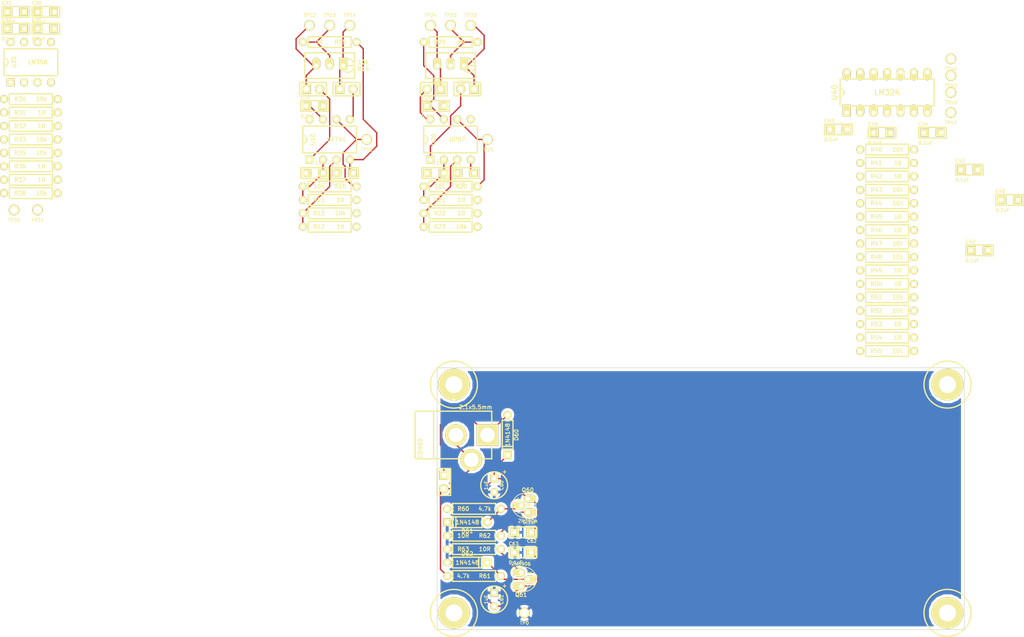
<source format=kicad_pcb>
(kicad_pcb (version 3) (host pcbnew "(22-Jun-2014 BZR 4027)-stable")

  (general
    (links 156)
    (no_connects 94)
    (area 171.399999 130.759999 271.195001 180.390001)
    (thickness 1.6)
    (drawings 4)
    (tracks 140)
    (zones 0)
    (modules 94)
    (nets 43)
  )

  (page A3)
  (layers
    (15 F.Cu signal)
    (0 B.Cu signal)
    (16 B.Adhes user)
    (17 F.Adhes user)
    (18 B.Paste user)
    (19 F.Paste user)
    (20 B.SilkS user)
    (21 F.SilkS user)
    (22 B.Mask user)
    (23 F.Mask user)
    (24 Dwgs.User user)
    (25 Cmts.User user)
    (26 Eco1.User user)
    (27 Eco2.User user)
    (28 Edge.Cuts user)
  )

  (setup
    (last_trace_width 0.254)
    (trace_clearance 0.254)
    (zone_clearance 0.508)
    (zone_45_only no)
    (trace_min 0.254)
    (segment_width 0.2)
    (edge_width 0.1)
    (via_size 0.889)
    (via_drill 0.635)
    (via_min_size 0.889)
    (via_min_drill 0.508)
    (uvia_size 0.508)
    (uvia_drill 0.127)
    (uvias_allowed no)
    (uvia_min_size 0.508)
    (uvia_min_drill 0.127)
    (pcb_text_width 0.3)
    (pcb_text_size 1.5 1.5)
    (mod_edge_width 0.15)
    (mod_text_size 1 1)
    (mod_text_width 0.15)
    (pad_size 2.0066 2.0066)
    (pad_drill 1.4224)
    (pad_to_mask_clearance 0)
    (aux_axis_origin 0 0)
    (visible_elements FFFFFFBF)
    (pcbplotparams
      (layerselection 3178497)
      (usegerberextensions true)
      (excludeedgelayer true)
      (linewidth 0.100000)
      (plotframeref false)
      (viasonmask false)
      (mode 1)
      (useauxorigin false)
      (hpglpennumber 1)
      (hpglpenspeed 20)
      (hpglpendiameter 15)
      (hpglpenoverlay 2)
      (psnegative false)
      (psa4output false)
      (plotreference true)
      (plotvalue true)
      (plotothertext true)
      (plotinvisibletext false)
      (padsonsilk false)
      (subtractmaskfromsilk false)
      (outputformat 1)
      (mirror false)
      (drillshape 1)
      (scaleselection 1)
      (outputdirectory ""))
  )

  (net 0 "")
  (net 1 N-000001)
  (net 2 N-0000010)
  (net 3 N-0000011)
  (net 4 N-0000012)
  (net 5 N-0000013)
  (net 6 N-0000019)
  (net 7 N-0000020)
  (net 8 N-0000022)
  (net 9 N-0000023)
  (net 10 N-0000025)
  (net 11 N-0000026)
  (net 12 N-0000027)
  (net 13 N-0000028)
  (net 14 N-0000029)
  (net 15 N-000003)
  (net 16 N-0000030)
  (net 17 N-0000031)
  (net 18 N-0000033)
  (net 19 N-0000034)
  (net 20 N-0000035)
  (net 21 N-0000036)
  (net 22 N-0000038)
  (net 23 N-000004)
  (net 24 N-0000040)
  (net 25 N-0000041)
  (net 26 N-0000042)
  (net 27 N-000005)
  (net 28 N-000006)
  (net 29 N-000007)
  (net 30 N-000008)
  (net 31 N-000009)
  (net 32 Vcc)
  (net 33 Vee)
  (net 34 Vgnd)
  (net 35 Vos1)
  (net 36 Vos2)
  (net 37 Vos3A)
  (net 38 Vos3B)
  (net 39 Vos4A)
  (net 40 Vos4B)
  (net 41 Vos4C)
  (net 42 Vos4D)

  (net_class Default "This is the default net class."
    (clearance 0.254)
    (trace_width 0.254)
    (via_dia 0.889)
    (via_drill 0.635)
    (uvia_dia 0.508)
    (uvia_drill 0.127)
    (add_net "")
    (add_net N-000001)
    (add_net N-0000010)
    (add_net N-0000011)
    (add_net N-0000012)
    (add_net N-0000013)
    (add_net N-0000019)
    (add_net N-0000020)
    (add_net N-0000022)
    (add_net N-0000023)
    (add_net N-0000025)
    (add_net N-0000026)
    (add_net N-0000027)
    (add_net N-0000028)
    (add_net N-0000029)
    (add_net N-000003)
    (add_net N-0000030)
    (add_net N-0000031)
    (add_net N-0000033)
    (add_net N-0000034)
    (add_net N-0000035)
    (add_net N-0000036)
    (add_net N-0000038)
    (add_net N-000004)
    (add_net N-0000040)
    (add_net N-0000041)
    (add_net N-0000042)
    (add_net N-000005)
    (add_net N-000006)
    (add_net N-000007)
    (add_net N-000008)
    (add_net N-000009)
    (add_net Vcc)
    (add_net Vee)
    (add_net Vgnd)
    (add_net Vos1)
    (add_net Vos2)
    (add_net Vos3A)
    (add_net Vos3B)
    (add_net Vos4A)
    (add_net Vos4B)
    (add_net Vos4C)
    (add_net Vos4D)
  )

  (module TO-92_Q_EBC_059Bo_PL (layer F.Cu) (tedit 5324AA28) (tstamp 5B1C61E6)
    (at 187.325 169.545 90)
    (descr "TO-92 Transistor, EBC pinout")
    (tags DEV)
    (path /5B1B86B7)
    (fp_text reference Q61 (at -4.191 0 180) (layer F.SilkS)
      (effects (font (size 0.762 0.762) (thickness 0.1524)))
    )
    (fp_text value 2N3906 (at 1.651 0 180) (layer F.SilkS)
      (effects (font (size 0.635 0.635) (thickness 0.127)))
    )
    (fp_line (start 1.016 0.635) (end 1.016 -1.524) (layer F.SilkS) (width 0.15))
    (fp_line (start 1.016 -1.524) (end -3.556 -1.524) (layer F.SilkS) (width 0.15))
    (fp_line (start -3.556 -1.524) (end -3.556 0.635) (layer F.SilkS) (width 0.15))
    (fp_arc (start -1.27 0.635) (end -1.27 2.921) (angle 90) (layer F.SilkS) (width 0.15))
    (fp_arc (start -1.27 0.635) (end 1.016 0.635) (angle 90) (layer F.SilkS) (width 0.15))
    (fp_text user E (at 0 1.524 90) (layer F.SilkS)
      (effects (font (size 0.635 0.635) (thickness 0.127)))
    )
    (fp_text user B (at -1.27 -0.127 90) (layer F.SilkS)
      (effects (font (size 0.635 0.635) (thickness 0.127)))
    )
    (fp_text user C (at -2.54 1.524 90) (layer F.SilkS)
      (effects (font (size 0.635 0.635) (thickness 0.127)))
    )
    (pad 1 thru_hole oval (at 0 0 90) (size 1.4986 2.2479) (drill 0.8128 (offset 0 -0.37465))
      (layers *.Cu *.Mask F.SilkS)
      (net 17 N-0000031)
    )
    (pad 2 thru_hole oval (at -1.27 1.27 90) (size 1.4986 2.2479) (drill 0.8128 (offset 0 0.37465))
      (layers *.Cu *.Mask F.SilkS)
      (net 13 N-0000028)
    )
    (pad 3 thru_hole oval (at -2.54 0 90) (size 1.4986 2.2479) (drill 0.8128 (offset 0 -0.37465))
      (layers *.Cu *.Mask F.SilkS)
      (net 33 Vee)
    )
    (model to-xxx-packages/to92.wrl
      (at (xyz 0 0 0))
      (scale (xyz 1 1 1))
      (rotate (xyz 0 0 0))
    )
  )

  (module TO-92_Q_EBC_059Bo_PL (layer F.Cu) (tedit 5324AA28) (tstamp 5B1C61F5)
    (at 188.595 158.115 270)
    (descr "TO-92 Transistor, EBC pinout")
    (tags DEV)
    (path /5B1B86A8)
    (fp_text reference Q60 (at -4.191 0 360) (layer F.SilkS)
      (effects (font (size 0.762 0.762) (thickness 0.1524)))
    )
    (fp_text value 2N3904 (at 1.651 0 360) (layer F.SilkS)
      (effects (font (size 0.635 0.635) (thickness 0.127)))
    )
    (fp_line (start 1.016 0.635) (end 1.016 -1.524) (layer F.SilkS) (width 0.15))
    (fp_line (start 1.016 -1.524) (end -3.556 -1.524) (layer F.SilkS) (width 0.15))
    (fp_line (start -3.556 -1.524) (end -3.556 0.635) (layer F.SilkS) (width 0.15))
    (fp_arc (start -1.27 0.635) (end -1.27 2.921) (angle 90) (layer F.SilkS) (width 0.15))
    (fp_arc (start -1.27 0.635) (end 1.016 0.635) (angle 90) (layer F.SilkS) (width 0.15))
    (fp_text user E (at 0 1.524 270) (layer F.SilkS)
      (effects (font (size 0.635 0.635) (thickness 0.127)))
    )
    (fp_text user B (at -1.27 -0.127 270) (layer F.SilkS)
      (effects (font (size 0.635 0.635) (thickness 0.127)))
    )
    (fp_text user C (at -2.54 1.524 270) (layer F.SilkS)
      (effects (font (size 0.635 0.635) (thickness 0.127)))
    )
    (pad 1 thru_hole oval (at 0 0 270) (size 1.4986 2.2479) (drill 0.8128 (offset 0 -0.37465))
      (layers *.Cu *.Mask F.SilkS)
      (net 16 N-0000030)
    )
    (pad 2 thru_hole oval (at -1.27 1.27 270) (size 1.4986 2.2479) (drill 0.8128 (offset 0 0.37465))
      (layers *.Cu *.Mask F.SilkS)
      (net 14 N-0000029)
    )
    (pad 3 thru_hole oval (at -2.54 0 270) (size 1.4986 2.2479) (drill 0.8128 (offset 0 -0.37465))
      (layers *.Cu *.Mask F.SilkS)
      (net 32 Vcc)
    )
    (model to-xxx-packages/to92.wrl
      (at (xyz 0 0 0))
      (scale (xyz 1 1 1))
      (rotate (xyz 0 0 0))
    )
  )

  (module TEST (layer F.Cu) (tedit 5B1C5DCC) (tstamp 5B1C61FA)
    (at 268.605 78.74)
    (descr "Test Point")
    (tags "CONN DEV")
    (path /5B1C7D5B)
    (fp_text reference TP43 (at 0 1.905) (layer F.SilkS)
      (effects (font (size 0.635 0.635) (thickness 0.127)))
    )
    (fp_text value TEST (at 0 -1.905) (layer F.SilkS) hide
      (effects (font (size 0.635 0.635) (thickness 0.127)))
    )
    (pad 1 thru_hole circle (at 0 0) (size 2.0066 2.0066) (drill 1.4224)
      (layers *.Cu *.Mask F.SilkS)
      (net 41 Vos4C)
    )
    (model pin_array/pins_array_2x1.wrl
      (at (xyz 0 0 0))
      (scale (xyz 1 1 1))
      (rotate (xyz 0 0 0))
    )
  )

  (module TEST (layer F.Cu) (tedit 5B1C6A7A) (tstamp 5B1C61FF)
    (at 180.975 87.63)
    (descr "Test Point")
    (tags "CONN DEV")
    (path /5B1C381F)
    (fp_text reference TP21 (at 0 1.905) (layer F.SilkS)
      (effects (font (size 0.635 0.635) (thickness 0.127)))
    )
    (fp_text value TEST (at 0 -1.905) (layer F.SilkS) hide
      (effects (font (size 0.635 0.635) (thickness 0.127)))
    )
    (pad 1 thru_hole circle (at 0 0) (size 2.0066 2.0066) (drill 1.4224)
      (layers *.Cu *.Mask F.SilkS)
      (net 36 Vos2)
    )
    (model pin_array/pins_array_2x1.wrl
      (at (xyz 0 0 0))
      (scale (xyz 1 1 1))
      (rotate (xyz 0 0 0))
    )
  )

  (module TEST (layer F.Cu) (tedit 5B1C5DCC) (tstamp 5B1C6204)
    (at 170.18 66.04 180)
    (descr "Test Point")
    (tags "CONN DEV")
    (path /5B1C3813)
    (fp_text reference TP24 (at 0 1.905 180) (layer F.SilkS)
      (effects (font (size 0.635 0.635) (thickness 0.127)))
    )
    (fp_text value TEST (at 0 -1.905 180) (layer F.SilkS) hide
      (effects (font (size 0.635 0.635) (thickness 0.127)))
    )
    (pad 1 thru_hole circle (at 0 0 180) (size 2.0066 2.0066) (drill 1.4224)
      (layers *.Cu *.Mask F.SilkS)
      (net 27 N-000005)
    )
    (model pin_array/pins_array_2x1.wrl
      (at (xyz 0 0 0))
      (scale (xyz 1 1 1))
      (rotate (xyz 0 0 0))
    )
  )

  (module TEST (layer F.Cu) (tedit 5B1C5DCC) (tstamp 5B1C6209)
    (at 177.8 66.04 180)
    (descr "Test Point")
    (tags "CONN DEV")
    (path /5B1C380D)
    (fp_text reference TP22 (at 0 1.905 180) (layer F.SilkS)
      (effects (font (size 0.635 0.635) (thickness 0.127)))
    )
    (fp_text value TEST (at 0 -1.905 180) (layer F.SilkS) hide
      (effects (font (size 0.635 0.635) (thickness 0.127)))
    )
    (pad 1 thru_hole circle (at 0 0 180) (size 2.0066 2.0066) (drill 1.4224)
      (layers *.Cu *.Mask F.SilkS)
      (net 30 N-000008)
    )
    (model pin_array/pins_array_2x1.wrl
      (at (xyz 0 0 0))
      (scale (xyz 1 1 1))
      (rotate (xyz 0 0 0))
    )
  )

  (module TEST (layer F.Cu) (tedit 5B1C5DCC) (tstamp 5B1C620E)
    (at 173.99 66.04 180)
    (descr "Test Point")
    (tags "CONN DEV")
    (path /5B1C3819)
    (fp_text reference TP23 (at 0 1.905 180) (layer F.SilkS)
      (effects (font (size 0.635 0.635) (thickness 0.127)))
    )
    (fp_text value TEST (at 0 -1.905 180) (layer F.SilkS) hide
      (effects (font (size 0.635 0.635) (thickness 0.127)))
    )
    (pad 1 thru_hole circle (at 0 0 180) (size 2.0066 2.0066) (drill 1.4224)
      (layers *.Cu *.Mask F.SilkS)
      (net 29 N-000007)
    )
    (model pin_array/pins_array_2x1.wrl
      (at (xyz 0 0 0))
      (scale (xyz 1 1 1))
      (rotate (xyz 0 0 0))
    )
  )

  (module TEST (layer F.Cu) (tedit 5B1C5DCC) (tstamp 5B1C6213)
    (at 147.32 66.04 180)
    (descr "Test Point")
    (tags "CONN DEV")
    (path /5B1C3742)
    (fp_text reference TP12 (at 0 1.905 180) (layer F.SilkS)
      (effects (font (size 0.635 0.635) (thickness 0.127)))
    )
    (fp_text value TEST (at 0 -1.905 180) (layer F.SilkS) hide
      (effects (font (size 0.635 0.635) (thickness 0.127)))
    )
    (pad 1 thru_hole circle (at 0 0 180) (size 2.0066 2.0066) (drill 1.4224)
      (layers *.Cu *.Mask F.SilkS)
      (net 18 N-0000033)
    )
    (model pin_array/pins_array_2x1.wrl
      (at (xyz 0 0 0))
      (scale (xyz 1 1 1))
      (rotate (xyz 0 0 0))
    )
  )

  (module TEST (layer F.Cu) (tedit 5B1C5DCC) (tstamp 5B1C6218)
    (at 151.13 66.04 180)
    (descr "Test Point")
    (tags "CONN DEV")
    (path /5B1C3769)
    (fp_text reference TP13 (at 0 1.905 180) (layer F.SilkS)
      (effects (font (size 0.635 0.635) (thickness 0.127)))
    )
    (fp_text value TEST (at 0 -1.905 180) (layer F.SilkS) hide
      (effects (font (size 0.635 0.635) (thickness 0.127)))
    )
    (pad 1 thru_hole circle (at 0 0 180) (size 2.0066 2.0066) (drill 1.4224)
      (layers *.Cu *.Mask F.SilkS)
      (net 20 N-0000035)
    )
    (model pin_array/pins_array_2x1.wrl
      (at (xyz 0 0 0))
      (scale (xyz 1 1 1))
      (rotate (xyz 0 0 0))
    )
  )

  (module TEST (layer F.Cu) (tedit 5B1C5DCC) (tstamp 5B1C621D)
    (at 154.94 66.04 180)
    (descr "Test Point")
    (tags "CONN DEV")
    (path /5B1C375E)
    (fp_text reference TP14 (at 0 1.905 180) (layer F.SilkS)
      (effects (font (size 0.635 0.635) (thickness 0.127)))
    )
    (fp_text value TEST (at 0 -1.905 180) (layer F.SilkS) hide
      (effects (font (size 0.635 0.635) (thickness 0.127)))
    )
    (pad 1 thru_hole circle (at 0 0 180) (size 2.0066 2.0066) (drill 1.4224)
      (layers *.Cu *.Mask F.SilkS)
      (net 19 N-0000034)
    )
    (model pin_array/pins_array_2x1.wrl
      (at (xyz 0 0 0))
      (scale (xyz 1 1 1))
      (rotate (xyz 0 0 0))
    )
  )

  (module TEST (layer F.Cu) (tedit 5B1C5DCC) (tstamp 5B1C6222)
    (at 158.115 87.63)
    (descr "Test Point")
    (tags "CONN DEV")
    (path /5B1C3774)
    (fp_text reference TP11 (at 0 1.905) (layer F.SilkS)
      (effects (font (size 0.635 0.635) (thickness 0.127)))
    )
    (fp_text value TEST (at 0 -1.905) (layer F.SilkS) hide
      (effects (font (size 0.635 0.635) (thickness 0.127)))
    )
    (pad 1 thru_hole circle (at 0 0) (size 2.0066 2.0066) (drill 1.4224)
      (layers *.Cu *.Mask F.SilkS)
      (net 35 Vos1)
    )
    (model pin_array/pins_array_2x1.wrl
      (at (xyz 0 0 0))
      (scale (xyz 1 1 1))
      (rotate (xyz 0 0 0))
    )
  )

  (module TEST (layer F.Cu) (tedit 5B1C6766) (tstamp 5B1C6227)
    (at 187.96 177.165)
    (descr "Test Point")
    (tags "CONN DEV")
    (path /5B1C377A)
    (fp_text reference TP0 (at 0 1.905) (layer F.SilkS)
      (effects (font (size 0.635 0.635) (thickness 0.127)))
    )
    (fp_text value TEST (at 0 -1.905) (layer F.SilkS) hide
      (effects (font (size 0.635 0.635) (thickness 0.127)))
    )
    (pad 1 thru_hole circle (at 0 0) (size 2.0066 2.0066) (drill 1.4224)
      (layers *.Cu *.Mask F.SilkS)
      (net 34 Vgnd)
    )
    (model pin_array/pins_array_2x1.wrl
      (at (xyz 0 0 0))
      (scale (xyz 1 1 1))
      (rotate (xyz 0 0 0))
    )
  )

  (module TEST (layer F.Cu) (tedit 5B1C6B31) (tstamp 5B1C622C)
    (at 91.44 100.965)
    (descr "Test Point")
    (tags "CONN DEV")
    (path /5B1C799C)
    (fp_text reference TP32 (at 0 1.905) (layer F.SilkS)
      (effects (font (size 0.635 0.635) (thickness 0.127)))
    )
    (fp_text value TEST (at 0 -1.905) (layer F.SilkS) hide
      (effects (font (size 0.635 0.635) (thickness 0.127)))
    )
    (pad 1 thru_hole circle (at 0 0) (size 2.0066 2.0066) (drill 1.4224)
      (layers *.Cu *.Mask F.SilkS)
      (net 38 Vos3B)
    )
    (model pin_array/pins_array_2x1.wrl
      (at (xyz 0 0 0))
      (scale (xyz 1 1 1))
      (rotate (xyz 0 0 0))
    )
  )

  (module TEST (layer F.Cu) (tedit 5B1C5DCC) (tstamp 5B1C6231)
    (at 95.885 100.965)
    (descr "Test Point")
    (tags "CONN DEV")
    (path /5B1C77C7)
    (fp_text reference TP31 (at 0 1.905) (layer F.SilkS)
      (effects (font (size 0.635 0.635) (thickness 0.127)))
    )
    (fp_text value TEST (at 0 -1.905) (layer F.SilkS) hide
      (effects (font (size 0.635 0.635) (thickness 0.127)))
    )
    (pad 1 thru_hole circle (at 0 0) (size 2.0066 2.0066) (drill 1.4224)
      (layers *.Cu *.Mask F.SilkS)
      (net 37 Vos3A)
    )
    (model pin_array/pins_array_2x1.wrl
      (at (xyz 0 0 0))
      (scale (xyz 1 1 1))
      (rotate (xyz 0 0 0))
    )
  )

  (module TEST (layer F.Cu) (tedit 5B1C6B3A) (tstamp 5B1C6236)
    (at 268.605 72.39)
    (descr "Test Point")
    (tags "CONN DEV")
    (path /5B1C7D61)
    (fp_text reference TP44 (at 0 1.905) (layer F.SilkS)
      (effects (font (size 0.635 0.635) (thickness 0.127)))
    )
    (fp_text value TEST (at 0 -1.905) (layer F.SilkS) hide
      (effects (font (size 0.635 0.635) (thickness 0.127)))
    )
    (pad 1 thru_hole circle (at 0 0) (size 2.0066 2.0066) (drill 1.4224)
      (layers *.Cu *.Mask F.SilkS)
      (net 42 Vos4D)
    )
    (model pin_array/pins_array_2x1.wrl
      (at (xyz 0 0 0))
      (scale (xyz 1 1 1))
      (rotate (xyz 0 0 0))
    )
  )

  (module TEST (layer F.Cu) (tedit 5B1C5DCC) (tstamp 5B1C623B)
    (at 268.605 82.55)
    (descr "Test Point")
    (tags "CONN DEV")
    (path /5B1C7B73)
    (fp_text reference TP41 (at 0 1.905) (layer F.SilkS)
      (effects (font (size 0.635 0.635) (thickness 0.127)))
    )
    (fp_text value TEST (at 0 -1.905) (layer F.SilkS) hide
      (effects (font (size 0.635 0.635) (thickness 0.127)))
    )
    (pad 1 thru_hole circle (at 0 0) (size 2.0066 2.0066) (drill 1.4224)
      (layers *.Cu *.Mask F.SilkS)
      (net 39 Vos4A)
    )
    (model pin_array/pins_array_2x1.wrl
      (at (xyz 0 0 0))
      (scale (xyz 1 1 1))
      (rotate (xyz 0 0 0))
    )
  )

  (module TEST (layer F.Cu) (tedit 5B1C5DCC) (tstamp 5B1C6240)
    (at 268.605 75.565)
    (descr "Test Point")
    (tags "CONN DEV")
    (path /5B1C7D55)
    (fp_text reference TP42 (at 0 1.905) (layer F.SilkS)
      (effects (font (size 0.635 0.635) (thickness 0.127)))
    )
    (fp_text value TEST (at 0 -1.905) (layer F.SilkS) hide
      (effects (font (size 0.635 0.635) (thickness 0.127)))
    )
    (pad 1 thru_hole circle (at 0 0) (size 2.0066 2.0066) (drill 1.4224)
      (layers *.Cu *.Mask F.SilkS)
      (net 40 Vos4B)
    )
    (model pin_array/pins_array_2x1.wrl
      (at (xyz 0 0 0))
      (scale (xyz 1 1 1))
      (rotate (xyz 0 0 0))
    )
  )

  (module SIL-2 (layer F.Cu) (tedit 5920FFF1) (tstamp 5B1C624A)
    (at 172.72 151.13 270)
    (descr "Connecteurs 1 pin")
    (tags "CONN DEV")
    (path /5B1B8AF3)
    (fp_text reference P60 (at 1.27 2.54 270) (layer F.SilkS) hide
      (effects (font (size 0.762 0.762) (thickness 0.1524)))
    )
    (fp_text value CONN_2X1 (at 1.27 -2.54 270) (layer F.SilkS) hide
      (effects (font (size 0.762 0.762) (thickness 0.1524)))
    )
    (fp_line (start -1.27 -1.27) (end 3.81 -1.27) (layer F.SilkS) (width 0.254))
    (fp_line (start 3.81 -1.27) (end 3.81 1.27) (layer F.SilkS) (width 0.254))
    (fp_line (start 3.81 1.27) (end -1.27 1.27) (layer F.SilkS) (width 0.254))
    (fp_line (start -1.27 1.27) (end -1.27 -1.27) (layer F.SilkS) (width 0.254))
    (pad 1 thru_hole rect (at 0 0 270) (size 1.7526 1.7526) (drill 1.016)
      (layers *.Cu *.Mask F.SilkS)
      (net 9 N-0000023)
    )
    (pad 2 thru_hole circle (at 2.54 0 270) (size 1.7526 1.7526) (drill 1.016)
      (layers *.Cu *.Mask F.SilkS)
      (net 33 Vee)
    )
  )

  (module SIL-2 (layer F.Cu) (tedit 5920FFF1) (tstamp 5B1C6254)
    (at 146.685 78.105)
    (descr "Connecteurs 1 pin")
    (tags "CONN DEV")
    (path /5B1C444B)
    (fp_text reference JP10 (at 1.27 2.54) (layer F.SilkS) hide
      (effects (font (size 0.762 0.762) (thickness 0.1524)))
    )
    (fp_text value JUMPER (at 1.27 -2.54) (layer F.SilkS) hide
      (effects (font (size 0.762 0.762) (thickness 0.1524)))
    )
    (fp_line (start -1.27 -1.27) (end 3.81 -1.27) (layer F.SilkS) (width 0.254))
    (fp_line (start 3.81 -1.27) (end 3.81 1.27) (layer F.SilkS) (width 0.254))
    (fp_line (start 3.81 1.27) (end -1.27 1.27) (layer F.SilkS) (width 0.254))
    (fp_line (start -1.27 1.27) (end -1.27 -1.27) (layer F.SilkS) (width 0.254))
    (pad 1 thru_hole rect (at 0 0) (size 1.7526 1.7526) (drill 1.016)
      (layers *.Cu *.Mask F.SilkS)
      (net 18 N-0000033)
    )
    (pad 2 thru_hole circle (at 2.54 0) (size 1.7526 1.7526) (drill 1.016)
      (layers *.Cu *.Mask F.SilkS)
      (net 3 N-0000011)
    )
  )

  (module SIL-2 (layer F.Cu) (tedit 5920FFF1) (tstamp 5B1C625E)
    (at 153.035 78.105)
    (descr "Connecteurs 1 pin")
    (tags "CONN DEV")
    (path /5B1C445A)
    (fp_text reference JP11 (at 1.27 2.54) (layer F.SilkS) hide
      (effects (font (size 0.762 0.762) (thickness 0.1524)))
    )
    (fp_text value JUMPER (at 1.27 -2.54) (layer F.SilkS) hide
      (effects (font (size 0.762 0.762) (thickness 0.1524)))
    )
    (fp_line (start -1.27 -1.27) (end 3.81 -1.27) (layer F.SilkS) (width 0.254))
    (fp_line (start 3.81 -1.27) (end 3.81 1.27) (layer F.SilkS) (width 0.254))
    (fp_line (start 3.81 1.27) (end -1.27 1.27) (layer F.SilkS) (width 0.254))
    (fp_line (start -1.27 1.27) (end -1.27 -1.27) (layer F.SilkS) (width 0.254))
    (pad 1 thru_hole rect (at 0 0) (size 1.7526 1.7526) (drill 1.016)
      (layers *.Cu *.Mask F.SilkS)
      (net 19 N-0000034)
    )
    (pad 2 thru_hole circle (at 2.54 0) (size 1.7526 1.7526) (drill 1.016)
      (layers *.Cu *.Mask F.SilkS)
      (net 2 N-0000010)
    )
  )

  (module SIL-2 (layer F.Cu) (tedit 5920FFF1) (tstamp 5B1C6268)
    (at 178.435 78.105 180)
    (descr "Connecteurs 1 pin")
    (tags "CONN DEV")
    (path /5B1C4B3C)
    (fp_text reference JP20 (at 1.27 2.54 180) (layer F.SilkS) hide
      (effects (font (size 0.762 0.762) (thickness 0.1524)))
    )
    (fp_text value JUMPER (at 1.27 -2.54 180) (layer F.SilkS) hide
      (effects (font (size 0.762 0.762) (thickness 0.1524)))
    )
    (fp_line (start -1.27 -1.27) (end 3.81 -1.27) (layer F.SilkS) (width 0.254))
    (fp_line (start 3.81 -1.27) (end 3.81 1.27) (layer F.SilkS) (width 0.254))
    (fp_line (start 3.81 1.27) (end -1.27 1.27) (layer F.SilkS) (width 0.254))
    (fp_line (start -1.27 1.27) (end -1.27 -1.27) (layer F.SilkS) (width 0.254))
    (pad 1 thru_hole rect (at 0 0 180) (size 1.7526 1.7526) (drill 1.016)
      (layers *.Cu *.Mask F.SilkS)
      (net 30 N-000008)
    )
    (pad 2 thru_hole circle (at 2.54 0 180) (size 1.7526 1.7526) (drill 1.016)
      (layers *.Cu *.Mask F.SilkS)
      (net 28 N-000006)
    )
  )

  (module SIL-2 (layer F.Cu) (tedit 5920FFF1) (tstamp 5B1C6272)
    (at 172.085 78.105 180)
    (descr "Connecteurs 1 pin")
    (tags "CONN DEV")
    (path /5B1C4B42)
    (fp_text reference JP21 (at 1.27 2.54 180) (layer F.SilkS) hide
      (effects (font (size 0.762 0.762) (thickness 0.1524)))
    )
    (fp_text value JUMPER (at 1.27 -2.54 180) (layer F.SilkS) hide
      (effects (font (size 0.762 0.762) (thickness 0.1524)))
    )
    (fp_line (start -1.27 -1.27) (end 3.81 -1.27) (layer F.SilkS) (width 0.254))
    (fp_line (start 3.81 -1.27) (end 3.81 1.27) (layer F.SilkS) (width 0.254))
    (fp_line (start 3.81 1.27) (end -1.27 1.27) (layer F.SilkS) (width 0.254))
    (fp_line (start -1.27 1.27) (end -1.27 -1.27) (layer F.SilkS) (width 0.254))
    (pad 1 thru_hole rect (at 0 0 180) (size 1.7526 1.7526) (drill 1.016)
      (layers *.Cu *.Mask F.SilkS)
      (net 27 N-000005)
    )
    (pad 2 thru_hole circle (at 2.54 0 180) (size 1.7526 1.7526) (drill 1.016)
      (layers *.Cu *.Mask F.SilkS)
      (net 31 N-000009)
    )
  )

  (module R_AXIAL_0W25_059A_PL (layer F.Cu) (tedit 53A245D9) (tstamp 5B1C627F)
    (at 146.05 99.06)
    (descr "Resistor Axial 1/4W 0.4\"")
    (tags R)
    (path /5B1B811B)
    (autoplace_cost180 10)
    (fp_text reference R11 (at 3.048 0) (layer F.SilkS)
      (effects (font (size 0.762 0.762) (thickness 0.1524)))
    )
    (fp_text value 10 (at 7.112 0) (layer F.SilkS)
      (effects (font (size 0.762 0.762) (thickness 0.1524)))
    )
    (fp_line (start 0 0) (end 1.016 0) (layer F.SilkS) (width 0.254))
    (fp_line (start 1.016 0) (end 1.016 -1.016) (layer F.SilkS) (width 0.254))
    (fp_line (start 1.016 -1.016) (end 9.144 -1.016) (layer F.SilkS) (width 0.254))
    (fp_line (start 9.144 -1.016) (end 9.144 1.016) (layer F.SilkS) (width 0.254))
    (fp_line (start 9.144 1.016) (end 1.016 1.016) (layer F.SilkS) (width 0.254))
    (fp_line (start 1.016 1.016) (end 1.016 0) (layer F.SilkS) (width 0.254))
    (fp_line (start 10.16 0) (end 9.144 0) (layer F.SilkS) (width 0.254))
    (pad 1 thru_hole oval (at 0 0) (size 1.4986 1.4986) (drill 0.8128)
      (layers *.Cu *.Mask F.SilkS)
      (net 12 N-0000027)
    )
    (pad 2 thru_hole oval (at 10.16 0) (size 1.4986 1.4986) (drill 0.8128)
      (layers *.Cu *.Mask F.SilkS)
      (net 34 Vgnd)
    )
    (model discret/resistor.wrl
      (at (xyz 0 0 0))
      (scale (xyz 0.4 0.4 0.4))
      (rotate (xyz 0 0 0))
    )
  )

  (module R_AXIAL_0W25_059A_PL (layer F.Cu) (tedit 53A245D9) (tstamp 5B1C628C)
    (at 168.91 104.14)
    (descr "Resistor Axial 1/4W 0.4\"")
    (tags R)
    (path /5B1C37B6)
    (autoplace_cost180 10)
    (fp_text reference R23 (at 3.048 0) (layer F.SilkS)
      (effects (font (size 0.762 0.762) (thickness 0.1524)))
    )
    (fp_text value 10k (at 7.112 0) (layer F.SilkS)
      (effects (font (size 0.762 0.762) (thickness 0.1524)))
    )
    (fp_line (start 0 0) (end 1.016 0) (layer F.SilkS) (width 0.254))
    (fp_line (start 1.016 0) (end 1.016 -1.016) (layer F.SilkS) (width 0.254))
    (fp_line (start 1.016 -1.016) (end 9.144 -1.016) (layer F.SilkS) (width 0.254))
    (fp_line (start 9.144 -1.016) (end 9.144 1.016) (layer F.SilkS) (width 0.254))
    (fp_line (start 9.144 1.016) (end 1.016 1.016) (layer F.SilkS) (width 0.254))
    (fp_line (start 1.016 1.016) (end 1.016 0) (layer F.SilkS) (width 0.254))
    (fp_line (start 10.16 0) (end 9.144 0) (layer F.SilkS) (width 0.254))
    (pad 1 thru_hole oval (at 0 0) (size 1.4986 1.4986) (drill 0.8128)
      (layers *.Cu *.Mask F.SilkS)
      (net 21 N-0000036)
    )
    (pad 2 thru_hole oval (at 10.16 0) (size 1.4986 1.4986) (drill 0.8128)
      (layers *.Cu *.Mask F.SilkS)
      (net 34 Vgnd)
    )
    (model discret/resistor.wrl
      (at (xyz 0 0 0))
      (scale (xyz 0.4 0.4 0.4))
      (rotate (xyz 0 0 0))
    )
  )

  (module R_AXIAL_0W25_059A_PL (layer F.Cu) (tedit 53A245D9) (tstamp 5B1C6299)
    (at 168.91 69.215)
    (descr "Resistor Axial 1/4W 0.4\"")
    (tags R)
    (path /5B1C37DD)
    (autoplace_cost180 10)
    (fp_text reference R25 (at 3.048 0) (layer F.SilkS)
      (effects (font (size 0.762 0.762) (thickness 0.1524)))
    )
    (fp_text value 0R (at 7.112 0) (layer F.SilkS)
      (effects (font (size 0.762 0.762) (thickness 0.1524)))
    )
    (fp_line (start 0 0) (end 1.016 0) (layer F.SilkS) (width 0.254))
    (fp_line (start 1.016 0) (end 1.016 -1.016) (layer F.SilkS) (width 0.254))
    (fp_line (start 1.016 -1.016) (end 9.144 -1.016) (layer F.SilkS) (width 0.254))
    (fp_line (start 9.144 -1.016) (end 9.144 1.016) (layer F.SilkS) (width 0.254))
    (fp_line (start 9.144 1.016) (end 1.016 1.016) (layer F.SilkS) (width 0.254))
    (fp_line (start 1.016 1.016) (end 1.016 0) (layer F.SilkS) (width 0.254))
    (fp_line (start 10.16 0) (end 9.144 0) (layer F.SilkS) (width 0.254))
    (pad 1 thru_hole oval (at 0 0) (size 1.4986 1.4986) (drill 0.8128)
      (layers *.Cu *.Mask F.SilkS)
      (net 32 Vcc)
    )
    (pad 2 thru_hole oval (at 10.16 0) (size 1.4986 1.4986) (drill 0.8128)
      (layers *.Cu *.Mask F.SilkS)
      (net 29 N-000007)
    )
    (model discret/resistor.wrl
      (at (xyz 0 0 0))
      (scale (xyz 0.4 0.4 0.4))
      (rotate (xyz 0 0 0))
    )
  )

  (module R_AXIAL_0W25_059A_PL (layer F.Cu) (tedit 53A245D9) (tstamp 5B1C62A6)
    (at 168.91 101.6)
    (descr "Resistor Axial 1/4W 0.4\"")
    (tags R)
    (path /5B1C37B0)
    (autoplace_cost180 10)
    (fp_text reference R22 (at 3.048 0) (layer F.SilkS)
      (effects (font (size 0.762 0.762) (thickness 0.1524)))
    )
    (fp_text value 10 (at 7.112 0) (layer F.SilkS)
      (effects (font (size 0.762 0.762) (thickness 0.1524)))
    )
    (fp_line (start 0 0) (end 1.016 0) (layer F.SilkS) (width 0.254))
    (fp_line (start 1.016 0) (end 1.016 -1.016) (layer F.SilkS) (width 0.254))
    (fp_line (start 1.016 -1.016) (end 9.144 -1.016) (layer F.SilkS) (width 0.254))
    (fp_line (start 9.144 -1.016) (end 9.144 1.016) (layer F.SilkS) (width 0.254))
    (fp_line (start 9.144 1.016) (end 1.016 1.016) (layer F.SilkS) (width 0.254))
    (fp_line (start 1.016 1.016) (end 1.016 0) (layer F.SilkS) (width 0.254))
    (fp_line (start 10.16 0) (end 9.144 0) (layer F.SilkS) (width 0.254))
    (pad 1 thru_hole oval (at 0 0) (size 1.4986 1.4986) (drill 0.8128)
      (layers *.Cu *.Mask F.SilkS)
      (net 21 N-0000036)
    )
    (pad 2 thru_hole oval (at 10.16 0) (size 1.4986 1.4986) (drill 0.8128)
      (layers *.Cu *.Mask F.SilkS)
      (net 34 Vgnd)
    )
    (model discret/resistor.wrl
      (at (xyz 0 0 0))
      (scale (xyz 0.4 0.4 0.4))
      (rotate (xyz 0 0 0))
    )
  )

  (module R_AXIAL_0W25_059A_PL (layer F.Cu) (tedit 53A245D9) (tstamp 5B1C62B3)
    (at 251.46 89.535)
    (descr "Resistor Axial 1/4W 0.4\"")
    (tags R)
    (path /5B1C591F)
    (autoplace_cost180 10)
    (fp_text reference R40 (at 3.048 0) (layer F.SilkS)
      (effects (font (size 0.762 0.762) (thickness 0.1524)))
    )
    (fp_text value 10k (at 7.112 0) (layer F.SilkS)
      (effects (font (size 0.762 0.762) (thickness 0.1524)))
    )
    (fp_line (start 0 0) (end 1.016 0) (layer F.SilkS) (width 0.254))
    (fp_line (start 1.016 0) (end 1.016 -1.016) (layer F.SilkS) (width 0.254))
    (fp_line (start 1.016 -1.016) (end 9.144 -1.016) (layer F.SilkS) (width 0.254))
    (fp_line (start 9.144 -1.016) (end 9.144 1.016) (layer F.SilkS) (width 0.254))
    (fp_line (start 9.144 1.016) (end 1.016 1.016) (layer F.SilkS) (width 0.254))
    (fp_line (start 1.016 1.016) (end 1.016 0) (layer F.SilkS) (width 0.254))
    (fp_line (start 10.16 0) (end 9.144 0) (layer F.SilkS) (width 0.254))
    (pad 1 thru_hole oval (at 0 0) (size 1.4986 1.4986) (drill 0.8128)
      (layers *.Cu *.Mask F.SilkS)
      (net 39 Vos4A)
    )
    (pad 2 thru_hole oval (at 10.16 0) (size 1.4986 1.4986) (drill 0.8128)
      (layers *.Cu *.Mask F.SilkS)
      (net 23 N-000004)
    )
    (model discret/resistor.wrl
      (at (xyz 0 0 0))
      (scale (xyz 0.4 0.4 0.4))
      (rotate (xyz 0 0 0))
    )
  )

  (module R_AXIAL_0W25_059A_PL (layer F.Cu) (tedit 53A245D9) (tstamp 5B1C62C0)
    (at 251.46 92.075)
    (descr "Resistor Axial 1/4W 0.4\"")
    (tags R)
    (path /5B1C5925)
    (autoplace_cost180 10)
    (fp_text reference R41 (at 3.048 0) (layer F.SilkS)
      (effects (font (size 0.762 0.762) (thickness 0.1524)))
    )
    (fp_text value 10 (at 7.112 0) (layer F.SilkS)
      (effects (font (size 0.762 0.762) (thickness 0.1524)))
    )
    (fp_line (start 0 0) (end 1.016 0) (layer F.SilkS) (width 0.254))
    (fp_line (start 1.016 0) (end 1.016 -1.016) (layer F.SilkS) (width 0.254))
    (fp_line (start 1.016 -1.016) (end 9.144 -1.016) (layer F.SilkS) (width 0.254))
    (fp_line (start 9.144 -1.016) (end 9.144 1.016) (layer F.SilkS) (width 0.254))
    (fp_line (start 9.144 1.016) (end 1.016 1.016) (layer F.SilkS) (width 0.254))
    (fp_line (start 1.016 1.016) (end 1.016 0) (layer F.SilkS) (width 0.254))
    (fp_line (start 10.16 0) (end 9.144 0) (layer F.SilkS) (width 0.254))
    (pad 1 thru_hole oval (at 0 0) (size 1.4986 1.4986) (drill 0.8128)
      (layers *.Cu *.Mask F.SilkS)
      (net 23 N-000004)
    )
    (pad 2 thru_hole oval (at 10.16 0) (size 1.4986 1.4986) (drill 0.8128)
      (layers *.Cu *.Mask F.SilkS)
      (net 34 Vgnd)
    )
    (model discret/resistor.wrl
      (at (xyz 0 0 0))
      (scale (xyz 0.4 0.4 0.4))
      (rotate (xyz 0 0 0))
    )
  )

  (module R_AXIAL_0W25_059A_PL (layer F.Cu) (tedit 53A245D9) (tstamp 5B1C62CD)
    (at 251.46 94.615)
    (descr "Resistor Axial 1/4W 0.4\"")
    (tags R)
    (path /5B1C5932)
    (autoplace_cost180 10)
    (fp_text reference R42 (at 3.048 0) (layer F.SilkS)
      (effects (font (size 0.762 0.762) (thickness 0.1524)))
    )
    (fp_text value 10 (at 7.112 0) (layer F.SilkS)
      (effects (font (size 0.762 0.762) (thickness 0.1524)))
    )
    (fp_line (start 0 0) (end 1.016 0) (layer F.SilkS) (width 0.254))
    (fp_line (start 1.016 0) (end 1.016 -1.016) (layer F.SilkS) (width 0.254))
    (fp_line (start 1.016 -1.016) (end 9.144 -1.016) (layer F.SilkS) (width 0.254))
    (fp_line (start 9.144 -1.016) (end 9.144 1.016) (layer F.SilkS) (width 0.254))
    (fp_line (start 9.144 1.016) (end 1.016 1.016) (layer F.SilkS) (width 0.254))
    (fp_line (start 1.016 1.016) (end 1.016 0) (layer F.SilkS) (width 0.254))
    (fp_line (start 10.16 0) (end 9.144 0) (layer F.SilkS) (width 0.254))
    (pad 1 thru_hole oval (at 0 0) (size 1.4986 1.4986) (drill 0.8128)
      (layers *.Cu *.Mask F.SilkS)
      (net 1 N-000001)
    )
    (pad 2 thru_hole oval (at 10.16 0) (size 1.4986 1.4986) (drill 0.8128)
      (layers *.Cu *.Mask F.SilkS)
      (net 34 Vgnd)
    )
    (model discret/resistor.wrl
      (at (xyz 0 0 0))
      (scale (xyz 0.4 0.4 0.4))
      (rotate (xyz 0 0 0))
    )
  )

  (module R_AXIAL_0W25_059A_PL (layer F.Cu) (tedit 53A245D9) (tstamp 5B1C62DA)
    (at 251.46 97.155)
    (descr "Resistor Axial 1/4W 0.4\"")
    (tags R)
    (path /5B1C5938)
    (autoplace_cost180 10)
    (fp_text reference R43 (at 3.048 0) (layer F.SilkS)
      (effects (font (size 0.762 0.762) (thickness 0.1524)))
    )
    (fp_text value 10k (at 7.112 0) (layer F.SilkS)
      (effects (font (size 0.762 0.762) (thickness 0.1524)))
    )
    (fp_line (start 0 0) (end 1.016 0) (layer F.SilkS) (width 0.254))
    (fp_line (start 1.016 0) (end 1.016 -1.016) (layer F.SilkS) (width 0.254))
    (fp_line (start 1.016 -1.016) (end 9.144 -1.016) (layer F.SilkS) (width 0.254))
    (fp_line (start 9.144 -1.016) (end 9.144 1.016) (layer F.SilkS) (width 0.254))
    (fp_line (start 9.144 1.016) (end 1.016 1.016) (layer F.SilkS) (width 0.254))
    (fp_line (start 1.016 1.016) (end 1.016 0) (layer F.SilkS) (width 0.254))
    (fp_line (start 10.16 0) (end 9.144 0) (layer F.SilkS) (width 0.254))
    (pad 1 thru_hole oval (at 0 0) (size 1.4986 1.4986) (drill 0.8128)
      (layers *.Cu *.Mask F.SilkS)
      (net 1 N-000001)
    )
    (pad 2 thru_hole oval (at 10.16 0) (size 1.4986 1.4986) (drill 0.8128)
      (layers *.Cu *.Mask F.SilkS)
      (net 34 Vgnd)
    )
    (model discret/resistor.wrl
      (at (xyz 0 0 0))
      (scale (xyz 0.4 0.4 0.4))
      (rotate (xyz 0 0 0))
    )
  )

  (module R_AXIAL_0W25_059A_PL (layer F.Cu) (tedit 53A245D9) (tstamp 5B1C62E7)
    (at 251.46 99.695)
    (descr "Resistor Axial 1/4W 0.4\"")
    (tags R)
    (path /5B1C595B)
    (autoplace_cost180 10)
    (fp_text reference R44 (at 3.048 0) (layer F.SilkS)
      (effects (font (size 0.762 0.762) (thickness 0.1524)))
    )
    (fp_text value 10k (at 7.112 0) (layer F.SilkS)
      (effects (font (size 0.762 0.762) (thickness 0.1524)))
    )
    (fp_line (start 0 0) (end 1.016 0) (layer F.SilkS) (width 0.254))
    (fp_line (start 1.016 0) (end 1.016 -1.016) (layer F.SilkS) (width 0.254))
    (fp_line (start 1.016 -1.016) (end 9.144 -1.016) (layer F.SilkS) (width 0.254))
    (fp_line (start 9.144 -1.016) (end 9.144 1.016) (layer F.SilkS) (width 0.254))
    (fp_line (start 9.144 1.016) (end 1.016 1.016) (layer F.SilkS) (width 0.254))
    (fp_line (start 1.016 1.016) (end 1.016 0) (layer F.SilkS) (width 0.254))
    (fp_line (start 10.16 0) (end 9.144 0) (layer F.SilkS) (width 0.254))
    (pad 1 thru_hole oval (at 0 0) (size 1.4986 1.4986) (drill 0.8128)
      (layers *.Cu *.Mask F.SilkS)
      (net 40 Vos4B)
    )
    (pad 2 thru_hole oval (at 10.16 0) (size 1.4986 1.4986) (drill 0.8128)
      (layers *.Cu *.Mask F.SilkS)
      (net 6 N-0000019)
    )
    (model discret/resistor.wrl
      (at (xyz 0 0 0))
      (scale (xyz 0.4 0.4 0.4))
      (rotate (xyz 0 0 0))
    )
  )

  (module R_AXIAL_0W25_059A_PL (layer F.Cu) (tedit 53A245D9) (tstamp 5B1C62F4)
    (at 251.46 102.235)
    (descr "Resistor Axial 1/4W 0.4\"")
    (tags R)
    (path /5B1C5961)
    (autoplace_cost180 10)
    (fp_text reference R45 (at 3.048 0) (layer F.SilkS)
      (effects (font (size 0.762 0.762) (thickness 0.1524)))
    )
    (fp_text value 10 (at 7.112 0) (layer F.SilkS)
      (effects (font (size 0.762 0.762) (thickness 0.1524)))
    )
    (fp_line (start 0 0) (end 1.016 0) (layer F.SilkS) (width 0.254))
    (fp_line (start 1.016 0) (end 1.016 -1.016) (layer F.SilkS) (width 0.254))
    (fp_line (start 1.016 -1.016) (end 9.144 -1.016) (layer F.SilkS) (width 0.254))
    (fp_line (start 9.144 -1.016) (end 9.144 1.016) (layer F.SilkS) (width 0.254))
    (fp_line (start 9.144 1.016) (end 1.016 1.016) (layer F.SilkS) (width 0.254))
    (fp_line (start 1.016 1.016) (end 1.016 0) (layer F.SilkS) (width 0.254))
    (fp_line (start 10.16 0) (end 9.144 0) (layer F.SilkS) (width 0.254))
    (pad 1 thru_hole oval (at 0 0) (size 1.4986 1.4986) (drill 0.8128)
      (layers *.Cu *.Mask F.SilkS)
      (net 6 N-0000019)
    )
    (pad 2 thru_hole oval (at 10.16 0) (size 1.4986 1.4986) (drill 0.8128)
      (layers *.Cu *.Mask F.SilkS)
      (net 34 Vgnd)
    )
    (model discret/resistor.wrl
      (at (xyz 0 0 0))
      (scale (xyz 0.4 0.4 0.4))
      (rotate (xyz 0 0 0))
    )
  )

  (module R_AXIAL_0W25_059A_PL (layer F.Cu) (tedit 53A245D9) (tstamp 5B1C6301)
    (at 251.46 104.775)
    (descr "Resistor Axial 1/4W 0.4\"")
    (tags R)
    (path /5B1C5974)
    (autoplace_cost180 10)
    (fp_text reference R46 (at 3.048 0) (layer F.SilkS)
      (effects (font (size 0.762 0.762) (thickness 0.1524)))
    )
    (fp_text value 10 (at 7.112 0) (layer F.SilkS)
      (effects (font (size 0.762 0.762) (thickness 0.1524)))
    )
    (fp_line (start 0 0) (end 1.016 0) (layer F.SilkS) (width 0.254))
    (fp_line (start 1.016 0) (end 1.016 -1.016) (layer F.SilkS) (width 0.254))
    (fp_line (start 1.016 -1.016) (end 9.144 -1.016) (layer F.SilkS) (width 0.254))
    (fp_line (start 9.144 -1.016) (end 9.144 1.016) (layer F.SilkS) (width 0.254))
    (fp_line (start 9.144 1.016) (end 1.016 1.016) (layer F.SilkS) (width 0.254))
    (fp_line (start 1.016 1.016) (end 1.016 0) (layer F.SilkS) (width 0.254))
    (fp_line (start 10.16 0) (end 9.144 0) (layer F.SilkS) (width 0.254))
    (pad 1 thru_hole oval (at 0 0) (size 1.4986 1.4986) (drill 0.8128)
      (layers *.Cu *.Mask F.SilkS)
      (net 15 N-000003)
    )
    (pad 2 thru_hole oval (at 10.16 0) (size 1.4986 1.4986) (drill 0.8128)
      (layers *.Cu *.Mask F.SilkS)
      (net 34 Vgnd)
    )
    (model discret/resistor.wrl
      (at (xyz 0 0 0))
      (scale (xyz 0.4 0.4 0.4))
      (rotate (xyz 0 0 0))
    )
  )

  (module R_AXIAL_0W25_059A_PL (layer F.Cu) (tedit 53A245D9) (tstamp 5B1C630E)
    (at 251.46 107.315)
    (descr "Resistor Axial 1/4W 0.4\"")
    (tags R)
    (path /5B1C597A)
    (autoplace_cost180 10)
    (fp_text reference R47 (at 3.048 0) (layer F.SilkS)
      (effects (font (size 0.762 0.762) (thickness 0.1524)))
    )
    (fp_text value 10k (at 7.112 0) (layer F.SilkS)
      (effects (font (size 0.762 0.762) (thickness 0.1524)))
    )
    (fp_line (start 0 0) (end 1.016 0) (layer F.SilkS) (width 0.254))
    (fp_line (start 1.016 0) (end 1.016 -1.016) (layer F.SilkS) (width 0.254))
    (fp_line (start 1.016 -1.016) (end 9.144 -1.016) (layer F.SilkS) (width 0.254))
    (fp_line (start 9.144 -1.016) (end 9.144 1.016) (layer F.SilkS) (width 0.254))
    (fp_line (start 9.144 1.016) (end 1.016 1.016) (layer F.SilkS) (width 0.254))
    (fp_line (start 1.016 1.016) (end 1.016 0) (layer F.SilkS) (width 0.254))
    (fp_line (start 10.16 0) (end 9.144 0) (layer F.SilkS) (width 0.254))
    (pad 1 thru_hole oval (at 0 0) (size 1.4986 1.4986) (drill 0.8128)
      (layers *.Cu *.Mask F.SilkS)
      (net 15 N-000003)
    )
    (pad 2 thru_hole oval (at 10.16 0) (size 1.4986 1.4986) (drill 0.8128)
      (layers *.Cu *.Mask F.SilkS)
      (net 34 Vgnd)
    )
    (model discret/resistor.wrl
      (at (xyz 0 0 0))
      (scale (xyz 0.4 0.4 0.4))
      (rotate (xyz 0 0 0))
    )
  )

  (module R_AXIAL_0W25_059A_PL (layer F.Cu) (tedit 53A245D9) (tstamp 5B1C631B)
    (at 251.46 109.855)
    (descr "Resistor Axial 1/4W 0.4\"")
    (tags R)
    (path /5B1C5A47)
    (autoplace_cost180 10)
    (fp_text reference R48 (at 3.048 0) (layer F.SilkS)
      (effects (font (size 0.762 0.762) (thickness 0.1524)))
    )
    (fp_text value 10k (at 7.112 0) (layer F.SilkS)
      (effects (font (size 0.762 0.762) (thickness 0.1524)))
    )
    (fp_line (start 0 0) (end 1.016 0) (layer F.SilkS) (width 0.254))
    (fp_line (start 1.016 0) (end 1.016 -1.016) (layer F.SilkS) (width 0.254))
    (fp_line (start 1.016 -1.016) (end 9.144 -1.016) (layer F.SilkS) (width 0.254))
    (fp_line (start 9.144 -1.016) (end 9.144 1.016) (layer F.SilkS) (width 0.254))
    (fp_line (start 9.144 1.016) (end 1.016 1.016) (layer F.SilkS) (width 0.254))
    (fp_line (start 1.016 1.016) (end 1.016 0) (layer F.SilkS) (width 0.254))
    (fp_line (start 10.16 0) (end 9.144 0) (layer F.SilkS) (width 0.254))
    (pad 1 thru_hole oval (at 0 0) (size 1.4986 1.4986) (drill 0.8128)
      (layers *.Cu *.Mask F.SilkS)
      (net 41 Vos4C)
    )
    (pad 2 thru_hole oval (at 10.16 0) (size 1.4986 1.4986) (drill 0.8128)
      (layers *.Cu *.Mask F.SilkS)
      (net 8 N-0000022)
    )
    (model discret/resistor.wrl
      (at (xyz 0 0 0))
      (scale (xyz 0.4 0.4 0.4))
      (rotate (xyz 0 0 0))
    )
  )

  (module R_AXIAL_0W25_059A_PL (layer F.Cu) (tedit 53A245D9) (tstamp 5B1C6328)
    (at 251.46 112.395)
    (descr "Resistor Axial 1/4W 0.4\"")
    (tags R)
    (path /5B1C5A4D)
    (autoplace_cost180 10)
    (fp_text reference R49 (at 3.048 0) (layer F.SilkS)
      (effects (font (size 0.762 0.762) (thickness 0.1524)))
    )
    (fp_text value 10 (at 7.112 0) (layer F.SilkS)
      (effects (font (size 0.762 0.762) (thickness 0.1524)))
    )
    (fp_line (start 0 0) (end 1.016 0) (layer F.SilkS) (width 0.254))
    (fp_line (start 1.016 0) (end 1.016 -1.016) (layer F.SilkS) (width 0.254))
    (fp_line (start 1.016 -1.016) (end 9.144 -1.016) (layer F.SilkS) (width 0.254))
    (fp_line (start 9.144 -1.016) (end 9.144 1.016) (layer F.SilkS) (width 0.254))
    (fp_line (start 9.144 1.016) (end 1.016 1.016) (layer F.SilkS) (width 0.254))
    (fp_line (start 1.016 1.016) (end 1.016 0) (layer F.SilkS) (width 0.254))
    (fp_line (start 10.16 0) (end 9.144 0) (layer F.SilkS) (width 0.254))
    (pad 1 thru_hole oval (at 0 0) (size 1.4986 1.4986) (drill 0.8128)
      (layers *.Cu *.Mask F.SilkS)
      (net 8 N-0000022)
    )
    (pad 2 thru_hole oval (at 10.16 0) (size 1.4986 1.4986) (drill 0.8128)
      (layers *.Cu *.Mask F.SilkS)
      (net 34 Vgnd)
    )
    (model discret/resistor.wrl
      (at (xyz 0 0 0))
      (scale (xyz 0.4 0.4 0.4))
      (rotate (xyz 0 0 0))
    )
  )

  (module R_AXIAL_0W25_059A_PL (layer F.Cu) (tedit 53A245D9) (tstamp 5B1C6335)
    (at 251.46 114.935)
    (descr "Resistor Axial 1/4W 0.4\"")
    (tags R)
    (path /5B1C5A5A)
    (autoplace_cost180 10)
    (fp_text reference R50 (at 3.048 0) (layer F.SilkS)
      (effects (font (size 0.762 0.762) (thickness 0.1524)))
    )
    (fp_text value 10 (at 7.112 0) (layer F.SilkS)
      (effects (font (size 0.762 0.762) (thickness 0.1524)))
    )
    (fp_line (start 0 0) (end 1.016 0) (layer F.SilkS) (width 0.254))
    (fp_line (start 1.016 0) (end 1.016 -1.016) (layer F.SilkS) (width 0.254))
    (fp_line (start 1.016 -1.016) (end 9.144 -1.016) (layer F.SilkS) (width 0.254))
    (fp_line (start 9.144 -1.016) (end 9.144 1.016) (layer F.SilkS) (width 0.254))
    (fp_line (start 9.144 1.016) (end 1.016 1.016) (layer F.SilkS) (width 0.254))
    (fp_line (start 1.016 1.016) (end 1.016 0) (layer F.SilkS) (width 0.254))
    (fp_line (start 10.16 0) (end 9.144 0) (layer F.SilkS) (width 0.254))
    (pad 1 thru_hole oval (at 0 0) (size 1.4986 1.4986) (drill 0.8128)
      (layers *.Cu *.Mask F.SilkS)
      (net 7 N-0000020)
    )
    (pad 2 thru_hole oval (at 10.16 0) (size 1.4986 1.4986) (drill 0.8128)
      (layers *.Cu *.Mask F.SilkS)
      (net 34 Vgnd)
    )
    (model discret/resistor.wrl
      (at (xyz 0 0 0))
      (scale (xyz 0.4 0.4 0.4))
      (rotate (xyz 0 0 0))
    )
  )

  (module R_AXIAL_0W25_059A_PL (layer F.Cu) (tedit 53A245D9) (tstamp 5B1C6342)
    (at 251.46 117.475)
    (descr "Resistor Axial 1/4W 0.4\"")
    (tags R)
    (path /5B1C5A60)
    (autoplace_cost180 10)
    (fp_text reference R51 (at 3.048 0) (layer F.SilkS)
      (effects (font (size 0.762 0.762) (thickness 0.1524)))
    )
    (fp_text value 10k (at 7.112 0) (layer F.SilkS)
      (effects (font (size 0.762 0.762) (thickness 0.1524)))
    )
    (fp_line (start 0 0) (end 1.016 0) (layer F.SilkS) (width 0.254))
    (fp_line (start 1.016 0) (end 1.016 -1.016) (layer F.SilkS) (width 0.254))
    (fp_line (start 1.016 -1.016) (end 9.144 -1.016) (layer F.SilkS) (width 0.254))
    (fp_line (start 9.144 -1.016) (end 9.144 1.016) (layer F.SilkS) (width 0.254))
    (fp_line (start 9.144 1.016) (end 1.016 1.016) (layer F.SilkS) (width 0.254))
    (fp_line (start 1.016 1.016) (end 1.016 0) (layer F.SilkS) (width 0.254))
    (fp_line (start 10.16 0) (end 9.144 0) (layer F.SilkS) (width 0.254))
    (pad 1 thru_hole oval (at 0 0) (size 1.4986 1.4986) (drill 0.8128)
      (layers *.Cu *.Mask F.SilkS)
      (net 7 N-0000020)
    )
    (pad 2 thru_hole oval (at 10.16 0) (size 1.4986 1.4986) (drill 0.8128)
      (layers *.Cu *.Mask F.SilkS)
      (net 34 Vgnd)
    )
    (model discret/resistor.wrl
      (at (xyz 0 0 0))
      (scale (xyz 0.4 0.4 0.4))
      (rotate (xyz 0 0 0))
    )
  )

  (module R_AXIAL_0W25_059A_PL (layer F.Cu) (tedit 53A245D9) (tstamp 5B1C634F)
    (at 251.46 120.015)
    (descr "Resistor Axial 1/4W 0.4\"")
    (tags R)
    (path /5B1C5AA7)
    (autoplace_cost180 10)
    (fp_text reference R52 (at 3.048 0) (layer F.SilkS)
      (effects (font (size 0.762 0.762) (thickness 0.1524)))
    )
    (fp_text value 10k (at 7.112 0) (layer F.SilkS)
      (effects (font (size 0.762 0.762) (thickness 0.1524)))
    )
    (fp_line (start 0 0) (end 1.016 0) (layer F.SilkS) (width 0.254))
    (fp_line (start 1.016 0) (end 1.016 -1.016) (layer F.SilkS) (width 0.254))
    (fp_line (start 1.016 -1.016) (end 9.144 -1.016) (layer F.SilkS) (width 0.254))
    (fp_line (start 9.144 -1.016) (end 9.144 1.016) (layer F.SilkS) (width 0.254))
    (fp_line (start 9.144 1.016) (end 1.016 1.016) (layer F.SilkS) (width 0.254))
    (fp_line (start 1.016 1.016) (end 1.016 0) (layer F.SilkS) (width 0.254))
    (fp_line (start 10.16 0) (end 9.144 0) (layer F.SilkS) (width 0.254))
    (pad 1 thru_hole oval (at 0 0) (size 1.4986 1.4986) (drill 0.8128)
      (layers *.Cu *.Mask F.SilkS)
      (net 42 Vos4D)
    )
    (pad 2 thru_hole oval (at 10.16 0) (size 1.4986 1.4986) (drill 0.8128)
      (layers *.Cu *.Mask F.SilkS)
      (net 5 N-0000013)
    )
    (model discret/resistor.wrl
      (at (xyz 0 0 0))
      (scale (xyz 0.4 0.4 0.4))
      (rotate (xyz 0 0 0))
    )
  )

  (module R_AXIAL_0W25_059A_PL (layer F.Cu) (tedit 53A245D9) (tstamp 5B1C635C)
    (at 251.46 122.555)
    (descr "Resistor Axial 1/4W 0.4\"")
    (tags R)
    (path /5B1C5AAD)
    (autoplace_cost180 10)
    (fp_text reference R53 (at 3.048 0) (layer F.SilkS)
      (effects (font (size 0.762 0.762) (thickness 0.1524)))
    )
    (fp_text value 10 (at 7.112 0) (layer F.SilkS)
      (effects (font (size 0.762 0.762) (thickness 0.1524)))
    )
    (fp_line (start 0 0) (end 1.016 0) (layer F.SilkS) (width 0.254))
    (fp_line (start 1.016 0) (end 1.016 -1.016) (layer F.SilkS) (width 0.254))
    (fp_line (start 1.016 -1.016) (end 9.144 -1.016) (layer F.SilkS) (width 0.254))
    (fp_line (start 9.144 -1.016) (end 9.144 1.016) (layer F.SilkS) (width 0.254))
    (fp_line (start 9.144 1.016) (end 1.016 1.016) (layer F.SilkS) (width 0.254))
    (fp_line (start 1.016 1.016) (end 1.016 0) (layer F.SilkS) (width 0.254))
    (fp_line (start 10.16 0) (end 9.144 0) (layer F.SilkS) (width 0.254))
    (pad 1 thru_hole oval (at 0 0) (size 1.4986 1.4986) (drill 0.8128)
      (layers *.Cu *.Mask F.SilkS)
      (net 5 N-0000013)
    )
    (pad 2 thru_hole oval (at 10.16 0) (size 1.4986 1.4986) (drill 0.8128)
      (layers *.Cu *.Mask F.SilkS)
      (net 34 Vgnd)
    )
    (model discret/resistor.wrl
      (at (xyz 0 0 0))
      (scale (xyz 0.4 0.4 0.4))
      (rotate (xyz 0 0 0))
    )
  )

  (module R_AXIAL_0W25_059A_PL (layer F.Cu) (tedit 53A245D9) (tstamp 5B1C6369)
    (at 251.46 125.095)
    (descr "Resistor Axial 1/4W 0.4\"")
    (tags R)
    (path /5B1C5ABA)
    (autoplace_cost180 10)
    (fp_text reference R54 (at 3.048 0) (layer F.SilkS)
      (effects (font (size 0.762 0.762) (thickness 0.1524)))
    )
    (fp_text value 10 (at 7.112 0) (layer F.SilkS)
      (effects (font (size 0.762 0.762) (thickness 0.1524)))
    )
    (fp_line (start 0 0) (end 1.016 0) (layer F.SilkS) (width 0.254))
    (fp_line (start 1.016 0) (end 1.016 -1.016) (layer F.SilkS) (width 0.254))
    (fp_line (start 1.016 -1.016) (end 9.144 -1.016) (layer F.SilkS) (width 0.254))
    (fp_line (start 9.144 -1.016) (end 9.144 1.016) (layer F.SilkS) (width 0.254))
    (fp_line (start 9.144 1.016) (end 1.016 1.016) (layer F.SilkS) (width 0.254))
    (fp_line (start 1.016 1.016) (end 1.016 0) (layer F.SilkS) (width 0.254))
    (fp_line (start 10.16 0) (end 9.144 0) (layer F.SilkS) (width 0.254))
    (pad 1 thru_hole oval (at 0 0) (size 1.4986 1.4986) (drill 0.8128)
      (layers *.Cu *.Mask F.SilkS)
      (net 4 N-0000012)
    )
    (pad 2 thru_hole oval (at 10.16 0) (size 1.4986 1.4986) (drill 0.8128)
      (layers *.Cu *.Mask F.SilkS)
      (net 34 Vgnd)
    )
    (model discret/resistor.wrl
      (at (xyz 0 0 0))
      (scale (xyz 0.4 0.4 0.4))
      (rotate (xyz 0 0 0))
    )
  )

  (module R_AXIAL_0W25_059A_PL (layer F.Cu) (tedit 53A245D9) (tstamp 5B1C6376)
    (at 251.46 127.635)
    (descr "Resistor Axial 1/4W 0.4\"")
    (tags R)
    (path /5B1C5AC0)
    (autoplace_cost180 10)
    (fp_text reference R55 (at 3.048 0) (layer F.SilkS)
      (effects (font (size 0.762 0.762) (thickness 0.1524)))
    )
    (fp_text value 10k (at 7.112 0) (layer F.SilkS)
      (effects (font (size 0.762 0.762) (thickness 0.1524)))
    )
    (fp_line (start 0 0) (end 1.016 0) (layer F.SilkS) (width 0.254))
    (fp_line (start 1.016 0) (end 1.016 -1.016) (layer F.SilkS) (width 0.254))
    (fp_line (start 1.016 -1.016) (end 9.144 -1.016) (layer F.SilkS) (width 0.254))
    (fp_line (start 9.144 -1.016) (end 9.144 1.016) (layer F.SilkS) (width 0.254))
    (fp_line (start 9.144 1.016) (end 1.016 1.016) (layer F.SilkS) (width 0.254))
    (fp_line (start 1.016 1.016) (end 1.016 0) (layer F.SilkS) (width 0.254))
    (fp_line (start 10.16 0) (end 9.144 0) (layer F.SilkS) (width 0.254))
    (pad 1 thru_hole oval (at 0 0) (size 1.4986 1.4986) (drill 0.8128)
      (layers *.Cu *.Mask F.SilkS)
      (net 4 N-0000012)
    )
    (pad 2 thru_hole oval (at 10.16 0) (size 1.4986 1.4986) (drill 0.8128)
      (layers *.Cu *.Mask F.SilkS)
      (net 34 Vgnd)
    )
    (model discret/resistor.wrl
      (at (xyz 0 0 0))
      (scale (xyz 0.4 0.4 0.4))
      (rotate (xyz 0 0 0))
    )
  )

  (module R_AXIAL_0W25_059A_PL (layer F.Cu) (tedit 53A245D9) (tstamp 5B1C6383)
    (at 89.535 82.55)
    (descr "Resistor Axial 1/4W 0.4\"")
    (tags R)
    (path /5B1B9897)
    (autoplace_cost180 10)
    (fp_text reference R31 (at 3.048 0) (layer F.SilkS)
      (effects (font (size 0.762 0.762) (thickness 0.1524)))
    )
    (fp_text value 10 (at 7.112 0) (layer F.SilkS)
      (effects (font (size 0.762 0.762) (thickness 0.1524)))
    )
    (fp_line (start 0 0) (end 1.016 0) (layer F.SilkS) (width 0.254))
    (fp_line (start 1.016 0) (end 1.016 -1.016) (layer F.SilkS) (width 0.254))
    (fp_line (start 1.016 -1.016) (end 9.144 -1.016) (layer F.SilkS) (width 0.254))
    (fp_line (start 9.144 -1.016) (end 9.144 1.016) (layer F.SilkS) (width 0.254))
    (fp_line (start 9.144 1.016) (end 1.016 1.016) (layer F.SilkS) (width 0.254))
    (fp_line (start 1.016 1.016) (end 1.016 0) (layer F.SilkS) (width 0.254))
    (fp_line (start 10.16 0) (end 9.144 0) (layer F.SilkS) (width 0.254))
    (pad 1 thru_hole oval (at 0 0) (size 1.4986 1.4986) (drill 0.8128)
      (layers *.Cu *.Mask F.SilkS)
      (net 25 N-0000041)
    )
    (pad 2 thru_hole oval (at 10.16 0) (size 1.4986 1.4986) (drill 0.8128)
      (layers *.Cu *.Mask F.SilkS)
      (net 34 Vgnd)
    )
    (model discret/resistor.wrl
      (at (xyz 0 0 0))
      (scale (xyz 0.4 0.4 0.4))
      (rotate (xyz 0 0 0))
    )
  )

  (module R_AXIAL_0W25_059A_PL (layer F.Cu) (tedit 53A245D9) (tstamp 5B1C6390)
    (at 156.21 96.52 180)
    (descr "Resistor Axial 1/4W 0.4\"")
    (tags R)
    (path /5B1B80FB)
    (autoplace_cost180 10)
    (fp_text reference R10 (at 3.048 0 180) (layer F.SilkS)
      (effects (font (size 0.762 0.762) (thickness 0.1524)))
    )
    (fp_text value 10k (at 7.112 0 180) (layer F.SilkS)
      (effects (font (size 0.762 0.762) (thickness 0.1524)))
    )
    (fp_line (start 0 0) (end 1.016 0) (layer F.SilkS) (width 0.254))
    (fp_line (start 1.016 0) (end 1.016 -1.016) (layer F.SilkS) (width 0.254))
    (fp_line (start 1.016 -1.016) (end 9.144 -1.016) (layer F.SilkS) (width 0.254))
    (fp_line (start 9.144 -1.016) (end 9.144 1.016) (layer F.SilkS) (width 0.254))
    (fp_line (start 9.144 1.016) (end 1.016 1.016) (layer F.SilkS) (width 0.254))
    (fp_line (start 1.016 1.016) (end 1.016 0) (layer F.SilkS) (width 0.254))
    (fp_line (start 10.16 0) (end 9.144 0) (layer F.SilkS) (width 0.254))
    (pad 1 thru_hole oval (at 0 0 180) (size 1.4986 1.4986) (drill 0.8128)
      (layers *.Cu *.Mask F.SilkS)
      (net 35 Vos1)
    )
    (pad 2 thru_hole oval (at 10.16 0 180) (size 1.4986 1.4986) (drill 0.8128)
      (layers *.Cu *.Mask F.SilkS)
      (net 12 N-0000027)
    )
    (model discret/resistor.wrl
      (at (xyz 0 0 0))
      (scale (xyz 0.4 0.4 0.4))
      (rotate (xyz 0 0 0))
    )
  )

  (module R_AXIAL_0W25_059A_PL (layer F.Cu) (tedit 53A245D9) (tstamp 5B1C639D)
    (at 146.05 104.14)
    (descr "Resistor Axial 1/4W 0.4\"")
    (tags R)
    (path /5B1B82E3)
    (autoplace_cost180 10)
    (fp_text reference R12 (at 3.048 0) (layer F.SilkS)
      (effects (font (size 0.762 0.762) (thickness 0.1524)))
    )
    (fp_text value 10 (at 7.112 0) (layer F.SilkS)
      (effects (font (size 0.762 0.762) (thickness 0.1524)))
    )
    (fp_line (start 0 0) (end 1.016 0) (layer F.SilkS) (width 0.254))
    (fp_line (start 1.016 0) (end 1.016 -1.016) (layer F.SilkS) (width 0.254))
    (fp_line (start 1.016 -1.016) (end 9.144 -1.016) (layer F.SilkS) (width 0.254))
    (fp_line (start 9.144 -1.016) (end 9.144 1.016) (layer F.SilkS) (width 0.254))
    (fp_line (start 9.144 1.016) (end 1.016 1.016) (layer F.SilkS) (width 0.254))
    (fp_line (start 1.016 1.016) (end 1.016 0) (layer F.SilkS) (width 0.254))
    (fp_line (start 10.16 0) (end 9.144 0) (layer F.SilkS) (width 0.254))
    (pad 1 thru_hole oval (at 0 0) (size 1.4986 1.4986) (drill 0.8128)
      (layers *.Cu *.Mask F.SilkS)
      (net 11 N-0000026)
    )
    (pad 2 thru_hole oval (at 10.16 0) (size 1.4986 1.4986) (drill 0.8128)
      (layers *.Cu *.Mask F.SilkS)
      (net 34 Vgnd)
    )
    (model discret/resistor.wrl
      (at (xyz 0 0 0))
      (scale (xyz 0.4 0.4 0.4))
      (rotate (xyz 0 0 0))
    )
  )

  (module R_AXIAL_0W25_059A_PL (layer F.Cu) (tedit 53A245D9) (tstamp 5B1C63AA)
    (at 146.05 101.6)
    (descr "Resistor Axial 1/4W 0.4\"")
    (tags R)
    (path /5B1B82E9)
    (autoplace_cost180 10)
    (fp_text reference R13 (at 3.048 0) (layer F.SilkS)
      (effects (font (size 0.762 0.762) (thickness 0.1524)))
    )
    (fp_text value 10k (at 7.112 0) (layer F.SilkS)
      (effects (font (size 0.762 0.762) (thickness 0.1524)))
    )
    (fp_line (start 0 0) (end 1.016 0) (layer F.SilkS) (width 0.254))
    (fp_line (start 1.016 0) (end 1.016 -1.016) (layer F.SilkS) (width 0.254))
    (fp_line (start 1.016 -1.016) (end 9.144 -1.016) (layer F.SilkS) (width 0.254))
    (fp_line (start 9.144 -1.016) (end 9.144 1.016) (layer F.SilkS) (width 0.254))
    (fp_line (start 9.144 1.016) (end 1.016 1.016) (layer F.SilkS) (width 0.254))
    (fp_line (start 1.016 1.016) (end 1.016 0) (layer F.SilkS) (width 0.254))
    (fp_line (start 10.16 0) (end 9.144 0) (layer F.SilkS) (width 0.254))
    (pad 1 thru_hole oval (at 0 0) (size 1.4986 1.4986) (drill 0.8128)
      (layers *.Cu *.Mask F.SilkS)
      (net 11 N-0000026)
    )
    (pad 2 thru_hole oval (at 10.16 0) (size 1.4986 1.4986) (drill 0.8128)
      (layers *.Cu *.Mask F.SilkS)
      (net 34 Vgnd)
    )
    (model discret/resistor.wrl
      (at (xyz 0 0 0))
      (scale (xyz 0.4 0.4 0.4))
      (rotate (xyz 0 0 0))
    )
  )

  (module R_AXIAL_0W25_059A_PL (layer F.Cu) (tedit 53A245D9) (tstamp 5B1C63B7)
    (at 173.355 157.48)
    (descr "Resistor Axial 1/4W 0.4\"")
    (tags R)
    (path /5B1B864B)
    (autoplace_cost180 10)
    (fp_text reference R60 (at 3.048 0) (layer F.SilkS)
      (effects (font (size 0.762 0.762) (thickness 0.1524)))
    )
    (fp_text value 4.7k (at 7.112 0) (layer F.SilkS)
      (effects (font (size 0.762 0.762) (thickness 0.1524)))
    )
    (fp_line (start 0 0) (end 1.016 0) (layer F.SilkS) (width 0.254))
    (fp_line (start 1.016 0) (end 1.016 -1.016) (layer F.SilkS) (width 0.254))
    (fp_line (start 1.016 -1.016) (end 9.144 -1.016) (layer F.SilkS) (width 0.254))
    (fp_line (start 9.144 -1.016) (end 9.144 1.016) (layer F.SilkS) (width 0.254))
    (fp_line (start 9.144 1.016) (end 1.016 1.016) (layer F.SilkS) (width 0.254))
    (fp_line (start 1.016 1.016) (end 1.016 0) (layer F.SilkS) (width 0.254))
    (fp_line (start 10.16 0) (end 9.144 0) (layer F.SilkS) (width 0.254))
    (pad 1 thru_hole oval (at 0 0) (size 1.4986 1.4986) (drill 0.8128)
      (layers *.Cu *.Mask F.SilkS)
      (net 32 Vcc)
    )
    (pad 2 thru_hole oval (at 10.16 0) (size 1.4986 1.4986) (drill 0.8128)
      (layers *.Cu *.Mask F.SilkS)
      (net 14 N-0000029)
    )
    (model discret/resistor.wrl
      (at (xyz 0 0 0))
      (scale (xyz 0.4 0.4 0.4))
      (rotate (xyz 0 0 0))
    )
  )

  (module R_AXIAL_0W25_059A_PL (layer F.Cu) (tedit 53A245D9) (tstamp 5B1C63C4)
    (at 183.515 170.18 180)
    (descr "Resistor Axial 1/4W 0.4\"")
    (tags R)
    (path /5B1B8653)
    (autoplace_cost180 10)
    (fp_text reference R61 (at 3.048 0 180) (layer F.SilkS)
      (effects (font (size 0.762 0.762) (thickness 0.1524)))
    )
    (fp_text value 4.7k (at 7.112 0 180) (layer F.SilkS)
      (effects (font (size 0.762 0.762) (thickness 0.1524)))
    )
    (fp_line (start 0 0) (end 1.016 0) (layer F.SilkS) (width 0.254))
    (fp_line (start 1.016 0) (end 1.016 -1.016) (layer F.SilkS) (width 0.254))
    (fp_line (start 1.016 -1.016) (end 9.144 -1.016) (layer F.SilkS) (width 0.254))
    (fp_line (start 9.144 -1.016) (end 9.144 1.016) (layer F.SilkS) (width 0.254))
    (fp_line (start 9.144 1.016) (end 1.016 1.016) (layer F.SilkS) (width 0.254))
    (fp_line (start 1.016 1.016) (end 1.016 0) (layer F.SilkS) (width 0.254))
    (fp_line (start 10.16 0) (end 9.144 0) (layer F.SilkS) (width 0.254))
    (pad 1 thru_hole oval (at 0 0 180) (size 1.4986 1.4986) (drill 0.8128)
      (layers *.Cu *.Mask F.SilkS)
      (net 13 N-0000028)
    )
    (pad 2 thru_hole oval (at 10.16 0 180) (size 1.4986 1.4986) (drill 0.8128)
      (layers *.Cu *.Mask F.SilkS)
      (net 33 Vee)
    )
    (model discret/resistor.wrl
      (at (xyz 0 0 0))
      (scale (xyz 0.4 0.4 0.4))
      (rotate (xyz 0 0 0))
    )
  )

  (module R_AXIAL_0W25_059A_PL (layer F.Cu) (tedit 53A245D9) (tstamp 5B1C63D1)
    (at 183.515 162.56 180)
    (descr "Resistor Axial 1/4W 0.4\"")
    (tags R)
    (path /5B1B86C6)
    (autoplace_cost180 10)
    (fp_text reference R62 (at 3.048 0 180) (layer F.SilkS)
      (effects (font (size 0.762 0.762) (thickness 0.1524)))
    )
    (fp_text value 10R (at 7.112 0 180) (layer F.SilkS)
      (effects (font (size 0.762 0.762) (thickness 0.1524)))
    )
    (fp_line (start 0 0) (end 1.016 0) (layer F.SilkS) (width 0.254))
    (fp_line (start 1.016 0) (end 1.016 -1.016) (layer F.SilkS) (width 0.254))
    (fp_line (start 1.016 -1.016) (end 9.144 -1.016) (layer F.SilkS) (width 0.254))
    (fp_line (start 9.144 -1.016) (end 9.144 1.016) (layer F.SilkS) (width 0.254))
    (fp_line (start 9.144 1.016) (end 1.016 1.016) (layer F.SilkS) (width 0.254))
    (fp_line (start 1.016 1.016) (end 1.016 0) (layer F.SilkS) (width 0.254))
    (fp_line (start 10.16 0) (end 9.144 0) (layer F.SilkS) (width 0.254))
    (pad 1 thru_hole oval (at 0 0 180) (size 1.4986 1.4986) (drill 0.8128)
      (layers *.Cu *.Mask F.SilkS)
      (net 16 N-0000030)
    )
    (pad 2 thru_hole oval (at 10.16 0 180) (size 1.4986 1.4986) (drill 0.8128)
      (layers *.Cu *.Mask F.SilkS)
      (net 34 Vgnd)
    )
    (model discret/resistor.wrl
      (at (xyz 0 0 0))
      (scale (xyz 0.4 0.4 0.4))
      (rotate (xyz 0 0 0))
    )
  )

  (module R_AXIAL_0W25_059A_PL (layer F.Cu) (tedit 53A245D9) (tstamp 5B1C63DE)
    (at 173.355 165.1)
    (descr "Resistor Axial 1/4W 0.4\"")
    (tags R)
    (path /5B1B86CC)
    (autoplace_cost180 10)
    (fp_text reference R63 (at 3.048 0) (layer F.SilkS)
      (effects (font (size 0.762 0.762) (thickness 0.1524)))
    )
    (fp_text value 10R (at 7.112 0) (layer F.SilkS)
      (effects (font (size 0.762 0.762) (thickness 0.1524)))
    )
    (fp_line (start 0 0) (end 1.016 0) (layer F.SilkS) (width 0.254))
    (fp_line (start 1.016 0) (end 1.016 -1.016) (layer F.SilkS) (width 0.254))
    (fp_line (start 1.016 -1.016) (end 9.144 -1.016) (layer F.SilkS) (width 0.254))
    (fp_line (start 9.144 -1.016) (end 9.144 1.016) (layer F.SilkS) (width 0.254))
    (fp_line (start 9.144 1.016) (end 1.016 1.016) (layer F.SilkS) (width 0.254))
    (fp_line (start 1.016 1.016) (end 1.016 0) (layer F.SilkS) (width 0.254))
    (fp_line (start 10.16 0) (end 9.144 0) (layer F.SilkS) (width 0.254))
    (pad 1 thru_hole oval (at 0 0) (size 1.4986 1.4986) (drill 0.8128)
      (layers *.Cu *.Mask F.SilkS)
      (net 34 Vgnd)
    )
    (pad 2 thru_hole oval (at 10.16 0) (size 1.4986 1.4986) (drill 0.8128)
      (layers *.Cu *.Mask F.SilkS)
      (net 17 N-0000031)
    )
    (model discret/resistor.wrl
      (at (xyz 0 0 0))
      (scale (xyz 0.4 0.4 0.4))
      (rotate (xyz 0 0 0))
    )
  )

  (module R_AXIAL_0W25_059A_PL (layer F.Cu) (tedit 53A245D9) (tstamp 5B1C63EB)
    (at 89.535 80.01)
    (descr "Resistor Axial 1/4W 0.4\"")
    (tags R)
    (path /5B1B9891)
    (autoplace_cost180 10)
    (fp_text reference R30 (at 3.048 0) (layer F.SilkS)
      (effects (font (size 0.762 0.762) (thickness 0.1524)))
    )
    (fp_text value 10k (at 7.112 0) (layer F.SilkS)
      (effects (font (size 0.762 0.762) (thickness 0.1524)))
    )
    (fp_line (start 0 0) (end 1.016 0) (layer F.SilkS) (width 0.254))
    (fp_line (start 1.016 0) (end 1.016 -1.016) (layer F.SilkS) (width 0.254))
    (fp_line (start 1.016 -1.016) (end 9.144 -1.016) (layer F.SilkS) (width 0.254))
    (fp_line (start 9.144 -1.016) (end 9.144 1.016) (layer F.SilkS) (width 0.254))
    (fp_line (start 9.144 1.016) (end 1.016 1.016) (layer F.SilkS) (width 0.254))
    (fp_line (start 1.016 1.016) (end 1.016 0) (layer F.SilkS) (width 0.254))
    (fp_line (start 10.16 0) (end 9.144 0) (layer F.SilkS) (width 0.254))
    (pad 1 thru_hole oval (at 0 0) (size 1.4986 1.4986) (drill 0.8128)
      (layers *.Cu *.Mask F.SilkS)
      (net 37 Vos3A)
    )
    (pad 2 thru_hole oval (at 10.16 0) (size 1.4986 1.4986) (drill 0.8128)
      (layers *.Cu *.Mask F.SilkS)
      (net 25 N-0000041)
    )
    (model discret/resistor.wrl
      (at (xyz 0 0 0))
      (scale (xyz 0.4 0.4 0.4))
      (rotate (xyz 0 0 0))
    )
  )

  (module R_AXIAL_0W25_059A_PL (layer F.Cu) (tedit 53A245D9) (tstamp 5B1C63F8)
    (at 168.91 99.06)
    (descr "Resistor Axial 1/4W 0.4\"")
    (tags R)
    (path /5B1C37A3)
    (autoplace_cost180 10)
    (fp_text reference R21 (at 3.048 0) (layer F.SilkS)
      (effects (font (size 0.762 0.762) (thickness 0.1524)))
    )
    (fp_text value 10 (at 7.112 0) (layer F.SilkS)
      (effects (font (size 0.762 0.762) (thickness 0.1524)))
    )
    (fp_line (start 0 0) (end 1.016 0) (layer F.SilkS) (width 0.254))
    (fp_line (start 1.016 0) (end 1.016 -1.016) (layer F.SilkS) (width 0.254))
    (fp_line (start 1.016 -1.016) (end 9.144 -1.016) (layer F.SilkS) (width 0.254))
    (fp_line (start 9.144 -1.016) (end 9.144 1.016) (layer F.SilkS) (width 0.254))
    (fp_line (start 9.144 1.016) (end 1.016 1.016) (layer F.SilkS) (width 0.254))
    (fp_line (start 1.016 1.016) (end 1.016 0) (layer F.SilkS) (width 0.254))
    (fp_line (start 10.16 0) (end 9.144 0) (layer F.SilkS) (width 0.254))
    (pad 1 thru_hole oval (at 0 0) (size 1.4986 1.4986) (drill 0.8128)
      (layers *.Cu *.Mask F.SilkS)
      (net 22 N-0000038)
    )
    (pad 2 thru_hole oval (at 10.16 0) (size 1.4986 1.4986) (drill 0.8128)
      (layers *.Cu *.Mask F.SilkS)
      (net 34 Vgnd)
    )
    (model discret/resistor.wrl
      (at (xyz 0 0 0))
      (scale (xyz 0.4 0.4 0.4))
      (rotate (xyz 0 0 0))
    )
  )

  (module R_AXIAL_0W25_059A_PL (layer F.Cu) (tedit 53A245D9) (tstamp 5B1C6405)
    (at 89.535 85.09)
    (descr "Resistor Axial 1/4W 0.4\"")
    (tags R)
    (path /5B1B98AD)
    (autoplace_cost180 10)
    (fp_text reference R32 (at 3.048 0) (layer F.SilkS)
      (effects (font (size 0.762 0.762) (thickness 0.1524)))
    )
    (fp_text value 10 (at 7.112 0) (layer F.SilkS)
      (effects (font (size 0.762 0.762) (thickness 0.1524)))
    )
    (fp_line (start 0 0) (end 1.016 0) (layer F.SilkS) (width 0.254))
    (fp_line (start 1.016 0) (end 1.016 -1.016) (layer F.SilkS) (width 0.254))
    (fp_line (start 1.016 -1.016) (end 9.144 -1.016) (layer F.SilkS) (width 0.254))
    (fp_line (start 9.144 -1.016) (end 9.144 1.016) (layer F.SilkS) (width 0.254))
    (fp_line (start 9.144 1.016) (end 1.016 1.016) (layer F.SilkS) (width 0.254))
    (fp_line (start 1.016 1.016) (end 1.016 0) (layer F.SilkS) (width 0.254))
    (fp_line (start 10.16 0) (end 9.144 0) (layer F.SilkS) (width 0.254))
    (pad 1 thru_hole oval (at 0 0) (size 1.4986 1.4986) (drill 0.8128)
      (layers *.Cu *.Mask F.SilkS)
      (net 10 N-0000025)
    )
    (pad 2 thru_hole oval (at 10.16 0) (size 1.4986 1.4986) (drill 0.8128)
      (layers *.Cu *.Mask F.SilkS)
      (net 34 Vgnd)
    )
    (model discret/resistor.wrl
      (at (xyz 0 0 0))
      (scale (xyz 0.4 0.4 0.4))
      (rotate (xyz 0 0 0))
    )
  )

  (module R_AXIAL_0W25_059A_PL (layer F.Cu) (tedit 53A245D9) (tstamp 5B1C6412)
    (at 89.535 87.63)
    (descr "Resistor Axial 1/4W 0.4\"")
    (tags R)
    (path /5B1B98B3)
    (autoplace_cost180 10)
    (fp_text reference R33 (at 3.048 0) (layer F.SilkS)
      (effects (font (size 0.762 0.762) (thickness 0.1524)))
    )
    (fp_text value 10k (at 7.112 0) (layer F.SilkS)
      (effects (font (size 0.762 0.762) (thickness 0.1524)))
    )
    (fp_line (start 0 0) (end 1.016 0) (layer F.SilkS) (width 0.254))
    (fp_line (start 1.016 0) (end 1.016 -1.016) (layer F.SilkS) (width 0.254))
    (fp_line (start 1.016 -1.016) (end 9.144 -1.016) (layer F.SilkS) (width 0.254))
    (fp_line (start 9.144 -1.016) (end 9.144 1.016) (layer F.SilkS) (width 0.254))
    (fp_line (start 9.144 1.016) (end 1.016 1.016) (layer F.SilkS) (width 0.254))
    (fp_line (start 1.016 1.016) (end 1.016 0) (layer F.SilkS) (width 0.254))
    (fp_line (start 10.16 0) (end 9.144 0) (layer F.SilkS) (width 0.254))
    (pad 1 thru_hole oval (at 0 0) (size 1.4986 1.4986) (drill 0.8128)
      (layers *.Cu *.Mask F.SilkS)
      (net 10 N-0000025)
    )
    (pad 2 thru_hole oval (at 10.16 0) (size 1.4986 1.4986) (drill 0.8128)
      (layers *.Cu *.Mask F.SilkS)
      (net 34 Vgnd)
    )
    (model discret/resistor.wrl
      (at (xyz 0 0 0))
      (scale (xyz 0.4 0.4 0.4))
      (rotate (xyz 0 0 0))
    )
  )

  (module R_AXIAL_0W25_059A_PL (layer F.Cu) (tedit 53A245D9) (tstamp 5B1C641F)
    (at 89.535 90.17)
    (descr "Resistor Axial 1/4W 0.4\"")
    (tags R)
    (path /5B1B98FE)
    (autoplace_cost180 10)
    (fp_text reference R35 (at 3.048 0) (layer F.SilkS)
      (effects (font (size 0.762 0.762) (thickness 0.1524)))
    )
    (fp_text value 10k (at 7.112 0) (layer F.SilkS)
      (effects (font (size 0.762 0.762) (thickness 0.1524)))
    )
    (fp_line (start 0 0) (end 1.016 0) (layer F.SilkS) (width 0.254))
    (fp_line (start 1.016 0) (end 1.016 -1.016) (layer F.SilkS) (width 0.254))
    (fp_line (start 1.016 -1.016) (end 9.144 -1.016) (layer F.SilkS) (width 0.254))
    (fp_line (start 9.144 -1.016) (end 9.144 1.016) (layer F.SilkS) (width 0.254))
    (fp_line (start 9.144 1.016) (end 1.016 1.016) (layer F.SilkS) (width 0.254))
    (fp_line (start 1.016 1.016) (end 1.016 0) (layer F.SilkS) (width 0.254))
    (fp_line (start 10.16 0) (end 9.144 0) (layer F.SilkS) (width 0.254))
    (pad 1 thru_hole oval (at 0 0) (size 1.4986 1.4986) (drill 0.8128)
      (layers *.Cu *.Mask F.SilkS)
      (net 38 Vos3B)
    )
    (pad 2 thru_hole oval (at 10.16 0) (size 1.4986 1.4986) (drill 0.8128)
      (layers *.Cu *.Mask F.SilkS)
      (net 26 N-0000042)
    )
    (model discret/resistor.wrl
      (at (xyz 0 0 0))
      (scale (xyz 0.4 0.4 0.4))
      (rotate (xyz 0 0 0))
    )
  )

  (module R_AXIAL_0W25_059A_PL (layer F.Cu) (tedit 53A245D9) (tstamp 5B1C642C)
    (at 89.535 92.71)
    (descr "Resistor Axial 1/4W 0.4\"")
    (tags R)
    (path /5B1B9904)
    (autoplace_cost180 10)
    (fp_text reference R36 (at 3.048 0) (layer F.SilkS)
      (effects (font (size 0.762 0.762) (thickness 0.1524)))
    )
    (fp_text value 10 (at 7.112 0) (layer F.SilkS)
      (effects (font (size 0.762 0.762) (thickness 0.1524)))
    )
    (fp_line (start 0 0) (end 1.016 0) (layer F.SilkS) (width 0.254))
    (fp_line (start 1.016 0) (end 1.016 -1.016) (layer F.SilkS) (width 0.254))
    (fp_line (start 1.016 -1.016) (end 9.144 -1.016) (layer F.SilkS) (width 0.254))
    (fp_line (start 9.144 -1.016) (end 9.144 1.016) (layer F.SilkS) (width 0.254))
    (fp_line (start 9.144 1.016) (end 1.016 1.016) (layer F.SilkS) (width 0.254))
    (fp_line (start 1.016 1.016) (end 1.016 0) (layer F.SilkS) (width 0.254))
    (fp_line (start 10.16 0) (end 9.144 0) (layer F.SilkS) (width 0.254))
    (pad 1 thru_hole oval (at 0 0) (size 1.4986 1.4986) (drill 0.8128)
      (layers *.Cu *.Mask F.SilkS)
      (net 26 N-0000042)
    )
    (pad 2 thru_hole oval (at 10.16 0) (size 1.4986 1.4986) (drill 0.8128)
      (layers *.Cu *.Mask F.SilkS)
      (net 34 Vgnd)
    )
    (model discret/resistor.wrl
      (at (xyz 0 0 0))
      (scale (xyz 0.4 0.4 0.4))
      (rotate (xyz 0 0 0))
    )
  )

  (module R_AXIAL_0W25_059A_PL (layer F.Cu) (tedit 53A245D9) (tstamp 5B1C6439)
    (at 89.535 95.25)
    (descr "Resistor Axial 1/4W 0.4\"")
    (tags R)
    (path /5B1B991A)
    (autoplace_cost180 10)
    (fp_text reference R37 (at 3.048 0) (layer F.SilkS)
      (effects (font (size 0.762 0.762) (thickness 0.1524)))
    )
    (fp_text value 10 (at 7.112 0) (layer F.SilkS)
      (effects (font (size 0.762 0.762) (thickness 0.1524)))
    )
    (fp_line (start 0 0) (end 1.016 0) (layer F.SilkS) (width 0.254))
    (fp_line (start 1.016 0) (end 1.016 -1.016) (layer F.SilkS) (width 0.254))
    (fp_line (start 1.016 -1.016) (end 9.144 -1.016) (layer F.SilkS) (width 0.254))
    (fp_line (start 9.144 -1.016) (end 9.144 1.016) (layer F.SilkS) (width 0.254))
    (fp_line (start 9.144 1.016) (end 1.016 1.016) (layer F.SilkS) (width 0.254))
    (fp_line (start 1.016 1.016) (end 1.016 0) (layer F.SilkS) (width 0.254))
    (fp_line (start 10.16 0) (end 9.144 0) (layer F.SilkS) (width 0.254))
    (pad 1 thru_hole oval (at 0 0) (size 1.4986 1.4986) (drill 0.8128)
      (layers *.Cu *.Mask F.SilkS)
      (net 24 N-0000040)
    )
    (pad 2 thru_hole oval (at 10.16 0) (size 1.4986 1.4986) (drill 0.8128)
      (layers *.Cu *.Mask F.SilkS)
      (net 34 Vgnd)
    )
    (model discret/resistor.wrl
      (at (xyz 0 0 0))
      (scale (xyz 0.4 0.4 0.4))
      (rotate (xyz 0 0 0))
    )
  )

  (module R_AXIAL_0W25_059A_PL (layer F.Cu) (tedit 53A245D9) (tstamp 5B1C6446)
    (at 179.07 96.52 180)
    (descr "Resistor Axial 1/4W 0.4\"")
    (tags R)
    (path /5B1C379D)
    (autoplace_cost180 10)
    (fp_text reference R20 (at 3.048 0 180) (layer F.SilkS)
      (effects (font (size 0.762 0.762) (thickness 0.1524)))
    )
    (fp_text value 10k (at 7.112 0 180) (layer F.SilkS)
      (effects (font (size 0.762 0.762) (thickness 0.1524)))
    )
    (fp_line (start 0 0) (end 1.016 0) (layer F.SilkS) (width 0.254))
    (fp_line (start 1.016 0) (end 1.016 -1.016) (layer F.SilkS) (width 0.254))
    (fp_line (start 1.016 -1.016) (end 9.144 -1.016) (layer F.SilkS) (width 0.254))
    (fp_line (start 9.144 -1.016) (end 9.144 1.016) (layer F.SilkS) (width 0.254))
    (fp_line (start 9.144 1.016) (end 1.016 1.016) (layer F.SilkS) (width 0.254))
    (fp_line (start 1.016 1.016) (end 1.016 0) (layer F.SilkS) (width 0.254))
    (fp_line (start 10.16 0) (end 9.144 0) (layer F.SilkS) (width 0.254))
    (pad 1 thru_hole oval (at 0 0 180) (size 1.4986 1.4986) (drill 0.8128)
      (layers *.Cu *.Mask F.SilkS)
      (net 36 Vos2)
    )
    (pad 2 thru_hole oval (at 10.16 0 180) (size 1.4986 1.4986) (drill 0.8128)
      (layers *.Cu *.Mask F.SilkS)
      (net 22 N-0000038)
    )
    (model discret/resistor.wrl
      (at (xyz 0 0 0))
      (scale (xyz 0.4 0.4 0.4))
      (rotate (xyz 0 0 0))
    )
  )

  (module R_AXIAL_0W25_059A_PL (layer F.Cu) (tedit 53A245D9) (tstamp 5B1C6453)
    (at 89.535 97.79)
    (descr "Resistor Axial 1/4W 0.4\"")
    (tags R)
    (path /5B1B9920)
    (autoplace_cost180 10)
    (fp_text reference R38 (at 3.048 0) (layer F.SilkS)
      (effects (font (size 0.762 0.762) (thickness 0.1524)))
    )
    (fp_text value 10k (at 7.112 0) (layer F.SilkS)
      (effects (font (size 0.762 0.762) (thickness 0.1524)))
    )
    (fp_line (start 0 0) (end 1.016 0) (layer F.SilkS) (width 0.254))
    (fp_line (start 1.016 0) (end 1.016 -1.016) (layer F.SilkS) (width 0.254))
    (fp_line (start 1.016 -1.016) (end 9.144 -1.016) (layer F.SilkS) (width 0.254))
    (fp_line (start 9.144 -1.016) (end 9.144 1.016) (layer F.SilkS) (width 0.254))
    (fp_line (start 9.144 1.016) (end 1.016 1.016) (layer F.SilkS) (width 0.254))
    (fp_line (start 1.016 1.016) (end 1.016 0) (layer F.SilkS) (width 0.254))
    (fp_line (start 10.16 0) (end 9.144 0) (layer F.SilkS) (width 0.254))
    (pad 1 thru_hole oval (at 0 0) (size 1.4986 1.4986) (drill 0.8128)
      (layers *.Cu *.Mask F.SilkS)
      (net 24 N-0000040)
    )
    (pad 2 thru_hole oval (at 10.16 0) (size 1.4986 1.4986) (drill 0.8128)
      (layers *.Cu *.Mask F.SilkS)
      (net 34 Vgnd)
    )
    (model discret/resistor.wrl
      (at (xyz 0 0 0))
      (scale (xyz 0.4 0.4 0.4))
      (rotate (xyz 0 0 0))
    )
  )

  (module R_AXIAL_0W25_059A_PL (layer F.Cu) (tedit 53A245D9) (tstamp 5B1C6460)
    (at 156.21 69.215 180)
    (descr "Resistor Axial 1/4W 0.4\"")
    (tags R)
    (path /5B1B9A0C)
    (autoplace_cost180 10)
    (fp_text reference R15 (at 3.048 0 180) (layer F.SilkS)
      (effects (font (size 0.762 0.762) (thickness 0.1524)))
    )
    (fp_text value 0R (at 7.112 0 180) (layer F.SilkS)
      (effects (font (size 0.762 0.762) (thickness 0.1524)))
    )
    (fp_line (start 0 0) (end 1.016 0) (layer F.SilkS) (width 0.254))
    (fp_line (start 1.016 0) (end 1.016 -1.016) (layer F.SilkS) (width 0.254))
    (fp_line (start 1.016 -1.016) (end 9.144 -1.016) (layer F.SilkS) (width 0.254))
    (fp_line (start 9.144 -1.016) (end 9.144 1.016) (layer F.SilkS) (width 0.254))
    (fp_line (start 9.144 1.016) (end 1.016 1.016) (layer F.SilkS) (width 0.254))
    (fp_line (start 1.016 1.016) (end 1.016 0) (layer F.SilkS) (width 0.254))
    (fp_line (start 10.16 0) (end 9.144 0) (layer F.SilkS) (width 0.254))
    (pad 1 thru_hole oval (at 0 0 180) (size 1.4986 1.4986) (drill 0.8128)
      (layers *.Cu *.Mask F.SilkS)
      (net 33 Vee)
    )
    (pad 2 thru_hole oval (at 10.16 0 180) (size 1.4986 1.4986) (drill 0.8128)
      (layers *.Cu *.Mask F.SilkS)
      (net 20 N-0000035)
    )
    (model discret/resistor.wrl
      (at (xyz 0 0 0))
      (scale (xyz 0.4 0.4 0.4))
      (rotate (xyz 0 0 0))
    )
  )

  (module ELCAP_10_20_V_059A (layer F.Cu) (tedit 53A23F6E) (tstamp 5B1C6468)
    (at 182.245 151.765 270)
    (descr "Electrolytic Capacitor, vertical, 0.1\" pins, 0.2\" body")
    (tags CP)
    (path /5B1B8689)
    (fp_text reference C60 (at 1.27 -1.397 270) (layer F.SilkS)
      (effects (font (size 0.635 0.635) (thickness 0.127)))
    )
    (fp_text value 1uF (at 1.27 1.524 270) (layer F.SilkS)
      (effects (font (size 0.635 0.635) (thickness 0.127)))
    )
    (fp_text user + (at -1.27 -1.905 270) (layer F.SilkS)
      (effects (font (size 0.762 0.762) (thickness 0.1524)))
    )
    (fp_circle (center 1.27 0) (end 3.81 0) (layer F.SilkS) (width 0.254))
    (pad 1 thru_hole rect (at 0 0 270) (size 1.4986 1.4986) (drill 0.8128)
      (layers *.Cu *.Mask F.SilkS)
      (net 32 Vcc)
    )
    (pad 2 thru_hole oval (at 2.54 0 270) (size 1.4986 1.4986) (drill 0.8128)
      (layers *.Cu *.Mask F.SilkS)
      (net 34 Vgnd)
    )
    (model discret/c_vert_c2v10.wrl
      (at (xyz 0 0 0))
      (scale (xyz 1 1 1))
      (rotate (xyz 0 0 0))
    )
  )

  (module ELCAP_10_20_V_059A (layer F.Cu) (tedit 53A23F6E) (tstamp 5B1C6470)
    (at 182.245 173.355 270)
    (descr "Electrolytic Capacitor, vertical, 0.1\" pins, 0.2\" body")
    (tags CP)
    (path /5B1B8693)
    (fp_text reference C61 (at 1.27 -1.397 270) (layer F.SilkS)
      (effects (font (size 0.635 0.635) (thickness 0.127)))
    )
    (fp_text value 1uF (at 1.27 1.524 270) (layer F.SilkS)
      (effects (font (size 0.635 0.635) (thickness 0.127)))
    )
    (fp_text user + (at -1.27 -1.905 270) (layer F.SilkS)
      (effects (font (size 0.762 0.762) (thickness 0.1524)))
    )
    (fp_circle (center 1.27 0) (end 3.81 0) (layer F.SilkS) (width 0.254))
    (pad 1 thru_hole rect (at 0 0 270) (size 1.4986 1.4986) (drill 0.8128)
      (layers *.Cu *.Mask F.SilkS)
      (net 34 Vgnd)
    )
    (pad 2 thru_hole oval (at 2.54 0 270) (size 1.4986 1.4986) (drill 0.8128)
      (layers *.Cu *.Mask F.SilkS)
      (net 33 Vee)
    )
    (model discret/c_vert_c2v10.wrl
      (at (xyz 0 0 0))
      (scale (xyz 1 1 1))
      (rotate (xyz 0 0 0))
    )
  )

  (module DIP8_059A_PL (layer F.Cu) (tedit 53A23991) (tstamp 5B1C6482)
    (at 170.18 91.44)
    (descr "8-lead DIP package")
    (tags DIP)
    (path /5B1C382D)
    (fp_text reference U20 (at 0.635 -3.81 90) (layer F.SilkS)
      (effects (font (size 0.762 0.762) (thickness 0.1524)))
    )
    (fp_text value OP07 (at 5.08 -3.81) (layer F.SilkS)
      (effects (font (size 0.762 0.762) (thickness 0.1524)))
    )
    (fp_arc (start -1.27 -3.81) (end -1.27 -4.572) (angle 90) (layer F.SilkS) (width 0.254))
    (fp_arc (start -1.27 -3.81) (end -0.508 -3.81) (angle 90) (layer F.SilkS) (width 0.254))
    (fp_line (start -1.27 -6.35) (end 8.89 -6.35) (layer F.SilkS) (width 0.254))
    (fp_line (start 8.89 -6.35) (end 8.89 -1.27) (layer F.SilkS) (width 0.254))
    (fp_line (start 8.89 -1.27) (end -1.27 -1.27) (layer F.SilkS) (width 0.254))
    (fp_line (start -1.27 -1.27) (end -1.27 -6.35) (layer F.SilkS) (width 0.254))
    (pad 1 thru_hole rect (at 0 0) (size 1.4986 1.4986) (drill 0.8128)
      (layers *.Cu *.Mask F.SilkS)
      (net 28 N-000006)
    )
    (pad 2 thru_hole oval (at 2.54 0) (size 1.4986 1.4986) (drill 0.8128)
      (layers *.Cu *.Mask F.SilkS)
      (net 22 N-0000038)
    )
    (pad 3 thru_hole oval (at 5.08 0) (size 1.4986 1.4986) (drill 0.8128)
      (layers *.Cu *.Mask F.SilkS)
      (net 21 N-0000036)
    )
    (pad 4 thru_hole oval (at 7.62 0) (size 1.4986 1.4986) (drill 0.8128)
      (layers *.Cu *.Mask F.SilkS)
      (net 33 Vee)
    )
    (pad 5 thru_hole oval (at 7.62 -7.62) (size 1.4986 1.4986) (drill 0.8128)
      (layers *.Cu *.Mask F.SilkS)
    )
    (pad 6 thru_hole oval (at 5.08 -7.62) (size 1.4986 1.4986) (drill 0.8128)
      (layers *.Cu *.Mask F.SilkS)
      (net 36 Vos2)
    )
    (pad 8 thru_hole oval (at 0 -7.62) (size 1.4986 1.4986) (drill 0.8128)
      (layers *.Cu *.Mask F.SilkS)
      (net 31 N-000009)
    )
    (pad 7 thru_hole oval (at 2.54 -7.62) (size 1.4986 1.4986) (drill 0.8128)
      (layers *.Cu *.Mask F.SilkS)
      (net 32 Vcc)
    )
    (model dil/dil_8.wrl
      (at (xyz 0 0 0))
      (scale (xyz 1 1 1))
      (rotate (xyz 0 0 0))
    )
  )

  (module DIP8_059A_PL (layer F.Cu) (tedit 53A23991) (tstamp 5B1C6494)
    (at 147.32 91.44)
    (descr "8-lead DIP package")
    (tags DIP)
    (path /5B1B922E)
    (fp_text reference U10 (at 0.635 -3.81 90) (layer F.SilkS)
      (effects (font (size 0.762 0.762) (thickness 0.1524)))
    )
    (fp_text value UA741 (at 5.08 -3.81) (layer F.SilkS)
      (effects (font (size 0.762 0.762) (thickness 0.1524)))
    )
    (fp_arc (start -1.27 -3.81) (end -1.27 -4.572) (angle 90) (layer F.SilkS) (width 0.254))
    (fp_arc (start -1.27 -3.81) (end -0.508 -3.81) (angle 90) (layer F.SilkS) (width 0.254))
    (fp_line (start -1.27 -6.35) (end 8.89 -6.35) (layer F.SilkS) (width 0.254))
    (fp_line (start 8.89 -6.35) (end 8.89 -1.27) (layer F.SilkS) (width 0.254))
    (fp_line (start 8.89 -1.27) (end -1.27 -1.27) (layer F.SilkS) (width 0.254))
    (fp_line (start -1.27 -1.27) (end -1.27 -6.35) (layer F.SilkS) (width 0.254))
    (pad 1 thru_hole rect (at 0 0) (size 1.4986 1.4986) (drill 0.8128)
      (layers *.Cu *.Mask F.SilkS)
      (net 3 N-0000011)
    )
    (pad 2 thru_hole oval (at 2.54 0) (size 1.4986 1.4986) (drill 0.8128)
      (layers *.Cu *.Mask F.SilkS)
      (net 12 N-0000027)
    )
    (pad 3 thru_hole oval (at 5.08 0) (size 1.4986 1.4986) (drill 0.8128)
      (layers *.Cu *.Mask F.SilkS)
      (net 11 N-0000026)
    )
    (pad 4 thru_hole oval (at 7.62 0) (size 1.4986 1.4986) (drill 0.8128)
      (layers *.Cu *.Mask F.SilkS)
      (net 33 Vee)
    )
    (pad 5 thru_hole oval (at 7.62 -7.62) (size 1.4986 1.4986) (drill 0.8128)
      (layers *.Cu *.Mask F.SilkS)
      (net 2 N-0000010)
    )
    (pad 6 thru_hole oval (at 5.08 -7.62) (size 1.4986 1.4986) (drill 0.8128)
      (layers *.Cu *.Mask F.SilkS)
      (net 35 Vos1)
    )
    (pad 8 thru_hole oval (at 0 -7.62) (size 1.4986 1.4986) (drill 0.8128)
      (layers *.Cu *.Mask F.SilkS)
    )
    (pad 7 thru_hole oval (at 2.54 -7.62) (size 1.4986 1.4986) (drill 0.8128)
      (layers *.Cu *.Mask F.SilkS)
      (net 32 Vcc)
    )
    (model dil/dil_8.wrl
      (at (xyz 0 0 0))
      (scale (xyz 1 1 1))
      (rotate (xyz 0 0 0))
    )
  )

  (module DIODE_SS_059A_03_PL (layer F.Cu) (tedit 5A45D7F8) (tstamp 5B1C64CF)
    (at 177.165 160.02 180)
    (descr "Small-signal diode, 0.3\"")
    (tags "DIODE DEV")
    (path /5B1B8661)
    (fp_text reference D61 (at 0 -1.651 180) (layer F.SilkS)
      (effects (font (size 0.762 0.762) (thickness 0.1524)))
    )
    (fp_text value 1N4148 (at 0 0 180) (layer F.SilkS)
      (effects (font (size 0.762 0.762) (thickness 0.1524)))
    )
    (fp_line (start -2.794 0) (end -3.81 0) (layer F.SilkS) (width 0.254))
    (fp_line (start 2.794 0) (end 3.81 0) (layer F.SilkS) (width 0.254))
    (fp_line (start -2.794 1.016) (end 2.794 1.016) (layer F.SilkS) (width 0.254))
    (fp_line (start 2.794 -1.016) (end -2.794 -1.016) (layer F.SilkS) (width 0.254))
    (fp_line (start 2.159 -1.016) (end 2.159 1.016) (layer F.SilkS) (width 0.254))
    (fp_line (start 2.794 0) (end 2.794 -1.016) (layer F.SilkS) (width 0.254))
    (fp_line (start -2.794 -1.016) (end -2.794 0) (layer F.SilkS) (width 0.254))
    (fp_line (start -2.794 0) (end -2.794 1.016) (layer F.SilkS) (width 0.254))
    (fp_line (start 2.794 1.016) (end 2.794 0) (layer F.SilkS) (width 0.254))
    (pad 2 thru_hole rect (at 3.81 0 180) (size 1.4986 1.4986) (drill 0.8128)
      (layers *.Cu *.Mask F.SilkS)
      (net 34 Vgnd)
    )
    (pad 1 thru_hole oval (at -3.81 0 180) (size 1.4986 1.4986) (drill 0.8128)
      (layers *.Cu *.Mask F.SilkS)
      (net 14 N-0000029)
    )
    (model discret/diode.wrl
      (at (xyz 0 0 0))
      (scale (xyz 0.3 0.3 0.3))
      (rotate (xyz 0 0 0))
    )
  )

  (module DIODE_SS_059A_03_PL (layer F.Cu) (tedit 5A45D7F8) (tstamp 5B1C64DE)
    (at 177.165 167.64)
    (descr "Small-signal diode, 0.3\"")
    (tags "DIODE DEV")
    (path /5B1B8670)
    (fp_text reference D62 (at 0 -1.651) (layer F.SilkS)
      (effects (font (size 0.762 0.762) (thickness 0.1524)))
    )
    (fp_text value 1N4148 (at 0 0) (layer F.SilkS)
      (effects (font (size 0.762 0.762) (thickness 0.1524)))
    )
    (fp_line (start -2.794 0) (end -3.81 0) (layer F.SilkS) (width 0.254))
    (fp_line (start 2.794 0) (end 3.81 0) (layer F.SilkS) (width 0.254))
    (fp_line (start -2.794 1.016) (end 2.794 1.016) (layer F.SilkS) (width 0.254))
    (fp_line (start 2.794 -1.016) (end -2.794 -1.016) (layer F.SilkS) (width 0.254))
    (fp_line (start 2.159 -1.016) (end 2.159 1.016) (layer F.SilkS) (width 0.254))
    (fp_line (start 2.794 0) (end 2.794 -1.016) (layer F.SilkS) (width 0.254))
    (fp_line (start -2.794 -1.016) (end -2.794 0) (layer F.SilkS) (width 0.254))
    (fp_line (start -2.794 0) (end -2.794 1.016) (layer F.SilkS) (width 0.254))
    (fp_line (start 2.794 1.016) (end 2.794 0) (layer F.SilkS) (width 0.254))
    (pad 2 thru_hole rect (at 3.81 0) (size 1.4986 1.4986) (drill 0.8128)
      (layers *.Cu *.Mask F.SilkS)
      (net 13 N-0000028)
    )
    (pad 1 thru_hole oval (at -3.81 0) (size 1.4986 1.4986) (drill 0.8128)
      (layers *.Cu *.Mask F.SilkS)
      (net 34 Vgnd)
    )
    (model discret/diode.wrl
      (at (xyz 0 0 0))
      (scale (xyz 0.3 0.3 0.3))
      (rotate (xyz 0 0 0))
    )
  )

  (module DIODE_SS_059A_03_PL (layer F.Cu) (tedit 5A45D7F8) (tstamp 5B1C64ED)
    (at 184.785 143.51 270)
    (descr "Small-signal diode, 0.3\"")
    (tags "DIODE DEV")
    (path /5B1B8B14)
    (fp_text reference D60 (at 0 -1.651 270) (layer F.SilkS)
      (effects (font (size 0.762 0.762) (thickness 0.1524)))
    )
    (fp_text value 1N4148 (at 0 0 270) (layer F.SilkS)
      (effects (font (size 0.762 0.762) (thickness 0.1524)))
    )
    (fp_line (start -2.794 0) (end -3.81 0) (layer F.SilkS) (width 0.254))
    (fp_line (start 2.794 0) (end 3.81 0) (layer F.SilkS) (width 0.254))
    (fp_line (start -2.794 1.016) (end 2.794 1.016) (layer F.SilkS) (width 0.254))
    (fp_line (start 2.794 -1.016) (end -2.794 -1.016) (layer F.SilkS) (width 0.254))
    (fp_line (start 2.159 -1.016) (end 2.159 1.016) (layer F.SilkS) (width 0.254))
    (fp_line (start 2.794 0) (end 2.794 -1.016) (layer F.SilkS) (width 0.254))
    (fp_line (start -2.794 -1.016) (end -2.794 0) (layer F.SilkS) (width 0.254))
    (fp_line (start -2.794 0) (end -2.794 1.016) (layer F.SilkS) (width 0.254))
    (fp_line (start 2.794 1.016) (end 2.794 0) (layer F.SilkS) (width 0.254))
    (pad 2 thru_hole rect (at 3.81 0 270) (size 1.4986 1.4986) (drill 0.8128)
      (layers *.Cu *.Mask F.SilkS)
      (net 32 Vcc)
    )
    (pad 1 thru_hole oval (at -3.81 0 270) (size 1.4986 1.4986) (drill 0.8128)
      (layers *.Cu *.Mask F.SilkS)
      (net 9 N-0000023)
    )
    (model discret/diode.wrl
      (at (xyz 0 0 0))
      (scale (xyz 0.3 0.3 0.3))
      (rotate (xyz 0 0 0))
    )
  )

  (module CERCAP_15_059B_0805 (layer F.Cu) (tedit 593F2C19) (tstamp 5B1C64F7)
    (at 263.525 86.36)
    (descr "Capacitor, 0.2\" pin spacing")
    (tags C)
    (path /5B1C5A6D)
    (fp_text reference C44 (at -0.127 -1.651) (layer F.SilkS)
      (effects (font (size 0.635 0.635) (thickness 0.127)))
    )
    (fp_text value 0.1uF (at 0.254 1.905) (layer F.SilkS)
      (effects (font (size 0.635 0.635) (thickness 0.127)))
    )
    (fp_line (start -1.016 1.016) (end 4.191 1.016) (layer F.SilkS) (width 0.254))
    (fp_line (start -1.016 -1.016) (end 4.191 -1.016) (layer F.SilkS) (width 0.254))
    (fp_line (start 4.191 -1.016) (end 4.191 1.016) (layer F.SilkS) (width 0.254))
    (fp_line (start -1.016 1.016) (end -1.016 -1.016) (layer F.SilkS) (width 0.254))
    (pad 1 thru_hole rect (at 0 0) (size 1.6256 1.4986) (drill 0.8128 (offset 0.127 0))
      (layers *.Cu *.Mask F.SilkS)
      (net 8 N-0000022)
    )
    (pad 2 thru_hole rect (at 3.175 0) (size 1.6256 1.4986) (drill 0.8128 (offset -0.127 0))
      (layers *.Cu *.Mask F.SilkS)
      (net 34 Vgnd)
    )
    (model discret/capa_2pas_5x5mm.wrl
      (at (xyz 0 0 0))
      (scale (xyz 1 1 1))
      (rotate (xyz 0 0 0))
    )
  )

  (module CERCAP_15_059B_0805 (layer F.Cu) (tedit 593F2C19) (tstamp 5B1C6501)
    (at 90.17 66.675)
    (descr "Capacitor, 0.2\" pin spacing")
    (tags C)
    (path /5B1B993B)
    (fp_text reference C33 (at -0.127 -1.651) (layer F.SilkS)
      (effects (font (size 0.635 0.635) (thickness 0.127)))
    )
    (fp_text value 0.1uF (at 0.254 1.905) (layer F.SilkS)
      (effects (font (size 0.635 0.635) (thickness 0.127)))
    )
    (fp_line (start -1.016 1.016) (end 4.191 1.016) (layer F.SilkS) (width 0.254))
    (fp_line (start -1.016 -1.016) (end 4.191 -1.016) (layer F.SilkS) (width 0.254))
    (fp_line (start 4.191 -1.016) (end 4.191 1.016) (layer F.SilkS) (width 0.254))
    (fp_line (start -1.016 1.016) (end -1.016 -1.016) (layer F.SilkS) (width 0.254))
    (pad 1 thru_hole rect (at 0 0) (size 1.6256 1.4986) (drill 0.8128 (offset 0.127 0))
      (layers *.Cu *.Mask F.SilkS)
      (net 26 N-0000042)
    )
    (pad 2 thru_hole rect (at 3.175 0) (size 1.6256 1.4986) (drill 0.8128 (offset -0.127 0))
      (layers *.Cu *.Mask F.SilkS)
      (net 34 Vgnd)
    )
    (model discret/capa_2pas_5x5mm.wrl
      (at (xyz 0 0 0))
      (scale (xyz 1 1 1))
      (rotate (xyz 0 0 0))
    )
  )

  (module CERCAP_15_059B_0805 (layer F.Cu) (tedit 593F2C19) (tstamp 5B1C650B)
    (at 152.4 93.98)
    (descr "Capacitor, 0.2\" pin spacing")
    (tags C)
    (path /5B1BA588)
    (fp_text reference C11 (at -0.127 -1.651) (layer F.SilkS)
      (effects (font (size 0.635 0.635) (thickness 0.127)))
    )
    (fp_text value 0.1uF (at 0.254 1.905) (layer F.SilkS)
      (effects (font (size 0.635 0.635) (thickness 0.127)))
    )
    (fp_line (start -1.016 1.016) (end 4.191 1.016) (layer F.SilkS) (width 0.254))
    (fp_line (start -1.016 -1.016) (end 4.191 -1.016) (layer F.SilkS) (width 0.254))
    (fp_line (start 4.191 -1.016) (end 4.191 1.016) (layer F.SilkS) (width 0.254))
    (fp_line (start -1.016 1.016) (end -1.016 -1.016) (layer F.SilkS) (width 0.254))
    (pad 1 thru_hole rect (at 0 0) (size 1.6256 1.4986) (drill 0.8128 (offset 0.127 0))
      (layers *.Cu *.Mask F.SilkS)
      (net 34 Vgnd)
    )
    (pad 2 thru_hole rect (at 3.175 0) (size 1.6256 1.4986) (drill 0.8128 (offset -0.127 0))
      (layers *.Cu *.Mask F.SilkS)
      (net 33 Vee)
    )
    (model discret/capa_2pas_5x5mm.wrl
      (at (xyz 0 0 0))
      (scale (xyz 1 1 1))
      (rotate (xyz 0 0 0))
    )
  )

  (module CERCAP_15_059B_0805 (layer F.Cu) (tedit 593F2C19) (tstamp 5B1C6515)
    (at 172.72 93.98 180)
    (descr "Capacitor, 0.2\" pin spacing")
    (tags C)
    (path /5B1C37CA)
    (fp_text reference C22 (at -0.127 -1.651 180) (layer F.SilkS)
      (effects (font (size 0.635 0.635) (thickness 0.127)))
    )
    (fp_text value 10nF (at 0.254 1.905 180) (layer F.SilkS)
      (effects (font (size 0.635 0.635) (thickness 0.127)))
    )
    (fp_line (start -1.016 1.016) (end 4.191 1.016) (layer F.SilkS) (width 0.254))
    (fp_line (start -1.016 -1.016) (end 4.191 -1.016) (layer F.SilkS) (width 0.254))
    (fp_line (start 4.191 -1.016) (end 4.191 1.016) (layer F.SilkS) (width 0.254))
    (fp_line (start -1.016 1.016) (end -1.016 -1.016) (layer F.SilkS) (width 0.254))
    (pad 1 thru_hole rect (at 0 0 180) (size 1.6256 1.4986) (drill 0.8128 (offset 0.127 0))
      (layers *.Cu *.Mask F.SilkS)
      (net 22 N-0000038)
    )
    (pad 2 thru_hole rect (at 3.175 0 180) (size 1.6256 1.4986) (drill 0.8128 (offset -0.127 0))
      (layers *.Cu *.Mask F.SilkS)
      (net 34 Vgnd)
    )
    (model discret/capa_2pas_5x5mm.wrl
      (at (xyz 0 0 0))
      (scale (xyz 1 1 1))
      (rotate (xyz 0 0 0))
    )
  )

  (module CERCAP_15_059B_0805 (layer F.Cu) (tedit 593F2C19) (tstamp 5B1C651F)
    (at 146.685 81.28)
    (descr "Capacitor, 0.2\" pin spacing")
    (tags C)
    (path /5B1BA1D4)
    (fp_text reference C10 (at -0.127 -1.651) (layer F.SilkS)
      (effects (font (size 0.635 0.635) (thickness 0.127)))
    )
    (fp_text value 0.1uF (at 0.254 1.905) (layer F.SilkS)
      (effects (font (size 0.635 0.635) (thickness 0.127)))
    )
    (fp_line (start -1.016 1.016) (end 4.191 1.016) (layer F.SilkS) (width 0.254))
    (fp_line (start -1.016 -1.016) (end 4.191 -1.016) (layer F.SilkS) (width 0.254))
    (fp_line (start 4.191 -1.016) (end 4.191 1.016) (layer F.SilkS) (width 0.254))
    (fp_line (start -1.016 1.016) (end -1.016 -1.016) (layer F.SilkS) (width 0.254))
    (pad 1 thru_hole rect (at 0 0) (size 1.6256 1.4986) (drill 0.8128 (offset 0.127 0))
      (layers *.Cu *.Mask F.SilkS)
      (net 32 Vcc)
    )
    (pad 2 thru_hole rect (at 3.175 0) (size 1.6256 1.4986) (drill 0.8128 (offset -0.127 0))
      (layers *.Cu *.Mask F.SilkS)
      (net 34 Vgnd)
    )
    (model discret/capa_2pas_5x5mm.wrl
      (at (xyz 0 0 0))
      (scale (xyz 1 1 1))
      (rotate (xyz 0 0 0))
    )
  )

  (module CERCAP_15_059B_0805 (layer F.Cu) (tedit 593F2C19) (tstamp 5B1C6529)
    (at 254 86.36)
    (descr "Capacitor, 0.2\" pin spacing")
    (tags C)
    (path /5B1C5ACD)
    (fp_text reference C45 (at -0.127 -1.651) (layer F.SilkS)
      (effects (font (size 0.635 0.635) (thickness 0.127)))
    )
    (fp_text value 0.1uF (at 0.254 1.905) (layer F.SilkS)
      (effects (font (size 0.635 0.635) (thickness 0.127)))
    )
    (fp_line (start -1.016 1.016) (end 4.191 1.016) (layer F.SilkS) (width 0.254))
    (fp_line (start -1.016 -1.016) (end 4.191 -1.016) (layer F.SilkS) (width 0.254))
    (fp_line (start 4.191 -1.016) (end 4.191 1.016) (layer F.SilkS) (width 0.254))
    (fp_line (start -1.016 1.016) (end -1.016 -1.016) (layer F.SilkS) (width 0.254))
    (pad 1 thru_hole rect (at 0 0) (size 1.6256 1.4986) (drill 0.8128 (offset 0.127 0))
      (layers *.Cu *.Mask F.SilkS)
      (net 5 N-0000013)
    )
    (pad 2 thru_hole rect (at 3.175 0) (size 1.6256 1.4986) (drill 0.8128 (offset -0.127 0))
      (layers *.Cu *.Mask F.SilkS)
      (net 34 Vgnd)
    )
    (model discret/capa_2pas_5x5mm.wrl
      (at (xyz 0 0 0))
      (scale (xyz 1 1 1))
      (rotate (xyz 0 0 0))
    )
  )

  (module CERCAP_15_059B_0805 (layer F.Cu) (tedit 593F2C19) (tstamp 5B1C6533)
    (at 95.885 63.5)
    (descr "Capacitor, 0.2\" pin spacing")
    (tags C)
    (path /5B1C5292)
    (fp_text reference C30 (at -0.127 -1.651) (layer F.SilkS)
      (effects (font (size 0.635 0.635) (thickness 0.127)))
    )
    (fp_text value 0.1uF (at 0.254 1.905) (layer F.SilkS)
      (effects (font (size 0.635 0.635) (thickness 0.127)))
    )
    (fp_line (start -1.016 1.016) (end 4.191 1.016) (layer F.SilkS) (width 0.254))
    (fp_line (start -1.016 -1.016) (end 4.191 -1.016) (layer F.SilkS) (width 0.254))
    (fp_line (start 4.191 -1.016) (end 4.191 1.016) (layer F.SilkS) (width 0.254))
    (fp_line (start -1.016 1.016) (end -1.016 -1.016) (layer F.SilkS) (width 0.254))
    (pad 1 thru_hole rect (at 0 0) (size 1.6256 1.4986) (drill 0.8128 (offset 0.127 0))
      (layers *.Cu *.Mask F.SilkS)
      (net 32 Vcc)
    )
    (pad 2 thru_hole rect (at 3.175 0) (size 1.6256 1.4986) (drill 0.8128 (offset -0.127 0))
      (layers *.Cu *.Mask F.SilkS)
      (net 34 Vgnd)
    )
    (model discret/capa_2pas_5x5mm.wrl
      (at (xyz 0 0 0))
      (scale (xyz 1 1 1))
      (rotate (xyz 0 0 0))
    )
  )

  (module CERCAP_15_059B_0805 (layer F.Cu) (tedit 593F2C19) (tstamp 5B1C653D)
    (at 95.885 66.675)
    (descr "Capacitor, 0.2\" pin spacing")
    (tags C)
    (path /5B1C5546)
    (fp_text reference C31 (at -0.127 -1.651) (layer F.SilkS)
      (effects (font (size 0.635 0.635) (thickness 0.127)))
    )
    (fp_text value 0.1uF (at 0.254 1.905) (layer F.SilkS)
      (effects (font (size 0.635 0.635) (thickness 0.127)))
    )
    (fp_line (start -1.016 1.016) (end 4.191 1.016) (layer F.SilkS) (width 0.254))
    (fp_line (start -1.016 -1.016) (end 4.191 -1.016) (layer F.SilkS) (width 0.254))
    (fp_line (start 4.191 -1.016) (end 4.191 1.016) (layer F.SilkS) (width 0.254))
    (fp_line (start -1.016 1.016) (end -1.016 -1.016) (layer F.SilkS) (width 0.254))
    (pad 1 thru_hole rect (at 0 0) (size 1.6256 1.4986) (drill 0.8128 (offset 0.127 0))
      (layers *.Cu *.Mask F.SilkS)
      (net 33 Vee)
    )
    (pad 2 thru_hole rect (at 3.175 0) (size 1.6256 1.4986) (drill 0.8128 (offset -0.127 0))
      (layers *.Cu *.Mask F.SilkS)
      (net 34 Vgnd)
    )
    (model discret/capa_2pas_5x5mm.wrl
      (at (xyz 0 0 0))
      (scale (xyz 1 1 1))
      (rotate (xyz 0 0 0))
    )
  )

  (module CERCAP_15_059B_0805 (layer F.Cu) (tedit 593F2C19) (tstamp 5B1C6547)
    (at 169.545 81.28)
    (descr "Capacitor, 0.2\" pin spacing")
    (tags C)
    (path /5B1C37E9)
    (fp_text reference C20 (at -0.127 -1.651) (layer F.SilkS)
      (effects (font (size 0.635 0.635) (thickness 0.127)))
    )
    (fp_text value 0.1uF (at 0.254 1.905) (layer F.SilkS)
      (effects (font (size 0.635 0.635) (thickness 0.127)))
    )
    (fp_line (start -1.016 1.016) (end 4.191 1.016) (layer F.SilkS) (width 0.254))
    (fp_line (start -1.016 -1.016) (end 4.191 -1.016) (layer F.SilkS) (width 0.254))
    (fp_line (start 4.191 -1.016) (end 4.191 1.016) (layer F.SilkS) (width 0.254))
    (fp_line (start -1.016 1.016) (end -1.016 -1.016) (layer F.SilkS) (width 0.254))
    (pad 1 thru_hole rect (at 0 0) (size 1.6256 1.4986) (drill 0.8128 (offset 0.127 0))
      (layers *.Cu *.Mask F.SilkS)
      (net 32 Vcc)
    )
    (pad 2 thru_hole rect (at 3.175 0) (size 1.6256 1.4986) (drill 0.8128 (offset -0.127 0))
      (layers *.Cu *.Mask F.SilkS)
      (net 34 Vgnd)
    )
    (model discret/capa_2pas_5x5mm.wrl
      (at (xyz 0 0 0))
      (scale (xyz 1 1 1))
      (rotate (xyz 0 0 0))
    )
  )

  (module CERCAP_15_059B_0805 (layer F.Cu) (tedit 593F2C19) (tstamp 5B1C6551)
    (at 189.23 161.925 180)
    (descr "Capacitor, 0.2\" pin spacing")
    (tags C)
    (path /5B1B9A2A)
    (fp_text reference C62 (at -0.127 -1.651 180) (layer F.SilkS)
      (effects (font (size 0.635 0.635) (thickness 0.127)))
    )
    (fp_text value 0.1uF (at 0.254 1.905 180) (layer F.SilkS)
      (effects (font (size 0.635 0.635) (thickness 0.127)))
    )
    (fp_line (start -1.016 1.016) (end 4.191 1.016) (layer F.SilkS) (width 0.254))
    (fp_line (start -1.016 -1.016) (end 4.191 -1.016) (layer F.SilkS) (width 0.254))
    (fp_line (start 4.191 -1.016) (end 4.191 1.016) (layer F.SilkS) (width 0.254))
    (fp_line (start -1.016 1.016) (end -1.016 -1.016) (layer F.SilkS) (width 0.254))
    (pad 1 thru_hole rect (at 0 0 180) (size 1.6256 1.4986) (drill 0.8128 (offset 0.127 0))
      (layers *.Cu *.Mask F.SilkS)
      (net 32 Vcc)
    )
    (pad 2 thru_hole rect (at 3.175 0 180) (size 1.6256 1.4986) (drill 0.8128 (offset -0.127 0))
      (layers *.Cu *.Mask F.SilkS)
      (net 34 Vgnd)
    )
    (model discret/capa_2pas_5x5mm.wrl
      (at (xyz 0 0 0))
      (scale (xyz 1 1 1))
      (rotate (xyz 0 0 0))
    )
  )

  (module CERCAP_15_059B_0805 (layer F.Cu) (tedit 593F2C19) (tstamp 5B1C655B)
    (at 175.26 93.98)
    (descr "Capacitor, 0.2\" pin spacing")
    (tags C)
    (path /5B1C37F3)
    (fp_text reference C21 (at -0.127 -1.651) (layer F.SilkS)
      (effects (font (size 0.635 0.635) (thickness 0.127)))
    )
    (fp_text value 0.1uF (at 0.254 1.905) (layer F.SilkS)
      (effects (font (size 0.635 0.635) (thickness 0.127)))
    )
    (fp_line (start -1.016 1.016) (end 4.191 1.016) (layer F.SilkS) (width 0.254))
    (fp_line (start -1.016 -1.016) (end 4.191 -1.016) (layer F.SilkS) (width 0.254))
    (fp_line (start 4.191 -1.016) (end 4.191 1.016) (layer F.SilkS) (width 0.254))
    (fp_line (start -1.016 1.016) (end -1.016 -1.016) (layer F.SilkS) (width 0.254))
    (pad 1 thru_hole rect (at 0 0) (size 1.6256 1.4986) (drill 0.8128 (offset 0.127 0))
      (layers *.Cu *.Mask F.SilkS)
      (net 34 Vgnd)
    )
    (pad 2 thru_hole rect (at 3.175 0) (size 1.6256 1.4986) (drill 0.8128 (offset -0.127 0))
      (layers *.Cu *.Mask F.SilkS)
      (net 33 Vee)
    )
    (model discret/capa_2pas_5x5mm.wrl
      (at (xyz 0 0 0))
      (scale (xyz 1 1 1))
      (rotate (xyz 0 0 0))
    )
  )

  (module CERCAP_15_059B_0805 (layer F.Cu) (tedit 593F2C19) (tstamp 5B1C6565)
    (at 90.17 63.5)
    (descr "Capacitor, 0.2\" pin spacing")
    (tags C)
    (path /5B1B98D4)
    (fp_text reference C32 (at -0.127 -1.651) (layer F.SilkS)
      (effects (font (size 0.635 0.635) (thickness 0.127)))
    )
    (fp_text value 0.1uF (at 0.254 1.905) (layer F.SilkS)
      (effects (font (size 0.635 0.635) (thickness 0.127)))
    )
    (fp_line (start -1.016 1.016) (end 4.191 1.016) (layer F.SilkS) (width 0.254))
    (fp_line (start -1.016 -1.016) (end 4.191 -1.016) (layer F.SilkS) (width 0.254))
    (fp_line (start 4.191 -1.016) (end 4.191 1.016) (layer F.SilkS) (width 0.254))
    (fp_line (start -1.016 1.016) (end -1.016 -1.016) (layer F.SilkS) (width 0.254))
    (pad 1 thru_hole rect (at 0 0) (size 1.6256 1.4986) (drill 0.8128 (offset 0.127 0))
      (layers *.Cu *.Mask F.SilkS)
      (net 25 N-0000041)
    )
    (pad 2 thru_hole rect (at 3.175 0) (size 1.6256 1.4986) (drill 0.8128 (offset -0.127 0))
      (layers *.Cu *.Mask F.SilkS)
      (net 34 Vgnd)
    )
    (model discret/capa_2pas_5x5mm.wrl
      (at (xyz 0 0 0))
      (scale (xyz 1 1 1))
      (rotate (xyz 0 0 0))
    )
  )

  (module CERCAP_15_059B_0805 (layer F.Cu) (tedit 593F2C19) (tstamp 5B1C656F)
    (at 270.51 93.345)
    (descr "Capacitor, 0.2\" pin spacing")
    (tags C)
    (path /5B1C59AC)
    (fp_text reference C41 (at -0.127 -1.651) (layer F.SilkS)
      (effects (font (size 0.635 0.635) (thickness 0.127)))
    )
    (fp_text value 0.1uF (at 0.254 1.905) (layer F.SilkS)
      (effects (font (size 0.635 0.635) (thickness 0.127)))
    )
    (fp_line (start -1.016 1.016) (end 4.191 1.016) (layer F.SilkS) (width 0.254))
    (fp_line (start -1.016 -1.016) (end 4.191 -1.016) (layer F.SilkS) (width 0.254))
    (fp_line (start 4.191 -1.016) (end 4.191 1.016) (layer F.SilkS) (width 0.254))
    (fp_line (start -1.016 1.016) (end -1.016 -1.016) (layer F.SilkS) (width 0.254))
    (pad 1 thru_hole rect (at 0 0) (size 1.6256 1.4986) (drill 0.8128 (offset 0.127 0))
      (layers *.Cu *.Mask F.SilkS)
      (net 33 Vee)
    )
    (pad 2 thru_hole rect (at 3.175 0) (size 1.6256 1.4986) (drill 0.8128 (offset -0.127 0))
      (layers *.Cu *.Mask F.SilkS)
      (net 34 Vgnd)
    )
    (model discret/capa_2pas_5x5mm.wrl
      (at (xyz 0 0 0))
      (scale (xyz 1 1 1))
      (rotate (xyz 0 0 0))
    )
  )

  (module CERCAP_15_059B_0805 (layer F.Cu) (tedit 593F2C19) (tstamp 5B1C6579)
    (at 278.13 99.06)
    (descr "Capacitor, 0.2\" pin spacing")
    (tags C)
    (path /5B1C599F)
    (fp_text reference C40 (at -0.127 -1.651) (layer F.SilkS)
      (effects (font (size 0.635 0.635) (thickness 0.127)))
    )
    (fp_text value 0.1uF (at 0.254 1.905) (layer F.SilkS)
      (effects (font (size 0.635 0.635) (thickness 0.127)))
    )
    (fp_line (start -1.016 1.016) (end 4.191 1.016) (layer F.SilkS) (width 0.254))
    (fp_line (start -1.016 -1.016) (end 4.191 -1.016) (layer F.SilkS) (width 0.254))
    (fp_line (start 4.191 -1.016) (end 4.191 1.016) (layer F.SilkS) (width 0.254))
    (fp_line (start -1.016 1.016) (end -1.016 -1.016) (layer F.SilkS) (width 0.254))
    (pad 1 thru_hole rect (at 0 0) (size 1.6256 1.4986) (drill 0.8128 (offset 0.127 0))
      (layers *.Cu *.Mask F.SilkS)
      (net 32 Vcc)
    )
    (pad 2 thru_hole rect (at 3.175 0) (size 1.6256 1.4986) (drill 0.8128 (offset -0.127 0))
      (layers *.Cu *.Mask F.SilkS)
      (net 34 Vgnd)
    )
    (model discret/capa_2pas_5x5mm.wrl
      (at (xyz 0 0 0))
      (scale (xyz 1 1 1))
      (rotate (xyz 0 0 0))
    )
  )

  (module CERCAP_15_059B_0805 (layer F.Cu) (tedit 593F2C19) (tstamp 5B1C6583)
    (at 245.745 85.725)
    (descr "Capacitor, 0.2\" pin spacing")
    (tags C)
    (path /5B1C5993)
    (fp_text reference C43 (at -0.127 -1.651) (layer F.SilkS)
      (effects (font (size 0.635 0.635) (thickness 0.127)))
    )
    (fp_text value 0.1uF (at 0.254 1.905) (layer F.SilkS)
      (effects (font (size 0.635 0.635) (thickness 0.127)))
    )
    (fp_line (start -1.016 1.016) (end 4.191 1.016) (layer F.SilkS) (width 0.254))
    (fp_line (start -1.016 -1.016) (end 4.191 -1.016) (layer F.SilkS) (width 0.254))
    (fp_line (start 4.191 -1.016) (end 4.191 1.016) (layer F.SilkS) (width 0.254))
    (fp_line (start -1.016 1.016) (end -1.016 -1.016) (layer F.SilkS) (width 0.254))
    (pad 1 thru_hole rect (at 0 0) (size 1.6256 1.4986) (drill 0.8128 (offset 0.127 0))
      (layers *.Cu *.Mask F.SilkS)
      (net 6 N-0000019)
    )
    (pad 2 thru_hole rect (at 3.175 0) (size 1.6256 1.4986) (drill 0.8128 (offset -0.127 0))
      (layers *.Cu *.Mask F.SilkS)
      (net 34 Vgnd)
    )
    (model discret/capa_2pas_5x5mm.wrl
      (at (xyz 0 0 0))
      (scale (xyz 1 1 1))
      (rotate (xyz 0 0 0))
    )
  )

  (module CERCAP_15_059B_0805 (layer F.Cu) (tedit 593F2C19) (tstamp 5B1C658D)
    (at 149.86 93.98 180)
    (descr "Capacitor, 0.2\" pin spacing")
    (tags C)
    (path /5B1B9488)
    (fp_text reference C12 (at -0.127 -1.651 180) (layer F.SilkS)
      (effects (font (size 0.635 0.635) (thickness 0.127)))
    )
    (fp_text value 10nF (at 0.254 1.905 180) (layer F.SilkS)
      (effects (font (size 0.635 0.635) (thickness 0.127)))
    )
    (fp_line (start -1.016 1.016) (end 4.191 1.016) (layer F.SilkS) (width 0.254))
    (fp_line (start -1.016 -1.016) (end 4.191 -1.016) (layer F.SilkS) (width 0.254))
    (fp_line (start 4.191 -1.016) (end 4.191 1.016) (layer F.SilkS) (width 0.254))
    (fp_line (start -1.016 1.016) (end -1.016 -1.016) (layer F.SilkS) (width 0.254))
    (pad 1 thru_hole rect (at 0 0 180) (size 1.6256 1.4986) (drill 0.8128 (offset 0.127 0))
      (layers *.Cu *.Mask F.SilkS)
      (net 12 N-0000027)
    )
    (pad 2 thru_hole rect (at 3.175 0 180) (size 1.6256 1.4986) (drill 0.8128 (offset -0.127 0))
      (layers *.Cu *.Mask F.SilkS)
      (net 34 Vgnd)
    )
    (model discret/capa_2pas_5x5mm.wrl
      (at (xyz 0 0 0))
      (scale (xyz 1 1 1))
      (rotate (xyz 0 0 0))
    )
  )

  (module CERCAP_15_059B_0805 (layer F.Cu) (tedit 593F2C19) (tstamp 5B1C6597)
    (at 272.415 108.585)
    (descr "Capacitor, 0.2\" pin spacing")
    (tags C)
    (path /5B1C5946)
    (fp_text reference C42 (at -0.127 -1.651) (layer F.SilkS)
      (effects (font (size 0.635 0.635) (thickness 0.127)))
    )
    (fp_text value 0.1uF (at 0.254 1.905) (layer F.SilkS)
      (effects (font (size 0.635 0.635) (thickness 0.127)))
    )
    (fp_line (start -1.016 1.016) (end 4.191 1.016) (layer F.SilkS) (width 0.254))
    (fp_line (start -1.016 -1.016) (end 4.191 -1.016) (layer F.SilkS) (width 0.254))
    (fp_line (start 4.191 -1.016) (end 4.191 1.016) (layer F.SilkS) (width 0.254))
    (fp_line (start -1.016 1.016) (end -1.016 -1.016) (layer F.SilkS) (width 0.254))
    (pad 1 thru_hole rect (at 0 0) (size 1.6256 1.4986) (drill 0.8128 (offset 0.127 0))
      (layers *.Cu *.Mask F.SilkS)
      (net 23 N-000004)
    )
    (pad 2 thru_hole rect (at 3.175 0) (size 1.6256 1.4986) (drill 0.8128 (offset -0.127 0))
      (layers *.Cu *.Mask F.SilkS)
      (net 34 Vgnd)
    )
    (model discret/capa_2pas_5x5mm.wrl
      (at (xyz 0 0 0))
      (scale (xyz 1 1 1))
      (rotate (xyz 0 0 0))
    )
  )

  (module CERCAP_15_059B_0805 (layer F.Cu) (tedit 593F2C19) (tstamp 5B1C65A1)
    (at 186.055 165.735)
    (descr "Capacitor, 0.2\" pin spacing")
    (tags C)
    (path /5B1B9A4B)
    (fp_text reference C63 (at -0.127 -1.651) (layer F.SilkS)
      (effects (font (size 0.635 0.635) (thickness 0.127)))
    )
    (fp_text value 0.1uF (at 0.254 1.905) (layer F.SilkS)
      (effects (font (size 0.635 0.635) (thickness 0.127)))
    )
    (fp_line (start -1.016 1.016) (end 4.191 1.016) (layer F.SilkS) (width 0.254))
    (fp_line (start -1.016 -1.016) (end 4.191 -1.016) (layer F.SilkS) (width 0.254))
    (fp_line (start 4.191 -1.016) (end 4.191 1.016) (layer F.SilkS) (width 0.254))
    (fp_line (start -1.016 1.016) (end -1.016 -1.016) (layer F.SilkS) (width 0.254))
    (pad 1 thru_hole rect (at 0 0) (size 1.6256 1.4986) (drill 0.8128 (offset 0.127 0))
      (layers *.Cu *.Mask F.SilkS)
      (net 34 Vgnd)
    )
    (pad 2 thru_hole rect (at 3.175 0) (size 1.6256 1.4986) (drill 0.8128 (offset -0.127 0))
      (layers *.Cu *.Mask F.SilkS)
      (net 33 Vee)
    )
    (model discret/capa_2pas_5x5mm.wrl
      (at (xyz 0 0 0))
      (scale (xyz 1 1 1))
      (rotate (xyz 0 0 0))
    )
  )

  (module BARREL_JACK_21x55 (layer F.Cu) (tedit 593E215E) (tstamp 5B1C65AE)
    (at 180.975 143.51)
    (descr "DC Barrel Jack, 2.1x5.5mm")
    (tags "Power Jack")
    (path /5B1B8AE4)
    (fp_text reference CON60 (at -12.7 2.54 90) (layer F.SilkS)
      (effects (font (size 0.762 0.762) (thickness 0.1524)))
    )
    (fp_text value BARREL_JACK (at -4.75 -3.5) (layer F.SilkS) hide
      (effects (font (size 1.016 1.016) (thickness 0.2032)))
    )
    (fp_text user 2.1x5.5mm (at -2.25 -5.25) (layer F.SilkS)
      (effects (font (size 0.762 0.762) (thickness 0.1524)))
    )
    (fp_line (start -10.1981 -4.50088) (end -10.1981 4.50088) (layer F.SilkS) (width 0.254))
    (fp_line (start -13.69822 -4.50088) (end -13.69822 4.50088) (layer F.SilkS) (width 0.254))
    (fp_line (start -13.69822 4.50088) (end 0.80264 4.50088) (layer F.SilkS) (width 0.254))
    (fp_line (start 0.80264 4.50088) (end 0.80264 -4.50088) (layer F.SilkS) (width 0.254))
    (fp_line (start 0.80264 -4.50088) (end -13.69822 -4.50088) (layer F.SilkS) (width 0.254))
    (pad 1 thru_hole rect (at 0 0) (size 4.064 4.064) (drill 2.7432)
      (layers *.Cu *.Mask F.SilkS)
      (net 9 N-0000023)
    )
    (pad 2 thru_hole circle (at -5.969 0) (size 4.064 4.064) (drill 2.7432)
      (layers *.Cu *.Mask F.SilkS)
      (net 33 Vee)
    )
    (pad 3 thru_hole circle (at -3.048 4.699) (size 4.064 4.064) (drill 2.7432)
      (layers *.Cu *.Mask F.SilkS)
      (net 33 Vee)
    )
  )

  (module 3296W_PL (layer F.Cu) (tedit 5B1C70F0) (tstamp 5B1C65BB)
    (at 151.13 73.66 180)
    (descr "Bourns 3296W trimmer potentiometer")
    (path /5B1B99E9)
    (fp_text reference R14 (at -6.35 -0.635 180) (layer F.SilkS)
      (effects (font (size 0.762 0.762) (thickness 0.1524)))
    )
    (fp_text value 10k (at -6.35 0.635 180) (layer F.SilkS)
      (effects (font (size 0.762 0.762) (thickness 0.1524)))
    )
    (fp_line (start -4.699 0) (end -2.159 0) (layer F.SilkS) (width 0.254))
    (fp_circle (center -3.429 0) (end -4.699 0) (layer F.SilkS) (width 0.254))
    (fp_line (start -4.699 2.413) (end -4.699 -2.413) (layer F.SilkS) (width 0.254))
    (fp_line (start 4.699 -2.413) (end 4.699 2.413) (layer F.SilkS) (width 0.254))
    (fp_line (start 4.699 2.413) (end -4.699 2.413) (layer F.SilkS) (width 0.254))
    (fp_line (start -4.699 -2.413) (end 4.699 -2.413) (layer F.SilkS) (width 0.254))
    (pad 2 thru_hole oval (at 0 0 180) (size 1.4986 2.2479) (drill 0.8128 (offset 0 0.37465))
      (layers *.Cu *.Mask F.SilkS)
      (net 20 N-0000035)
    )
    (pad 3 thru_hole oval (at 2.54 0 180) (size 1.4986 2.2479) (drill 0.8128 (offset 0 0.37465))
      (layers *.Cu *.Mask F.SilkS)
      (net 18 N-0000033)
    )
    (pad 1 thru_hole rect (at -2.54 0 180) (size 1.4986 2.2479) (drill 0.8128 (offset 0 0.37465))
      (layers *.Cu *.Mask F.SilkS)
      (net 19 N-0000034)
    )
  )

  (module 3296W_PL (layer F.Cu) (tedit 5334EA5A) (tstamp 5B1C65C8)
    (at 173.99 73.66 180)
    (descr "Bourns 3296W trimmer potentiometer")
    (path /5B1C37D7)
    (fp_text reference R24 (at -2.54 -3.175 180) (layer F.SilkS)
      (effects (font (size 0.762 0.762) (thickness 0.1524)))
    )
    (fp_text value 20k (at 2.54 -3.175 180) (layer F.SilkS)
      (effects (font (size 0.762 0.762) (thickness 0.1524)))
    )
    (fp_line (start -4.699 0) (end -2.159 0) (layer F.SilkS) (width 0.254))
    (fp_circle (center -3.429 0) (end -4.699 0) (layer F.SilkS) (width 0.254))
    (fp_line (start -4.699 2.413) (end -4.699 -2.413) (layer F.SilkS) (width 0.254))
    (fp_line (start 4.699 -2.413) (end 4.699 2.413) (layer F.SilkS) (width 0.254))
    (fp_line (start 4.699 2.413) (end -4.699 2.413) (layer F.SilkS) (width 0.254))
    (fp_line (start -4.699 -2.413) (end 4.699 -2.413) (layer F.SilkS) (width 0.254))
    (pad 2 thru_hole oval (at 0 0 180) (size 1.4986 2.2479) (drill 0.8128 (offset 0 0.37465))
      (layers *.Cu *.Mask F.SilkS)
      (net 29 N-000007)
    )
    (pad 3 thru_hole oval (at 2.54 0 180) (size 1.4986 2.2479) (drill 0.8128 (offset 0 0.37465))
      (layers *.Cu *.Mask F.SilkS)
      (net 27 N-000005)
    )
    (pad 1 thru_hole rect (at -2.54 0 180) (size 1.4986 2.2479) (drill 0.8128 (offset 0 0.37465))
      (layers *.Cu *.Mask F.SilkS)
      (net 30 N-000008)
    )
  )

  (module hole_M3 (layer F.Cu) (tedit 5929070A) (tstamp 5B1C714E)
    (at 267.97 133.985)
    (descr "M3 mounting hole")
    (path 1pin)
    (fp_text reference H*** (at 0 -3.048) (layer F.SilkS) hide
      (effects (font (size 1.016 1.016) (thickness 0.254)))
    )
    (fp_text value Val** (at 0 2.794) (layer F.SilkS) hide
      (effects (font (size 1.016 1.016) (thickness 0.254)))
    )
    (fp_circle (center 0 0) (end 4.445 0) (layer F.SilkS) (width 0.254))
    (pad 1 thru_hole circle (at 0 0) (size 6 6) (drill 3.2)
      (layers *.Cu *.Mask F.SilkS)
    )
  )

  (module hole_M3 (layer F.Cu) (tedit 5929070A) (tstamp 5B1C7159)
    (at 267.97 177.165)
    (descr "M3 mounting hole")
    (path 1pin)
    (fp_text reference H*** (at 0 -3.048) (layer F.SilkS) hide
      (effects (font (size 1.016 1.016) (thickness 0.254)))
    )
    (fp_text value Val** (at 0 2.794) (layer F.SilkS) hide
      (effects (font (size 1.016 1.016) (thickness 0.254)))
    )
    (fp_circle (center 0 0) (end 4.445 0) (layer F.SilkS) (width 0.254))
    (pad 1 thru_hole circle (at 0 0) (size 6 6) (drill 3.2)
      (layers *.Cu *.Mask F.SilkS)
    )
  )

  (module hole_M3 (layer F.Cu) (tedit 5929070A) (tstamp 5B1C7164)
    (at 174.625 177.165)
    (descr "M3 mounting hole")
    (path 1pin)
    (fp_text reference H*** (at 0 -3.048) (layer F.SilkS) hide
      (effects (font (size 1.016 1.016) (thickness 0.254)))
    )
    (fp_text value Val** (at 0 2.794) (layer F.SilkS) hide
      (effects (font (size 1.016 1.016) (thickness 0.254)))
    )
    (fp_circle (center 0 0) (end 4.445 0) (layer F.SilkS) (width 0.254))
    (pad 1 thru_hole circle (at 0 0) (size 6 6) (drill 3.2)
      (layers *.Cu *.Mask F.SilkS)
    )
  )

  (module hole_M3 (layer F.Cu) (tedit 5929070A) (tstamp 5B1C716F)
    (at 174.625 133.985)
    (descr "M3 mounting hole")
    (path 1pin)
    (fp_text reference H*** (at 0 -3.048) (layer F.SilkS) hide
      (effects (font (size 1.016 1.016) (thickness 0.254)))
    )
    (fp_text value Val** (at 0 2.794) (layer F.SilkS) hide
      (effects (font (size 1.016 1.016) (thickness 0.254)))
    )
    (fp_circle (center 0 0) (end 4.445 0) (layer F.SilkS) (width 0.254))
    (pad 1 thru_hole circle (at 0 0) (size 6 6) (drill 3.2)
      (layers *.Cu *.Mask F.SilkS)
    )
  )

  (module DIP8_059A_PL (layer F.Cu) (tedit 53A23991) (tstamp 5B1C6125)
    (at 90.805 76.835)
    (descr "8-lead DIP package")
    (tags DIP)
    (path /5B1B986E)
    (fp_text reference U30 (at 0.635 -3.81 90) (layer F.SilkS)
      (effects (font (size 0.762 0.762) (thickness 0.1524)))
    )
    (fp_text value LM358 (at 5.08 -3.81) (layer F.SilkS)
      (effects (font (size 0.762 0.762) (thickness 0.1524)))
    )
    (fp_arc (start -1.27 -3.81) (end -1.27 -4.572) (angle 90) (layer F.SilkS) (width 0.254))
    (fp_arc (start -1.27 -3.81) (end -0.508 -3.81) (angle 90) (layer F.SilkS) (width 0.254))
    (fp_line (start -1.27 -6.35) (end 8.89 -6.35) (layer F.SilkS) (width 0.254))
    (fp_line (start 8.89 -6.35) (end 8.89 -1.27) (layer F.SilkS) (width 0.254))
    (fp_line (start 8.89 -1.27) (end -1.27 -1.27) (layer F.SilkS) (width 0.254))
    (fp_line (start -1.27 -1.27) (end -1.27 -6.35) (layer F.SilkS) (width 0.254))
    (pad 1 thru_hole rect (at 0 0) (size 1.4986 1.4986) (drill 0.8128)
      (layers *.Cu *.Mask F.SilkS)
      (net 37 Vos3A)
    )
    (pad 2 thru_hole oval (at 2.54 0) (size 1.4986 1.4986) (drill 0.8128)
      (layers *.Cu *.Mask F.SilkS)
      (net 25 N-0000041)
    )
    (pad 3 thru_hole oval (at 5.08 0) (size 1.4986 1.4986) (drill 0.8128)
      (layers *.Cu *.Mask F.SilkS)
      (net 10 N-0000025)
    )
    (pad 4 thru_hole oval (at 7.62 0) (size 1.4986 1.4986) (drill 0.8128)
      (layers *.Cu *.Mask F.SilkS)
      (net 33 Vee)
    )
    (pad 5 thru_hole oval (at 7.62 -7.62) (size 1.4986 1.4986) (drill 0.8128)
      (layers *.Cu *.Mask F.SilkS)
      (net 24 N-0000040)
    )
    (pad 6 thru_hole oval (at 5.08 -7.62) (size 1.4986 1.4986) (drill 0.8128)
      (layers *.Cu *.Mask F.SilkS)
      (net 26 N-0000042)
    )
    (pad 8 thru_hole oval (at 0 -7.62) (size 1.4986 1.4986) (drill 0.8128)
      (layers *.Cu *.Mask F.SilkS)
      (net 32 Vcc)
    )
    (pad 7 thru_hole oval (at 2.54 -7.62) (size 1.4986 1.4986) (drill 0.8128)
      (layers *.Cu *.Mask F.SilkS)
      (net 38 Vos3B)
    )
    (model dil/dil_8.wrl
      (at (xyz 0 0 0))
      (scale (xyz 1 1 1))
      (rotate (xyz 0 0 0))
    )
  )

  (module DIP14_PL (layer F.Cu) (tedit 5324A99A) (tstamp 5B1C613F)
    (at 248.92 82.55)
    (descr "14-lead DIP package")
    (tags DIP)
    (path /5B1C5A07)
    (fp_text reference U40 (at -2.286 -3.81 90) (layer F.SilkS)
      (effects (font (size 1.016 1.016) (thickness 0.2032)))
    )
    (fp_text value LM324 (at 7.62 -3.81) (layer F.SilkS)
      (effects (font (size 1.016 1.016) (thickness 0.2032)))
    )
    (fp_line (start 8.89 -1.27) (end 16.51 -1.27) (layer F.SilkS) (width 0.254))
    (fp_line (start 8.89 -6.35) (end 16.51 -6.35) (layer F.SilkS) (width 0.254))
    (fp_arc (start -1.27 -3.81) (end -1.27 -4.572) (angle 90) (layer F.SilkS) (width 0.254))
    (fp_arc (start -1.27 -3.81) (end -0.508 -3.81) (angle 90) (layer F.SilkS) (width 0.254))
    (fp_line (start -1.27 -6.35) (end 8.89 -6.35) (layer F.SilkS) (width 0.254))
    (fp_line (start 16.51 -6.35) (end 16.51 -1.27) (layer F.SilkS) (width 0.254))
    (fp_line (start 8.89 -1.27) (end -1.27 -1.27) (layer F.SilkS) (width 0.254))
    (fp_line (start -1.27 -1.27) (end -1.27 -6.35) (layer F.SilkS) (width 0.254))
    (pad 1 thru_hole rect (at 0 0) (size 1.4986 2.2479) (drill 0.8128 (offset 0 -0.37465))
      (layers *.Cu *.Mask F.SilkS)
      (net 39 Vos4A)
    )
    (pad 2 thru_hole oval (at 2.54 0) (size 1.4986 2.2479) (drill 0.8128 (offset 0 -0.37465))
      (layers *.Cu *.Mask F.SilkS)
      (net 23 N-000004)
    )
    (pad 3 thru_hole oval (at 5.08 0) (size 1.4986 2.2479) (drill 0.8128 (offset 0 -0.37465))
      (layers *.Cu *.Mask F.SilkS)
      (net 1 N-000001)
    )
    (pad 4 thru_hole oval (at 7.62 0) (size 1.4986 2.2479) (drill 0.8128 (offset 0 -0.37465))
      (layers *.Cu *.Mask F.SilkS)
      (net 32 Vcc)
    )
    (pad 11 thru_hole oval (at 7.62 -7.62) (size 1.4986 2.2479) (drill 0.8128 (offset 0 0.37465))
      (layers *.Cu *.Mask F.SilkS)
      (net 33 Vee)
    )
    (pad 12 thru_hole oval (at 5.08 -7.62) (size 1.4986 2.2479) (drill 0.8128 (offset 0 0.37465))
      (layers *.Cu *.Mask F.SilkS)
      (net 4 N-0000012)
    )
    (pad 13 thru_hole oval (at 2.54 -7.62) (size 1.4986 2.2479) (drill 0.8128 (offset 0 0.37465))
      (layers *.Cu *.Mask F.SilkS)
      (net 5 N-0000013)
    )
    (pad 14 thru_hole oval (at 0 -7.62) (size 1.4986 2.2479) (drill 0.8128 (offset 0 0.37465))
      (layers *.Cu *.Mask F.SilkS)
      (net 42 Vos4D)
    )
    (pad 5 thru_hole oval (at 10.16 0) (size 1.4986 2.2479) (drill 0.8128 (offset 0 -0.37465))
      (layers *.Cu *.Mask F.SilkS)
      (net 15 N-000003)
    )
    (pad 6 thru_hole oval (at 12.7 0) (size 1.4986 2.2479) (drill 0.8128 (offset 0 -0.37465))
      (layers *.Cu *.Mask F.SilkS)
      (net 6 N-0000019)
    )
    (pad 7 thru_hole oval (at 15.24 0) (size 1.4986 2.2479) (drill 0.8128 (offset 0 -0.37465))
      (layers *.Cu *.Mask F.SilkS)
      (net 40 Vos4B)
    )
    (pad 10 thru_hole oval (at 10.16 -7.62) (size 1.4986 2.2479) (drill 0.8128 (offset 0 0.37465))
      (layers *.Cu *.Mask F.SilkS)
      (net 7 N-0000020)
    )
    (pad 9 thru_hole oval (at 12.7 -7.62) (size 1.4986 2.2479) (drill 0.8128 (offset 0 0.37465))
      (layers *.Cu *.Mask F.SilkS)
      (net 8 N-0000022)
    )
    (pad 8 thru_hole oval (at 15.24 -7.62) (size 1.4986 2.2479) (drill 0.8128 (offset 0 0.37465))
      (layers *.Cu *.Mask F.SilkS)
      (net 41 Vos4C)
    )
    (model dil/dil_8.wrl
      (at (xyz 0 0 0))
      (scale (xyz 1 1 1))
      (rotate (xyz 0 0 0))
    )
  )

  (gr_line (start 171.45 180.34) (end 171.45 130.81) (angle 90) (layer Edge.Cuts) (width 0.1))
  (gr_line (start 271.145 180.34) (end 171.45 180.34) (angle 90) (layer Edge.Cuts) (width 0.1))
  (gr_line (start 271.145 130.81) (end 271.145 180.34) (angle 90) (layer Edge.Cuts) (width 0.1))
  (gr_line (start 171.45 130.81) (end 271.145 130.81) (angle 90) (layer Edge.Cuts) (width 0.1))

  (segment (start 155.575 78.105) (end 155.575 83.185) (width 0.254) (layer F.Cu) (net 2))
  (segment (start 155.575 83.185) (end 154.94 83.82) (width 0.254) (layer F.Cu) (net 2) (tstamp 5B1C7567))
  (segment (start 147.32 91.44) (end 151.13 87.63) (width 0.254) (layer F.Cu) (net 3))
  (segment (start 151.13 80.01) (end 149.225 78.105) (width 0.254) (layer F.Cu) (net 3) (tstamp 5B1C75B4))
  (segment (start 151.13 87.63) (end 151.13 80.01) (width 0.254) (layer F.Cu) (net 3) (tstamp 5B1C75B2))
  (segment (start 180.975 143.51) (end 184.785 139.7) (width 0.254) (layer F.Cu) (net 9))
  (segment (start 172.72 151.13) (end 172.72 146.05) (width 0.254) (layer F.Cu) (net 9))
  (segment (start 177.8 140.335) (end 180.975 143.51) (width 0.254) (layer F.Cu) (net 9) (tstamp 5B1C7183))
  (segment (start 173.355 140.335) (end 177.8 140.335) (width 0.254) (layer F.Cu) (net 9) (tstamp 5B1C7181))
  (segment (start 172.085 141.605) (end 173.355 140.335) (width 0.254) (layer F.Cu) (net 9) (tstamp 5B1C717F))
  (segment (start 172.085 145.415) (end 172.085 141.605) (width 0.254) (layer F.Cu) (net 9) (tstamp 5B1C717E))
  (segment (start 172.72 146.05) (end 172.085 145.415) (width 0.254) (layer F.Cu) (net 9) (tstamp 5B1C717D))
  (segment (start 146.05 104.14) (end 146.05 101.6) (width 0.254) (layer F.Cu) (net 11))
  (segment (start 146.05 101.6) (end 151.13 96.52) (width 0.254) (layer F.Cu) (net 11))
  (segment (start 151.13 92.71) (end 152.4 91.44) (width 0.254) (layer F.Cu) (net 11) (tstamp 5B1C7521))
  (segment (start 151.13 96.52) (end 151.13 92.71) (width 0.254) (layer F.Cu) (net 11) (tstamp 5B1C751F))
  (segment (start 146.05 99.06) (end 146.05 96.52) (width 0.254) (layer F.Cu) (net 12))
  (segment (start 149.86 93.98) (end 147.32 96.52) (width 0.254) (layer F.Cu) (net 12))
  (segment (start 147.32 96.52) (end 146.05 96.52) (width 0.254) (layer F.Cu) (net 12) (tstamp 5B1C7519))
  (segment (start 149.86 93.98) (end 149.86 91.44) (width 0.254) (layer F.Cu) (net 12))
  (segment (start 183.515 170.18) (end 180.975 167.64) (width 0.254) (layer F.Cu) (net 13))
  (segment (start 188.595 170.815) (end 184.15 170.815) (width 0.254) (layer F.Cu) (net 13))
  (segment (start 184.15 170.815) (end 183.515 170.18) (width 0.254) (layer F.Cu) (net 13) (tstamp 5B1C7402))
  (segment (start 180.975 160.02) (end 183.515 157.48) (width 0.254) (layer F.Cu) (net 14))
  (segment (start 183.515 157.48) (end 186.69 157.48) (width 0.254) (layer F.Cu) (net 14))
  (segment (start 186.69 157.48) (end 187.325 156.845) (width 0.254) (layer F.Cu) (net 14) (tstamp 5B1C73B3))
  (segment (start 188.595 158.115) (end 187.325 158.115) (width 0.254) (layer F.Cu) (net 16))
  (segment (start 183.515 161.925) (end 183.515 162.56) (width 0.254) (layer F.Cu) (net 16) (tstamp 5B1C73BC))
  (segment (start 187.325 158.115) (end 183.515 161.925) (width 0.254) (layer F.Cu) (net 16) (tstamp 5B1C73BA))
  (segment (start 187.325 169.545) (end 183.515 165.735) (width 0.254) (layer F.Cu) (net 17))
  (segment (start 183.515 165.735) (end 183.515 165.1) (width 0.254) (layer F.Cu) (net 17) (tstamp 5B1C7405))
  (segment (start 148.59 73.66) (end 147.955 73.66) (width 0.254) (layer F.Cu) (net 18))
  (segment (start 144.78 68.58) (end 147.32 66.04) (width 0.254) (layer F.Cu) (net 18) (tstamp 5B1C75E1))
  (segment (start 144.78 70.485) (end 144.78 68.58) (width 0.254) (layer F.Cu) (net 18) (tstamp 5B1C75DF))
  (segment (start 147.955 73.66) (end 144.78 70.485) (width 0.254) (layer F.Cu) (net 18) (tstamp 5B1C75DE))
  (segment (start 148.59 73.66) (end 146.685 75.565) (width 0.254) (layer F.Cu) (net 18))
  (segment (start 146.685 75.565) (end 146.685 78.105) (width 0.254) (layer F.Cu) (net 18) (tstamp 5B1C75AE))
  (segment (start 153.67 73.66) (end 153.67 67.31) (width 0.254) (layer F.Cu) (net 19))
  (segment (start 153.67 67.31) (end 154.94 66.04) (width 0.254) (layer F.Cu) (net 19) (tstamp 5B1C75ED))
  (segment (start 153.035 78.105) (end 153.035 74.295) (width 0.254) (layer F.Cu) (net 19))
  (segment (start 153.035 74.295) (end 153.67 73.66) (width 0.254) (layer F.Cu) (net 19) (tstamp 5B1C758E))
  (segment (start 148.59 69.215) (end 151.13 66.675) (width 0.254) (layer F.Cu) (net 20))
  (segment (start 151.13 66.675) (end 151.13 66.04) (width 0.254) (layer F.Cu) (net 20) (tstamp 5B1C75EA))
  (segment (start 151.13 73.66) (end 151.13 71.755) (width 0.254) (layer F.Cu) (net 20))
  (segment (start 148.59 69.215) (end 146.05 69.215) (width 0.254) (layer F.Cu) (net 20) (tstamp 5B1C75E6))
  (segment (start 151.13 71.755) (end 148.59 69.215) (width 0.254) (layer F.Cu) (net 20) (tstamp 5B1C75E5))
  (segment (start 175.26 91.44) (end 173.99 92.71) (width 0.254) (layer F.Cu) (net 21))
  (segment (start 173.99 96.52) (end 168.91 101.6) (width 0.254) (layer F.Cu) (net 21) (tstamp 5B1C7642))
  (segment (start 173.99 95.885) (end 173.99 96.52) (width 0.254) (layer F.Cu) (net 21) (tstamp 5B1C7641))
  (segment (start 173.99 92.71) (end 173.99 95.885) (width 0.254) (layer F.Cu) (net 21) (tstamp 5B1C7640))
  (segment (start 168.91 104.14) (end 168.91 101.6) (width 0.254) (layer F.Cu) (net 21))
  (segment (start 172.72 93.98) (end 172.72 91.44) (width 0.254) (layer F.Cu) (net 22))
  (segment (start 168.91 96.52) (end 170.18 96.52) (width 0.254) (layer F.Cu) (net 22))
  (segment (start 170.18 96.52) (end 172.72 93.98) (width 0.254) (layer F.Cu) (net 22) (tstamp 5B1C7655))
  (segment (start 168.91 99.06) (end 168.91 96.52) (width 0.254) (layer F.Cu) (net 22))
  (segment (start 171.45 73.66) (end 172.085 74.295) (width 0.254) (layer F.Cu) (net 27))
  (segment (start 172.085 74.295) (end 172.085 78.105) (width 0.254) (layer F.Cu) (net 27) (tstamp 5B1C773D))
  (segment (start 170.18 66.04) (end 171.45 67.31) (width 0.254) (layer F.Cu) (net 27))
  (segment (start 171.45 67.31) (end 171.45 73.66) (width 0.254) (layer F.Cu) (net 27) (tstamp 5B1C7739))
  (segment (start 170.18 91.44) (end 170.18 88.9) (width 0.254) (layer F.Cu) (net 28))
  (segment (start 175.895 81.28) (end 175.895 78.105) (width 0.254) (layer F.Cu) (net 28) (tstamp 5B1C775A))
  (segment (start 173.99 83.185) (end 175.895 81.28) (width 0.254) (layer F.Cu) (net 28) (tstamp 5B1C7758))
  (segment (start 173.99 85.09) (end 173.99 83.185) (width 0.254) (layer F.Cu) (net 28) (tstamp 5B1C7756))
  (segment (start 170.18 88.9) (end 173.99 85.09) (width 0.254) (layer F.Cu) (net 28) (tstamp 5B1C7754))
  (segment (start 173.99 66.04) (end 173.99 66.675) (width 0.254) (layer F.Cu) (net 29))
  (segment (start 173.99 66.675) (end 176.53 69.215) (width 0.254) (layer F.Cu) (net 29) (tstamp 5B1C772F))
  (segment (start 173.99 73.66) (end 173.99 71.755) (width 0.254) (layer F.Cu) (net 29))
  (segment (start 176.53 69.215) (end 179.07 69.215) (width 0.254) (layer F.Cu) (net 29) (tstamp 5B1C772B))
  (segment (start 173.99 71.755) (end 176.53 69.215) (width 0.254) (layer F.Cu) (net 29) (tstamp 5B1C772A))
  (segment (start 178.435 78.105) (end 178.435 75.565) (width 0.254) (layer F.Cu) (net 30))
  (segment (start 178.435 75.565) (end 176.53 73.66) (width 0.254) (layer F.Cu) (net 30) (tstamp 5B1C7761))
  (segment (start 177.8 66.04) (end 178.435 66.04) (width 0.254) (layer F.Cu) (net 30))
  (segment (start 177.165 73.66) (end 176.53 73.66) (width 0.254) (layer F.Cu) (net 30) (tstamp 5B1C7736))
  (segment (start 180.34 70.485) (end 177.165 73.66) (width 0.254) (layer F.Cu) (net 30) (tstamp 5B1C7735))
  (segment (start 180.34 67.945) (end 180.34 70.485) (width 0.254) (layer F.Cu) (net 30) (tstamp 5B1C7733))
  (segment (start 178.435 66.04) (end 180.34 67.945) (width 0.254) (layer F.Cu) (net 30) (tstamp 5B1C7732))
  (segment (start 170.18 83.82) (end 169.545 83.82) (width 0.254) (layer F.Cu) (net 31))
  (segment (start 168.275 79.375) (end 169.545 78.105) (width 0.254) (layer F.Cu) (net 31) (tstamp 5B1C7750))
  (segment (start 168.275 82.55) (end 168.275 79.375) (width 0.254) (layer F.Cu) (net 31) (tstamp 5B1C774E))
  (segment (start 169.545 83.82) (end 168.275 82.55) (width 0.254) (layer F.Cu) (net 31) (tstamp 5B1C774D))
  (segment (start 169.545 81.28) (end 170.18 81.28) (width 0.254) (layer F.Cu) (net 32))
  (segment (start 170.18 81.28) (end 172.72 83.82) (width 0.254) (layer F.Cu) (net 32) (tstamp 5B1C775E))
  (segment (start 169.545 81.28) (end 170.815 80.01) (width 0.254) (layer F.Cu) (net 32))
  (segment (start 168.91 73.66) (end 168.91 69.215) (width 0.254) (layer F.Cu) (net 32) (tstamp 5B1C774A))
  (segment (start 170.815 75.565) (end 168.91 73.66) (width 0.254) (layer F.Cu) (net 32) (tstamp 5B1C7748))
  (segment (start 170.815 76.835) (end 170.815 75.565) (width 0.254) (layer F.Cu) (net 32) (tstamp 5B1C7747))
  (segment (start 170.815 80.01) (end 170.815 76.835) (width 0.254) (layer F.Cu) (net 32) (tstamp 5B1C7746))
  (segment (start 146.685 81.28) (end 147.32 81.28) (width 0.254) (layer F.Cu) (net 32))
  (segment (start 147.32 81.28) (end 149.86 83.82) (width 0.254) (layer F.Cu) (net 32) (tstamp 5B1C7582))
  (segment (start 188.595 155.575) (end 189.23 155.575) (width 0.254) (layer F.Cu) (net 32))
  (segment (start 190.5 160.655) (end 189.23 161.925) (width 0.254) (layer F.Cu) (net 32) (tstamp 5B1C73D3))
  (segment (start 190.5 156.845) (end 190.5 160.655) (width 0.254) (layer F.Cu) (net 32) (tstamp 5B1C73D1))
  (segment (start 189.23 155.575) (end 190.5 156.845) (width 0.254) (layer F.Cu) (net 32) (tstamp 5B1C73D0))
  (segment (start 182.245 151.765) (end 184.785 151.765) (width 0.254) (layer F.Cu) (net 32))
  (segment (start 184.785 151.765) (end 188.595 155.575) (width 0.254) (layer F.Cu) (net 32) (tstamp 5B1C73AF))
  (segment (start 173.355 157.48) (end 176.53 157.48) (width 0.254) (layer F.Cu) (net 32))
  (segment (start 176.53 157.48) (end 182.245 151.765) (width 0.254) (layer F.Cu) (net 32) (tstamp 5B1C73AB))
  (segment (start 182.245 151.765) (end 182.245 149.86) (width 0.254) (layer F.Cu) (net 32))
  (segment (start 182.245 149.86) (end 184.785 147.32) (width 0.254) (layer F.Cu) (net 32) (tstamp 5B1C72F5))
  (segment (start 178.435 93.98) (end 177.8 93.345) (width 0.254) (layer F.Cu) (net 33))
  (segment (start 177.8 93.345) (end 177.8 91.44) (width 0.254) (layer F.Cu) (net 33) (tstamp 5B1C763D))
  (segment (start 154.94 91.44) (end 157.48 91.44) (width 0.254) (layer F.Cu) (net 33))
  (segment (start 157.48 70.485) (end 156.21 69.215) (width 0.254) (layer F.Cu) (net 33) (tstamp 5B1C75F9))
  (segment (start 157.48 83.82) (end 157.48 70.485) (width 0.254) (layer F.Cu) (net 33) (tstamp 5B1C75F7))
  (segment (start 160.02 86.36) (end 157.48 83.82) (width 0.254) (layer F.Cu) (net 33) (tstamp 5B1C75F5))
  (segment (start 160.02 88.9) (end 160.02 86.36) (width 0.254) (layer F.Cu) (net 33) (tstamp 5B1C75F3))
  (segment (start 157.48 91.44) (end 160.02 88.9) (width 0.254) (layer F.Cu) (net 33) (tstamp 5B1C75F1))
  (segment (start 155.575 93.98) (end 154.94 93.345) (width 0.254) (layer F.Cu) (net 33))
  (segment (start 154.94 93.345) (end 154.94 91.44) (width 0.254) (layer F.Cu) (net 33) (tstamp 5B1C7527))
  (segment (start 189.23 165.735) (end 190.5 167.005) (width 0.254) (layer F.Cu) (net 33))
  (segment (start 189.865 172.085) (end 187.325 172.085) (width 0.254) (layer F.Cu) (net 33) (tstamp 5B1C740B))
  (segment (start 190.5 171.45) (end 189.865 172.085) (width 0.254) (layer F.Cu) (net 33) (tstamp 5B1C740A))
  (segment (start 190.5 167.005) (end 190.5 171.45) (width 0.254) (layer F.Cu) (net 33) (tstamp 5B1C7408))
  (segment (start 182.245 175.895) (end 183.515 175.895) (width 0.254) (layer F.Cu) (net 33))
  (segment (start 183.515 175.895) (end 187.325 172.085) (width 0.254) (layer F.Cu) (net 33) (tstamp 5B1C73FE))
  (segment (start 182.245 175.895) (end 176.53 170.18) (width 0.254) (layer F.Cu) (net 33))
  (segment (start 176.53 170.18) (end 173.355 170.18) (width 0.254) (layer F.Cu) (net 33) (tstamp 5B1C73EA))
  (segment (start 172.72 153.67) (end 172.085 154.305) (width 0.254) (layer F.Cu) (net 33))
  (segment (start 172.085 168.91) (end 173.355 170.18) (width 0.254) (layer F.Cu) (net 33) (tstamp 5B1C73E6))
  (segment (start 172.085 154.305) (end 172.085 168.91) (width 0.254) (layer F.Cu) (net 33) (tstamp 5B1C73E5))
  (segment (start 172.72 153.67) (end 173.99 153.67) (width 0.254) (layer F.Cu) (net 33))
  (segment (start 177.927 149.733) (end 177.927 148.209) (width 0.254) (layer F.Cu) (net 33) (tstamp 5B1C7189))
  (segment (start 173.99 153.67) (end 177.927 149.733) (width 0.254) (layer F.Cu) (net 33) (tstamp 5B1C7187))
  (segment (start 175.006 143.51) (end 175.006 145.288) (width 0.254) (layer F.Cu) (net 33))
  (segment (start 175.006 145.288) (end 177.927 148.209) (width 0.254) (layer F.Cu) (net 33) (tstamp 5B1C7179))
  (segment (start 153.67 92.075) (end 153.67 92.329) (width 0.254) (layer F.Cu) (net 35))
  (segment (start 153.67 90.17) (end 153.67 92.075) (width 0.254) (layer F.Cu) (net 35) (tstamp 5B1C75BF))
  (segment (start 156.21 87.63) (end 153.67 90.17) (width 0.254) (layer F.Cu) (net 35))
  (segment (start 155.575 96.52) (end 154.305 95.25) (width 0.254) (layer F.Cu) (net 35) (tstamp 5B1C75C3))
  (segment (start 155.575 96.52) (end 156.21 96.52) (width 0.254) (layer F.Cu) (net 35))
  (segment (start 154.051 94.996) (end 154.305 95.25) (width 0.254) (layer F.Cu) (net 35) (tstamp 5B1C75C9))
  (segment (start 154.051 92.71) (end 154.051 94.996) (width 0.254) (layer F.Cu) (net 35) (tstamp 5B1C75C8))
  (segment (start 153.67 92.329) (end 154.051 92.71) (width 0.254) (layer F.Cu) (net 35) (tstamp 5B1C75C7))
  (segment (start 152.4 83.82) (end 156.21 87.63) (width 0.254) (layer F.Cu) (net 35))
  (segment (start 156.21 87.63) (end 158.115 87.63) (width 0.254) (layer F.Cu) (net 35) (tstamp 5B1C750E))
  (segment (start 179.07 96.52) (end 180.34 95.25) (width 0.254) (layer F.Cu) (net 36))
  (segment (start 180.34 88.265) (end 180.975 87.63) (width 0.254) (layer F.Cu) (net 36) (tstamp 5B1C7766))
  (segment (start 180.34 95.25) (end 180.34 88.265) (width 0.254) (layer F.Cu) (net 36) (tstamp 5B1C7765))
  (segment (start 175.26 83.82) (end 179.07 87.63) (width 0.254) (layer F.Cu) (net 36))
  (segment (start 179.07 87.63) (end 180.975 87.63) (width 0.254) (layer F.Cu) (net 36) (tstamp 5B1C76D8))

  (zone (net 34) (net_name Vgnd) (layer B.Cu) (tstamp 5B1C740E) (hatch edge 0.508)
    (connect_pads (clearance 0.508))
    (min_thickness 0.254)
    (fill (arc_segments 16) (thermal_gap 0.508) (thermal_bridge_width 0.508))
    (polygon
      (pts
        (xy 270.51 179.705) (xy 172.085 179.705) (xy 172.085 131.445) (xy 270.51 131.445)
      )
    )
    (filled_polygon
      (pts
        (xy 270.383 174.437058) (xy 270.03175 174.085195) (xy 268.696218 173.530633) (xy 267.250126 173.529371) (xy 265.913628 174.081601)
        (xy 264.890195 175.10325) (xy 264.335633 176.438782) (xy 264.334371 177.884874) (xy 264.886601 179.221372) (xy 265.242607 179.578)
        (xy 190.763059 179.578) (xy 190.763059 170.815) (xy 190.763059 158.115) (xy 190.657685 157.585251) (xy 190.357607 157.136152)
        (xy 189.921866 156.845) (xy 190.357607 156.553848) (xy 190.657685 156.104749) (xy 190.763059 155.575) (xy 190.657685 155.045251)
        (xy 190.357607 154.596152) (xy 189.908508 154.296074) (xy 189.378759 154.1907) (xy 188.560541 154.1907) (xy 188.030792 154.296074)
        (xy 187.581693 154.596152) (xy 187.281615 155.045251) (xy 187.198976 155.4607) (xy 186.541241 155.4607) (xy 186.16941 155.534662)
        (xy 186.16941 147.943545) (xy 186.16941 146.444945) (xy 186.1693 146.444678) (xy 186.1693 139.72712) (xy 186.1693 139.67288)
        (xy 186.063926 139.143131) (xy 185.763848 138.694032) (xy 185.314749 138.393954) (xy 184.785 138.28858) (xy 184.255251 138.393954)
        (xy 183.806152 138.694032) (xy 183.506074 139.143131) (xy 183.4007 139.67288) (xy 183.4007 139.72712) (xy 183.506074 140.256869)
        (xy 183.806152 140.705968) (xy 184.255251 141.006046) (xy 184.785 141.11142) (xy 185.314749 141.006046) (xy 185.763848 140.705968)
        (xy 186.063926 140.256869) (xy 186.1693 139.72712) (xy 186.1693 146.444678) (xy 186.072941 146.211471) (xy 185.894468 146.032687)
        (xy 185.661164 145.935811) (xy 185.408545 145.93559) (xy 183.909945 145.93559) (xy 183.676471 146.032059) (xy 183.64211 146.06636)
        (xy 183.64211 145.416245) (xy 183.64211 141.352245) (xy 183.545641 141.118771) (xy 183.367168 140.939987) (xy 183.133864 140.843111)
        (xy 182.881245 140.84289) (xy 178.817245 140.84289) (xy 178.583771 140.939359) (xy 178.404987 141.117832) (xy 178.308111 141.351136)
        (xy 178.30789 141.603755) (xy 178.30789 145.542332) (xy 177.673461 145.541778) (xy 177.673461 142.981828) (xy 177.26829 142.00124)
        (xy 176.518706 141.250346) (xy 175.538826 140.843465) (xy 174.477828 140.842539) (xy 173.49724 141.24771) (xy 172.746346 141.997294)
        (xy 172.339465 142.977174) (xy 172.338539 144.038172) (xy 172.74371 145.01876) (xy 173.493294 145.769654) (xy 174.473174 146.176535)
        (xy 175.534172 146.177461) (xy 176.51476 145.77229) (xy 177.265654 145.022706) (xy 177.672535 144.042826) (xy 177.673461 142.981828)
        (xy 177.673461 145.541778) (xy 177.398828 145.541539) (xy 176.41824 145.94671) (xy 175.667346 146.696294) (xy 175.260465 147.676174)
        (xy 175.259539 148.737172) (xy 175.66471 149.71776) (xy 176.414294 150.468654) (xy 177.394174 150.875535) (xy 178.455172 150.876461)
        (xy 179.43576 150.47129) (xy 180.186654 149.721706) (xy 180.593535 148.741826) (xy 180.594461 147.680828) (xy 180.18929 146.70024)
        (xy 179.667072 146.17711) (xy 183.132755 146.17711) (xy 183.366229 146.080641) (xy 183.545013 145.902168) (xy 183.641889 145.668864)
        (xy 183.64211 145.416245) (xy 183.64211 146.06636) (xy 183.497687 146.210532) (xy 183.400811 146.443836) (xy 183.40059 146.696455)
        (xy 183.40059 148.195055) (xy 183.497059 148.428529) (xy 183.675532 148.607313) (xy 183.908836 148.704189) (xy 184.161455 148.70441)
        (xy 185.660055 148.70441) (xy 185.893529 148.607941) (xy 186.072313 148.429468) (xy 186.169189 148.196164) (xy 186.16941 147.943545)
        (xy 186.16941 155.534662) (xy 186.011492 155.566074) (xy 185.562393 155.866152) (xy 185.262315 156.315251) (xy 185.156941 156.845)
        (xy 185.262315 157.374749) (xy 185.562393 157.823848) (xy 186.011492 158.123926) (xy 186.541241 158.2293) (xy 187.198976 158.2293)
        (xy 187.281615 158.644749) (xy 187.581693 159.093848) (xy 188.030792 159.393926) (xy 188.560541 159.4993) (xy 189.378759 159.4993)
        (xy 189.908508 159.393926) (xy 190.357607 159.093848) (xy 190.657685 158.644749) (xy 190.763059 158.115) (xy 190.763059 170.815)
        (xy 190.657685 170.285251) (xy 190.55091 170.12545) (xy 190.55091 166.358545) (xy 190.55091 164.859945) (xy 190.55091 162.548545)
        (xy 190.55091 161.049945) (xy 190.454441 160.816471) (xy 190.275968 160.637687) (xy 190.042664 160.540811) (xy 189.790045 160.54059)
        (xy 188.164445 160.54059) (xy 187.930971 160.637059) (xy 187.752187 160.815532) (xy 187.655311 161.048836) (xy 187.65509 161.301455)
        (xy 187.65509 162.800055) (xy 187.751559 163.033529) (xy 187.930032 163.212313) (xy 188.163336 163.309189) (xy 188.415955 163.30941)
        (xy 190.041555 163.30941) (xy 190.275029 163.212941) (xy 190.453813 163.034468) (xy 190.550689 162.801164) (xy 190.55091 162.548545)
        (xy 190.55091 164.859945) (xy 190.454441 164.626471) (xy 190.275968 164.447687) (xy 190.042664 164.350811) (xy 189.790045 164.35059)
        (xy 188.164445 164.35059) (xy 187.930971 164.447059) (xy 187.752187 164.625532) (xy 187.655311 164.858836) (xy 187.65509 165.111455)
        (xy 187.65509 166.610055) (xy 187.751559 166.843529) (xy 187.930032 167.022313) (xy 188.163336 167.119189) (xy 188.415955 167.11941)
        (xy 190.041555 167.11941) (xy 190.275029 167.022941) (xy 190.453813 166.844468) (xy 190.550689 166.611164) (xy 190.55091 166.358545)
        (xy 190.55091 170.12545) (xy 190.357607 169.836152) (xy 189.908508 169.536074) (xy 189.378759 169.4307) (xy 188.721023 169.4307)
        (xy 188.638385 169.015251) (xy 188.338307 168.566152) (xy 187.889208 168.266074) (xy 187.62991 168.214496) (xy 187.62991 166.358545)
        (xy 187.62991 165.111455) (xy 187.62991 162.548545) (xy 187.62991 161.301455) (xy 187.629689 161.048836) (xy 187.532813 160.815532)
        (xy 187.354029 160.637059) (xy 187.120555 160.54059) (xy 186.46775 160.5407) (xy 186.309 160.69945) (xy 186.309 161.798)
        (xy 187.47105 161.798) (xy 187.6298 161.63925) (xy 187.62991 161.301455) (xy 187.62991 162.548545) (xy 187.6298 162.21075)
        (xy 187.47105 162.052) (xy 186.309 162.052) (xy 186.309 163.15055) (xy 186.46775 163.3093) (xy 187.120555 163.30941)
        (xy 187.354029 163.212941) (xy 187.532813 163.034468) (xy 187.629689 162.801164) (xy 187.62991 162.548545) (xy 187.62991 165.111455)
        (xy 187.629689 164.858836) (xy 187.532813 164.625532) (xy 187.354029 164.447059) (xy 187.120555 164.35059) (xy 186.46775 164.3507)
        (xy 186.309 164.50945) (xy 186.309 165.608) (xy 187.47105 165.608) (xy 187.6298 165.44925) (xy 187.62991 165.111455)
        (xy 187.62991 166.358545) (xy 187.6298 166.02075) (xy 187.47105 165.862) (xy 186.309 165.862) (xy 186.309 166.96055)
        (xy 186.46775 167.1193) (xy 187.120555 167.11941) (xy 187.354029 167.022941) (xy 187.532813 166.844468) (xy 187.629689 166.611164)
        (xy 187.62991 166.358545) (xy 187.62991 168.214496) (xy 187.359459 168.1607) (xy 186.541241 168.1607) (xy 186.055 168.257419)
        (xy 186.055 166.96055) (xy 186.055 165.862) (xy 186.035 165.862) (xy 186.035 165.608) (xy 186.055 165.608)
        (xy 186.055 164.50945) (xy 185.89625 164.3507) (xy 185.243445 164.35059) (xy 185.009971 164.447059) (xy 184.8319 164.624819)
        (xy 184.821046 164.570251) (xy 184.520968 164.121152) (xy 184.085227 163.83) (xy 184.520968 163.538848) (xy 184.821046 163.089749)
        (xy 184.8319 163.03518) (xy 185.009971 163.212941) (xy 185.243445 163.30941) (xy 185.89625 163.3093) (xy 186.055 163.15055)
        (xy 186.055 162.052) (xy 186.035 162.052) (xy 186.035 161.798) (xy 186.055 161.798) (xy 186.055 160.69945)
        (xy 185.89625 160.5407) (xy 185.243445 160.54059) (xy 185.009971 160.637059) (xy 184.92642 160.720464) (xy 184.92642 157.48)
        (xy 184.821046 156.950251) (xy 184.520968 156.501152) (xy 184.071869 156.201074) (xy 183.62941 156.113063) (xy 183.62941 152.388545)
        (xy 183.62941 150.889945) (xy 183.532941 150.656471) (xy 183.354468 150.477687) (xy 183.121164 150.380811) (xy 182.868545 150.38059)
        (xy 181.369945 150.38059) (xy 181.136471 150.477059) (xy 180.957687 150.655532) (xy 180.860811 150.888836) (xy 180.86059 151.141455)
        (xy 180.86059 152.640055) (xy 180.957059 152.873529) (xy 181.135532 153.052313) (xy 181.368836 153.149189) (xy 181.499542 153.149303)
        (xy 181.136016 153.476465) (xy 180.903366 153.963923) (xy 181.025278 154.178) (xy 182.118 154.178) (xy 182.118 154.158)
        (xy 182.372 154.158) (xy 182.372 154.178) (xy 183.464722 154.178) (xy 183.586634 153.963923) (xy 183.353984 153.476465)
        (xy 182.990575 153.14941) (xy 183.120055 153.14941) (xy 183.353529 153.052941) (xy 183.532313 152.874468) (xy 183.629189 152.641164)
        (xy 183.62941 152.388545) (xy 183.62941 156.113063) (xy 183.586634 156.104554) (xy 183.586634 154.646077) (xy 183.464722 154.432)
        (xy 182.372 154.432) (xy 182.372 155.523951) (xy 182.586075 155.646624) (xy 182.952501 155.494856) (xy 183.353984 155.133535)
        (xy 183.586634 154.646077) (xy 183.586634 156.104554) (xy 183.54212 156.0957) (xy 183.48788 156.0957) (xy 182.958131 156.201074)
        (xy 182.509032 156.501152) (xy 182.208954 156.950251) (xy 182.118 157.407506) (xy 182.118 155.523951) (xy 182.118 154.432)
        (xy 181.025278 154.432) (xy 180.903366 154.646077) (xy 181.136016 155.133535) (xy 181.537499 155.494856) (xy 181.903925 155.646624)
        (xy 182.118 155.523951) (xy 182.118 157.407506) (xy 182.10358 157.48) (xy 182.208954 158.009749) (xy 182.509032 158.458848)
        (xy 182.958131 158.758926) (xy 183.48788 158.8643) (xy 183.54212 158.8643) (xy 184.071869 158.758926) (xy 184.520968 158.458848)
        (xy 184.821046 158.009749) (xy 184.92642 157.48) (xy 184.92642 160.720464) (xy 184.831187 160.815532) (xy 184.734311 161.048836)
        (xy 184.73409 161.301455) (xy 184.7342 161.63925) (xy 184.892948 161.797998) (xy 184.7342 161.797998) (xy 184.7342 161.900276)
        (xy 184.520968 161.581152) (xy 184.071869 161.281074) (xy 183.54212 161.1757) (xy 183.48788 161.1757) (xy 182.958131 161.281074)
        (xy 182.509032 161.581152) (xy 182.38642 161.764654) (xy 182.38642 160.02) (xy 182.281046 159.490251) (xy 181.980968 159.041152)
        (xy 181.531869 158.741074) (xy 181.00212 158.6357) (xy 180.94788 158.6357) (xy 180.418131 158.741074) (xy 179.969032 159.041152)
        (xy 179.668954 159.490251) (xy 179.56358 160.02) (xy 179.668954 160.549749) (xy 179.969032 160.998848) (xy 180.418131 161.298926)
        (xy 180.94788 161.4043) (xy 181.00212 161.4043) (xy 181.531869 161.298926) (xy 181.980968 160.998848) (xy 182.281046 160.549749)
        (xy 182.38642 160.02) (xy 182.38642 161.764654) (xy 182.208954 162.030251) (xy 182.10358 162.56) (xy 182.208954 163.089749)
        (xy 182.509032 163.538848) (xy 182.944772 163.83) (xy 182.509032 164.121152) (xy 182.208954 164.570251) (xy 182.10358 165.1)
        (xy 182.208954 165.629749) (xy 182.509032 166.078848) (xy 182.958131 166.378926) (xy 183.48788 166.4843) (xy 183.54212 166.4843)
        (xy 184.071869 166.378926) (xy 184.520968 166.078848) (xy 184.7342 165.759723) (xy 184.7342 165.862002) (xy 184.892948 165.862002)
        (xy 184.7342 166.02075) (xy 184.73409 166.358545) (xy 184.734311 166.611164) (xy 184.831187 166.844468) (xy 185.009971 167.022941)
        (xy 185.243445 167.11941) (xy 185.89625 167.1193) (xy 186.055 166.96055) (xy 186.055 168.257419) (xy 186.011492 168.266074)
        (xy 185.562393 168.566152) (xy 185.262315 169.015251) (xy 185.156941 169.545) (xy 185.262315 170.074749) (xy 185.562393 170.523848)
        (xy 185.998133 170.815) (xy 185.562393 171.106152) (xy 185.262315 171.555251) (xy 185.156941 172.085) (xy 185.262315 172.614749)
        (xy 185.562393 173.063848) (xy 186.011492 173.363926) (xy 186.541241 173.4693) (xy 187.359459 173.4693) (xy 187.889208 173.363926)
        (xy 188.338307 173.063848) (xy 188.638385 172.614749) (xy 188.721023 172.1993) (xy 189.378759 172.1993) (xy 189.908508 172.093926)
        (xy 190.357607 171.793848) (xy 190.657685 171.344749) (xy 190.763059 170.815) (xy 190.763059 179.578) (xy 189.609189 179.578)
        (xy 189.609189 177.430326) (xy 189.585188 176.779012) (xy 189.382116 176.288753) (xy 189.114918 176.189687) (xy 188.935313 176.369292)
        (xy 188.935313 176.010082) (xy 188.836247 175.742884) (xy 188.225326 175.515811) (xy 187.574012 175.539812) (xy 187.083753 175.742884)
        (xy 186.984687 176.010082) (xy 187.96 176.985395) (xy 188.935313 176.010082) (xy 188.935313 176.369292) (xy 188.139605 177.165)
        (xy 189.114918 178.140313) (xy 189.382116 178.041247) (xy 189.609189 177.430326) (xy 189.609189 179.578) (xy 188.935313 179.578)
        (xy 188.935313 178.319918) (xy 187.96 177.344605) (xy 187.780395 177.52421) (xy 187.780395 177.165) (xy 186.805082 176.189687)
        (xy 186.537884 176.288753) (xy 186.310811 176.899674) (xy 186.334812 177.550988) (xy 186.537884 178.041247) (xy 186.805082 178.140313)
        (xy 187.780395 177.165) (xy 187.780395 177.52421) (xy 186.984687 178.319918) (xy 187.083753 178.587116) (xy 187.694674 178.814189)
        (xy 188.345988 178.790188) (xy 188.836247 178.587116) (xy 188.935313 178.319918) (xy 188.935313 179.578) (xy 184.92642 179.578)
        (xy 184.92642 170.18) (xy 184.821046 169.650251) (xy 184.520968 169.201152) (xy 184.071869 168.901074) (xy 183.54212 168.7957)
        (xy 183.48788 168.7957) (xy 182.958131 168.901074) (xy 182.509032 169.201152) (xy 182.35941 169.425077) (xy 182.35941 168.263545)
        (xy 182.35941 166.764945) (xy 182.262941 166.531471) (xy 182.084468 166.352687) (xy 181.851164 166.255811) (xy 181.598545 166.25559)
        (xy 180.099945 166.25559) (xy 179.866471 166.352059) (xy 179.687687 166.530532) (xy 179.590811 166.763836) (xy 179.59059 167.016455)
        (xy 179.59059 168.515055) (xy 179.687059 168.748529) (xy 179.865532 168.927313) (xy 180.098836 169.024189) (xy 180.351455 169.02441)
        (xy 181.850055 169.02441) (xy 182.083529 168.927941) (xy 182.262313 168.749468) (xy 182.359189 168.516164) (xy 182.35941 168.263545)
        (xy 182.35941 169.425077) (xy 182.208954 169.650251) (xy 182.10358 170.18) (xy 182.208954 170.709749) (xy 182.509032 171.158848)
        (xy 182.958131 171.458926) (xy 183.48788 171.5643) (xy 183.54212 171.5643) (xy 184.071869 171.458926) (xy 184.520968 171.158848)
        (xy 184.821046 170.709749) (xy 184.92642 170.18) (xy 184.92642 179.578) (xy 183.62941 179.578) (xy 183.62941 174.230055)
        (xy 183.62941 172.479945) (xy 183.532941 172.246471) (xy 183.354468 172.067687) (xy 183.121164 171.970811) (xy 182.868545 171.97059)
        (xy 182.53075 171.9707) (xy 182.372 172.12945) (xy 182.372 173.228) (xy 183.47055 173.228) (xy 183.6293 173.06925)
        (xy 183.62941 172.479945) (xy 183.62941 174.230055) (xy 183.6293 173.64075) (xy 183.47055 173.482) (xy 182.372 173.482)
        (xy 182.372 173.502) (xy 182.118 173.502) (xy 182.118 173.482) (xy 182.118 173.228) (xy 182.118 172.12945)
        (xy 181.95925 171.9707) (xy 181.621455 171.97059) (xy 181.368836 171.970811) (xy 181.135532 172.067687) (xy 180.957059 172.246471)
        (xy 180.86059 172.479945) (xy 180.8607 173.06925) (xy 181.01945 173.228) (xy 182.118 173.228) (xy 182.118 173.482)
        (xy 181.01945 173.482) (xy 180.8607 173.64075) (xy 180.86059 174.230055) (xy 180.957059 174.463529) (xy 181.135532 174.642313)
        (xy 181.368836 174.739189) (xy 181.490249 174.739295) (xy 181.266152 174.889032) (xy 180.966074 175.338131) (xy 180.8607 175.86788)
        (xy 180.8607 175.92212) (xy 180.966074 176.451869) (xy 181.266152 176.900968) (xy 181.715251 177.201046) (xy 182.245 177.30642)
        (xy 182.774749 177.201046) (xy 183.223848 176.900968) (xy 183.523926 176.451869) (xy 183.6293 175.92212) (xy 183.6293 175.86788)
        (xy 183.523926 175.338131) (xy 183.223848 174.889032) (xy 182.99975 174.739295) (xy 183.121164 174.739189) (xy 183.354468 174.642313)
        (xy 183.532941 174.463529) (xy 183.62941 174.230055) (xy 183.62941 179.578) (xy 177.352941 179.578) (xy 177.704805 179.22675)
        (xy 178.259367 177.891218) (xy 178.260629 176.445126) (xy 177.708399 175.108628) (xy 176.68675 174.085195) (xy 175.351218 173.530633)
        (xy 173.905126 173.529371) (xy 172.568628 174.081601) (xy 172.212 174.437607) (xy 172.212 170.953764) (xy 172.349032 171.158848)
        (xy 172.798131 171.458926) (xy 173.32788 171.5643) (xy 173.38212 171.5643) (xy 173.911869 171.458926) (xy 174.360968 171.158848)
        (xy 174.661046 170.709749) (xy 174.76642 170.18) (xy 174.73941 170.044212) (xy 174.73941 160.643545) (xy 174.7393 160.30575)
        (xy 174.58055 160.147) (xy 173.482 160.147) (xy 173.482 161.24555) (xy 173.542356 161.305906) (xy 173.482 161.340278)
        (xy 173.482 162.433) (xy 174.573951 162.433) (xy 174.696624 162.218925) (xy 174.544856 161.852499) (xy 174.183535 161.451016)
        (xy 174.085827 161.404383) (xy 174.230055 161.40441) (xy 174.463529 161.307941) (xy 174.642313 161.129468) (xy 174.739189 160.896164)
        (xy 174.73941 160.643545) (xy 174.73941 170.044212) (xy 174.661046 169.650251) (xy 174.360968 169.201152) (xy 173.911869 168.901074)
        (xy 173.878695 168.894475) (xy 174.183535 168.748984) (xy 174.544856 168.347501) (xy 174.696624 167.981075) (xy 174.696624 167.298925)
        (xy 174.544856 166.932499) (xy 174.183535 166.531016) (xy 173.846167 166.37) (xy 174.183535 166.208984) (xy 174.544856 165.807501)
        (xy 174.696624 165.441075) (xy 174.696624 164.758925) (xy 174.544856 164.392499) (xy 174.183535 163.991016) (xy 173.846167 163.83)
        (xy 174.183535 163.668984) (xy 174.544856 163.267501) (xy 174.696624 162.901075) (xy 174.573951 162.687) (xy 173.482 162.687)
        (xy 173.482 163.779722) (xy 173.570287 163.83) (xy 173.482 163.880278) (xy 173.482 164.973) (xy 174.573951 164.973)
        (xy 174.696624 164.758925) (xy 174.696624 165.441075) (xy 174.573951 165.227) (xy 173.482 165.227) (xy 173.482 166.319722)
        (xy 173.570287 166.37) (xy 173.482 166.420278) (xy 173.482 167.513) (xy 174.573951 167.513) (xy 174.696624 167.298925)
        (xy 174.696624 167.981075) (xy 174.573951 167.767) (xy 173.482 167.767) (xy 173.482 167.787) (xy 173.228 167.787)
        (xy 173.228 167.767) (xy 173.208 167.767) (xy 173.208 167.513) (xy 173.228 167.513) (xy 173.228 166.420278)
        (xy 173.139712 166.37) (xy 173.228 166.319722) (xy 173.228 165.227) (xy 173.208 165.227) (xy 173.208 164.973)
        (xy 173.228 164.973) (xy 173.228 163.880278) (xy 173.139712 163.83) (xy 173.228 163.779722) (xy 173.228 162.687)
        (xy 173.208 162.687) (xy 173.208 162.433) (xy 173.228 162.433) (xy 173.228 161.340278) (xy 173.167643 161.305906)
        (xy 173.228 161.24555) (xy 173.228 160.147) (xy 173.208 160.147) (xy 173.208 159.893) (xy 173.228 159.893)
        (xy 173.228 159.873) (xy 173.482 159.873) (xy 173.482 159.893) (xy 174.58055 159.893) (xy 174.7393 159.73425)
        (xy 174.73941 159.396455) (xy 174.739189 159.143836) (xy 174.642313 158.910532) (xy 174.463529 158.732059) (xy 174.230055 158.63559)
        (xy 174.096417 158.635614) (xy 174.360968 158.458848) (xy 174.661046 158.009749) (xy 174.76642 157.48) (xy 174.661046 156.950251)
        (xy 174.360968 156.501152) (xy 173.911869 156.201074) (xy 173.38212 156.0957) (xy 173.32788 156.0957) (xy 172.798131 156.201074)
        (xy 172.349032 156.501152) (xy 172.212 156.706235) (xy 172.212 155.095471) (xy 172.418065 155.181037) (xy 173.019297 155.181562)
        (xy 173.574964 154.951965) (xy 174.000471 154.5272) (xy 174.231037 153.971935) (xy 174.231562 153.370703) (xy 174.001965 152.815036)
        (xy 173.797516 152.61023) (xy 173.955529 152.544941) (xy 174.134313 152.366468) (xy 174.231189 152.133164) (xy 174.23141 151.880545)
        (xy 174.23141 150.127945) (xy 174.134941 149.894471) (xy 173.956468 149.715687) (xy 173.723164 149.618811) (xy 173.470545 149.61859)
        (xy 172.212 149.61859) (xy 172.212 136.712941) (xy 172.56325 137.064805) (xy 173.898782 137.619367) (xy 175.344874 137.620629)
        (xy 176.681372 137.068399) (xy 177.704805 136.04675) (xy 178.259367 134.711218) (xy 178.260629 133.265126) (xy 177.708399 131.928628)
        (xy 177.352392 131.572) (xy 265.242058 131.572) (xy 264.890195 131.92325) (xy 264.335633 133.258782) (xy 264.334371 134.704874)
        (xy 264.886601 136.041372) (xy 265.90825 137.064805) (xy 267.243782 137.619367) (xy 268.689874 137.620629) (xy 270.026372 137.068399)
        (xy 270.383 136.712392) (xy 270.383 174.437058)
      )
    )
  )
)

</source>
